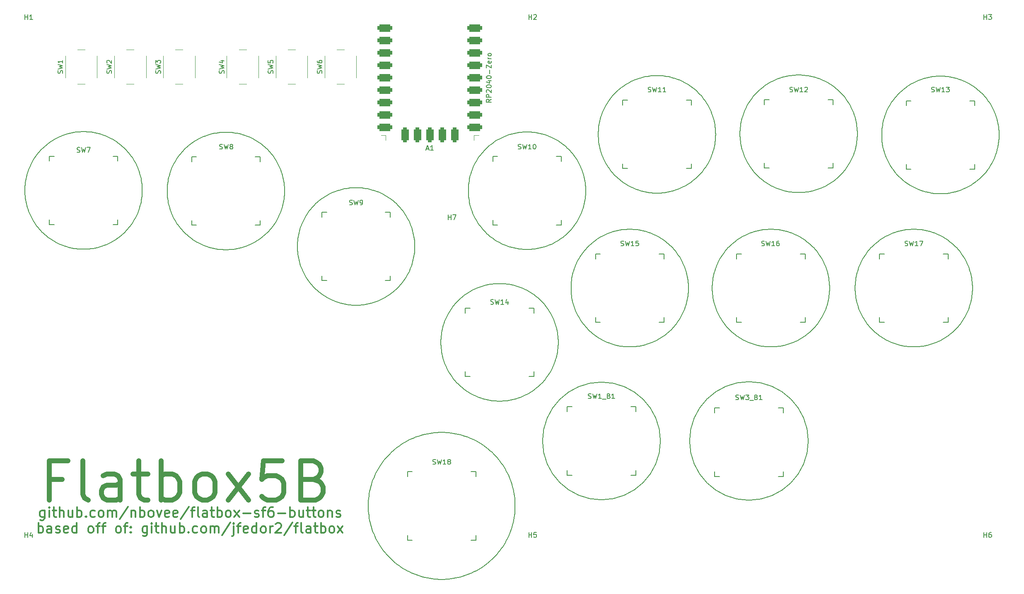
<source format=gto>
%TF.GenerationSoftware,KiCad,Pcbnew,7.0.2*%
%TF.CreationDate,2023-08-30T11:11:25-04:00*%
%TF.ProjectId,Flatbox-rev5B,466c6174-626f-4782-9d72-657635422e6b,rev?*%
%TF.SameCoordinates,Original*%
%TF.FileFunction,Legend,Top*%
%TF.FilePolarity,Positive*%
%FSLAX46Y46*%
G04 Gerber Fmt 4.6, Leading zero omitted, Abs format (unit mm)*
G04 Created by KiCad (PCBNEW 7.0.2) date 2023-08-30 11:11:25*
%MOMM*%
%LPD*%
G01*
G04 APERTURE LIST*
G04 Aperture macros list*
%AMRoundRect*
0 Rectangle with rounded corners*
0 $1 Rounding radius*
0 $2 $3 $4 $5 $6 $7 $8 $9 X,Y pos of 4 corners*
0 Add a 4 corners polygon primitive as box body*
4,1,4,$2,$3,$4,$5,$6,$7,$8,$9,$2,$3,0*
0 Add four circle primitives for the rounded corners*
1,1,$1+$1,$2,$3*
1,1,$1+$1,$4,$5*
1,1,$1+$1,$6,$7*
1,1,$1+$1,$8,$9*
0 Add four rect primitives between the rounded corners*
20,1,$1+$1,$2,$3,$4,$5,0*
20,1,$1+$1,$4,$5,$6,$7,0*
20,1,$1+$1,$6,$7,$8,$9,0*
20,1,$1+$1,$8,$9,$2,$3,0*%
G04 Aperture macros list end*
%ADD10C,0.200000*%
%ADD11C,0.150000*%
%ADD12C,0.300000*%
%ADD13C,1.000000*%
%ADD14C,0.120000*%
%ADD15C,1.701800*%
%ADD16C,3.000000*%
%ADD17C,3.429000*%
%ADD18C,2.032000*%
%ADD19C,6.400000*%
%ADD20C,2.000000*%
%ADD21RoundRect,0.381000X1.119000X0.381000X-1.119000X0.381000X-1.119000X-0.381000X1.119000X-0.381000X0*%
%ADD22RoundRect,0.381000X-0.381000X1.119000X-0.381000X-1.119000X0.381000X-1.119000X0.381000X1.119000X0*%
%ADD23RoundRect,0.381000X0.381000X-1.119000X0.381000X1.119000X-0.381000X1.119000X-0.381000X-1.119000X0*%
G04 APERTURE END LIST*
D10*
X216382567Y-53463258D02*
X216382567Y-53463258D01*
X176132278Y-116332000D02*
G75*
G03*
X176132278Y-116332000I-12048278J0D01*
G01*
X245355098Y-53699766D02*
X245355098Y-53699766D01*
X75320345Y-65170530D02*
X75327016Y-64768696D01*
X75346925Y-64369048D01*
X75379915Y-63971861D01*
X75425827Y-63577408D01*
X75484504Y-63185963D01*
X75555789Y-62797800D01*
X75639522Y-62413193D01*
X75735548Y-62032415D01*
X75843708Y-61655740D01*
X75963844Y-61283443D01*
X76095799Y-60915796D01*
X76239414Y-60553075D01*
X76394534Y-60195553D01*
X76560999Y-59843503D01*
X76738651Y-59497200D01*
X76927335Y-59156918D01*
X77126890Y-58822929D01*
X77337161Y-58495509D01*
X77557989Y-58174931D01*
X77789217Y-57861469D01*
X78030686Y-57555396D01*
X78282240Y-57256987D01*
X78543720Y-56966516D01*
X78814968Y-56684256D01*
X79095828Y-56410481D01*
X79386142Y-56145465D01*
X79685751Y-55889483D01*
X79994498Y-55642807D01*
X80312226Y-55405711D01*
X80638776Y-55178470D01*
X80973991Y-54961358D01*
X81317714Y-54754648D01*
X93312452Y-54754648D02*
X93656174Y-54961358D01*
X93991389Y-55178470D01*
X94317939Y-55405711D01*
X94635667Y-55642807D01*
X94944414Y-55889483D01*
X95244023Y-56145465D01*
X95534336Y-56410481D01*
X95815196Y-56684256D01*
X96086445Y-56966516D01*
X96347925Y-57256987D01*
X96599479Y-57555396D01*
X96840948Y-57861469D01*
X97072175Y-58174931D01*
X97293003Y-58495509D01*
X97503274Y-58822929D01*
X97702830Y-59156918D01*
X97891513Y-59497200D01*
X98069166Y-59843503D01*
X98235631Y-60195553D01*
X98390750Y-60553075D01*
X98534366Y-60915796D01*
X98666321Y-61283443D01*
X98786457Y-61655740D01*
X98894617Y-62032415D01*
X98990642Y-62413193D01*
X99074376Y-62797800D01*
X99145660Y-63185963D01*
X99204338Y-63577408D01*
X99250250Y-63971861D01*
X99283240Y-64369048D01*
X99303149Y-64768696D01*
X99309821Y-65170530D01*
X181412661Y-63997400D02*
X181062266Y-64192523D01*
X180707142Y-64375058D01*
X180347602Y-64545004D01*
X179983962Y-64702362D01*
X179616538Y-64847131D01*
X179245645Y-64979311D01*
X178871597Y-65098903D01*
X178494712Y-65205907D01*
X178115303Y-65300321D01*
X177733687Y-65382147D01*
X177350179Y-65451385D01*
X176965094Y-65508033D01*
X176578747Y-65552093D01*
X176191454Y-65583565D01*
X175803530Y-65602448D01*
X175415292Y-65608742D01*
X175027053Y-65602448D01*
X174639129Y-65583565D01*
X174251836Y-65552093D01*
X173865489Y-65508033D01*
X173480404Y-65451385D01*
X173096896Y-65382147D01*
X172715280Y-65300321D01*
X172335871Y-65205907D01*
X171958986Y-65098903D01*
X171584938Y-64979311D01*
X171214045Y-64847131D01*
X170846621Y-64702362D01*
X170482981Y-64545004D01*
X170123441Y-64375058D01*
X169768317Y-64192523D01*
X169417923Y-63997400D01*
X233918028Y-74621539D02*
X234261750Y-74828249D01*
X234596965Y-75045361D01*
X234923515Y-75272602D01*
X235241243Y-75509697D01*
X235549990Y-75756373D01*
X235849599Y-76012356D01*
X236139913Y-76277372D01*
X236420773Y-76551147D01*
X236692021Y-76833407D01*
X236953501Y-77123878D01*
X237205055Y-77422287D01*
X237446524Y-77728359D01*
X237677752Y-78041822D01*
X237898580Y-78362400D01*
X238108851Y-78689820D01*
X238308406Y-79023808D01*
X238497090Y-79364091D01*
X238674742Y-79710394D01*
X238841207Y-80062443D01*
X238996327Y-80419966D01*
X239139942Y-80782687D01*
X239271897Y-81150333D01*
X239392033Y-81522630D01*
X239500193Y-81899305D01*
X239596219Y-82280083D01*
X239679952Y-82664691D01*
X239751237Y-83052854D01*
X239809914Y-83444299D01*
X239855826Y-83838752D01*
X239888816Y-84235939D01*
X239908725Y-84635587D01*
X239915397Y-85037421D01*
X187410030Y-53581518D02*
X187410030Y-53581518D01*
X233918028Y-95453303D02*
X233567633Y-95648426D01*
X233212509Y-95830961D01*
X232852969Y-96000907D01*
X232489329Y-96158265D01*
X232121905Y-96303034D01*
X231751012Y-96435214D01*
X231376964Y-96554806D01*
X231000079Y-96661809D01*
X230620670Y-96756224D01*
X230239054Y-96838050D01*
X229855546Y-96907287D01*
X229470461Y-96963936D01*
X229084114Y-97007996D01*
X228696821Y-97039467D01*
X228308897Y-97058350D01*
X227920659Y-97064645D01*
X227532420Y-97058350D01*
X227144496Y-97039467D01*
X226757203Y-97007996D01*
X226370856Y-96963936D01*
X225985771Y-96907287D01*
X225602263Y-96838050D01*
X225220647Y-96756224D01*
X224841238Y-96661809D01*
X224464353Y-96554806D01*
X224090305Y-96435214D01*
X223719412Y-96303034D01*
X223351988Y-96158265D01*
X222988348Y-96000907D01*
X222628808Y-95830961D01*
X222273684Y-95648426D01*
X221923290Y-95453303D01*
X123913745Y-142649412D02*
X123483765Y-142390827D01*
X123064427Y-142119230D01*
X122655929Y-141834964D01*
X122258468Y-141538369D01*
X121872241Y-141229790D01*
X121497445Y-140909568D01*
X121134277Y-140578047D01*
X120782936Y-140235568D01*
X120443617Y-139882475D01*
X120116518Y-139519110D01*
X119801838Y-139145815D01*
X119499772Y-138762934D01*
X119210517Y-138370808D01*
X118934273Y-137969781D01*
X118671235Y-137560195D01*
X118421600Y-137142393D01*
X118185567Y-136716716D01*
X117963332Y-136283508D01*
X117755093Y-135843112D01*
X117561047Y-135395869D01*
X117381391Y-134942123D01*
X117216322Y-134482216D01*
X117066037Y-134016491D01*
X116930735Y-133545290D01*
X116810612Y-133068955D01*
X116705865Y-132587831D01*
X116616692Y-132102258D01*
X116543290Y-131612580D01*
X116485856Y-131119139D01*
X116444588Y-130622277D01*
X116419682Y-130122338D01*
X116411337Y-129619665D01*
X204708930Y-95453303D02*
X204358535Y-95648426D01*
X204003411Y-95830961D01*
X203643871Y-96000907D01*
X203280231Y-96158265D01*
X202912807Y-96303034D01*
X202541914Y-96435214D01*
X202167866Y-96554806D01*
X201790981Y-96661809D01*
X201411572Y-96756224D01*
X201029956Y-96838050D01*
X200646448Y-96907287D01*
X200261363Y-96963936D01*
X199875016Y-97007996D01*
X199487723Y-97039467D01*
X199099799Y-97058350D01*
X198711561Y-97064645D01*
X198323322Y-97058350D01*
X197935398Y-97039467D01*
X197548105Y-97007996D01*
X197161758Y-96963936D01*
X196776673Y-96907287D01*
X196393165Y-96838050D01*
X196011549Y-96756224D01*
X195632140Y-96661809D01*
X195255255Y-96554806D01*
X194881207Y-96435214D01*
X194510314Y-96303034D01*
X194142890Y-96158265D01*
X193779250Y-96000907D01*
X193419710Y-95830961D01*
X193064586Y-95648426D01*
X192714192Y-95453303D01*
X192714192Y-74621539D02*
X193064586Y-74426415D01*
X193419710Y-74243880D01*
X193779250Y-74073934D01*
X194142890Y-73916576D01*
X194510314Y-73771807D01*
X194881207Y-73639627D01*
X195255255Y-73520035D01*
X195632140Y-73413031D01*
X196011549Y-73318617D01*
X196393165Y-73236791D01*
X196776673Y-73167553D01*
X197161758Y-73110905D01*
X197548105Y-73066845D01*
X197935398Y-73035373D01*
X198323322Y-73016490D01*
X198711561Y-73010196D01*
X199099799Y-73016490D01*
X199487723Y-73035373D01*
X199875016Y-73066845D01*
X200261363Y-73110905D01*
X200646448Y-73167553D01*
X201029956Y-73236791D01*
X201411572Y-73318617D01*
X201790981Y-73413031D01*
X202167866Y-73520035D01*
X202541914Y-73639627D01*
X202912807Y-73771807D01*
X203280231Y-73916576D01*
X203643871Y-74073934D01*
X204003411Y-74243880D01*
X204358535Y-74426415D01*
X204708930Y-74621539D01*
X239915397Y-85037421D02*
X239908725Y-85439254D01*
X239888816Y-85838902D01*
X239855826Y-86236089D01*
X239809914Y-86630542D01*
X239751237Y-87021987D01*
X239679952Y-87410150D01*
X239596219Y-87794757D01*
X239500193Y-88175535D01*
X239392033Y-88552210D01*
X239271897Y-88924507D01*
X239139942Y-89292154D01*
X238996327Y-89654875D01*
X238841207Y-90012397D01*
X238674742Y-90364447D01*
X238497090Y-90710750D01*
X238308406Y-91051033D01*
X238108851Y-91385021D01*
X237898580Y-91712441D01*
X237677752Y-92033019D01*
X237446524Y-92346481D01*
X237205055Y-92652554D01*
X236953501Y-92950963D01*
X236692021Y-93241434D01*
X236420773Y-93523694D01*
X236139913Y-93797469D01*
X235849599Y-94062485D01*
X235549990Y-94318467D01*
X235241243Y-94565143D01*
X234923515Y-94802239D01*
X234596965Y-95029480D01*
X234261750Y-95246592D01*
X233918028Y-95453303D01*
X142865684Y-75530868D02*
X142521961Y-75324157D01*
X142186746Y-75107045D01*
X141860196Y-74879804D01*
X141542468Y-74642709D01*
X141233721Y-74396033D01*
X140934112Y-74140050D01*
X140643798Y-73875034D01*
X140362938Y-73601259D01*
X140091690Y-73318999D01*
X139830210Y-73028528D01*
X139578656Y-72730119D01*
X139337187Y-72424047D01*
X139105959Y-72110584D01*
X138885131Y-71790006D01*
X138674860Y-71462586D01*
X138475305Y-71128598D01*
X138286621Y-70788315D01*
X138108969Y-70442012D01*
X137942504Y-70089963D01*
X137787384Y-69732440D01*
X137643769Y-69369719D01*
X137511814Y-69002073D01*
X137391678Y-68629776D01*
X137283518Y-68253101D01*
X137187492Y-67872323D01*
X137103759Y-67487715D01*
X137032474Y-67099552D01*
X136973797Y-66708107D01*
X136927885Y-66313654D01*
X136894895Y-65916467D01*
X136874986Y-65516819D01*
X136868315Y-65114986D01*
X210706299Y-85037421D02*
X210699627Y-85439254D01*
X210679718Y-85838902D01*
X210646728Y-86236089D01*
X210600816Y-86630542D01*
X210542139Y-87021987D01*
X210470854Y-87410150D01*
X210387121Y-87794757D01*
X210291095Y-88175535D01*
X210182935Y-88552210D01*
X210062799Y-88924507D01*
X209930844Y-89292154D01*
X209787229Y-89654875D01*
X209632109Y-90012397D01*
X209465644Y-90364447D01*
X209287992Y-90710750D01*
X209099308Y-91051033D01*
X208899753Y-91385021D01*
X208689482Y-91712441D01*
X208468654Y-92033019D01*
X208237426Y-92346481D01*
X207995957Y-92652554D01*
X207744403Y-92950963D01*
X207482923Y-93241434D01*
X207211675Y-93523694D01*
X206930815Y-93797469D01*
X206640501Y-94062485D01*
X206340892Y-94318467D01*
X206032145Y-94565143D01*
X205714417Y-94802239D01*
X205387867Y-95029480D01*
X205052652Y-95246592D01*
X204708930Y-95453303D01*
X210385198Y-43047376D02*
X210728920Y-43254086D01*
X211064135Y-43471198D01*
X211390685Y-43698439D01*
X211708413Y-43935534D01*
X212017160Y-44182210D01*
X212316769Y-44438193D01*
X212607083Y-44703209D01*
X212887943Y-44976983D01*
X213159191Y-45259243D01*
X213420671Y-45549715D01*
X213672225Y-45848124D01*
X213913694Y-46154196D01*
X214144922Y-46467658D01*
X214365750Y-46788236D01*
X214576021Y-47115656D01*
X214775576Y-47449645D01*
X214964260Y-47789927D01*
X215141912Y-48136230D01*
X215308377Y-48488280D01*
X215463497Y-48845802D01*
X215607112Y-49208524D01*
X215739067Y-49576170D01*
X215859203Y-49948467D01*
X215967363Y-50325142D01*
X216063389Y-50705920D01*
X216147122Y-51090528D01*
X216218407Y-51478691D01*
X216277084Y-51870136D01*
X216322996Y-52264589D01*
X216355986Y-52661776D01*
X216375895Y-53061424D01*
X216382567Y-53463258D01*
X181852021Y-85037421D02*
X181852021Y-85037421D01*
X221923290Y-95453303D02*
X221579567Y-95246592D01*
X221244352Y-95029480D01*
X220917802Y-94802239D01*
X220600074Y-94565143D01*
X220291327Y-94318467D01*
X219991718Y-94062485D01*
X219701404Y-93797469D01*
X219420544Y-93523694D01*
X219149296Y-93241434D01*
X218887816Y-92950963D01*
X218636262Y-92652554D01*
X218394793Y-92346481D01*
X218163565Y-92033019D01*
X217942737Y-91712441D01*
X217732466Y-91385021D01*
X217532911Y-91051033D01*
X217344227Y-90710750D01*
X217166575Y-90364447D01*
X217000110Y-90012397D01*
X216844990Y-89654875D01*
X216701375Y-89292154D01*
X216569420Y-88924507D01*
X216449284Y-88552210D01*
X216341124Y-88175535D01*
X216245098Y-87794757D01*
X216161365Y-87410150D01*
X216090080Y-87021987D01*
X216031403Y-86630542D01*
X215985491Y-86236089D01*
X215952501Y-85838902D01*
X215932592Y-85439254D01*
X215925921Y-85037421D01*
X93312452Y-75586412D02*
X92962057Y-75781535D01*
X92606933Y-75964070D01*
X92247393Y-76134016D01*
X91883753Y-76291374D01*
X91516329Y-76436143D01*
X91145436Y-76568323D01*
X90771388Y-76687915D01*
X90394503Y-76794919D01*
X90015094Y-76889333D01*
X89633478Y-76971159D01*
X89249970Y-77040397D01*
X88864885Y-77097045D01*
X88478538Y-77141105D01*
X88091245Y-77172577D01*
X87703321Y-77191460D01*
X87315083Y-77197754D01*
X86926844Y-77191460D01*
X86538920Y-77172577D01*
X86151627Y-77141105D01*
X85765280Y-77097045D01*
X85380195Y-77040397D01*
X84996687Y-76971159D01*
X84615071Y-76889333D01*
X84235662Y-76794919D01*
X83858777Y-76687915D01*
X83484729Y-76568323D01*
X83113836Y-76436143D01*
X82746412Y-76291374D01*
X82382772Y-76134016D01*
X82023232Y-75964070D01*
X81668108Y-75781535D01*
X81317714Y-75586412D01*
X175854652Y-95453303D02*
X175504257Y-95648426D01*
X175149133Y-95830961D01*
X174789593Y-96000907D01*
X174425953Y-96158265D01*
X174058529Y-96303034D01*
X173687636Y-96435214D01*
X173313588Y-96554806D01*
X172936703Y-96661809D01*
X172557294Y-96756224D01*
X172175678Y-96838050D01*
X171792170Y-96907287D01*
X171407085Y-96963936D01*
X171020738Y-97007996D01*
X170633445Y-97039467D01*
X170245521Y-97058350D01*
X169857283Y-97064645D01*
X169469044Y-97058350D01*
X169081120Y-97039467D01*
X168693827Y-97007996D01*
X168307480Y-96963936D01*
X167922395Y-96907287D01*
X167538887Y-96838050D01*
X167157271Y-96756224D01*
X166777862Y-96661809D01*
X166400977Y-96554806D01*
X166026929Y-96435214D01*
X165656036Y-96303034D01*
X165288612Y-96158265D01*
X164924972Y-96000907D01*
X164565432Y-95830961D01*
X164210308Y-95648426D01*
X163859914Y-95453303D01*
X239915397Y-85037421D02*
X239915397Y-85037421D01*
X186716823Y-85037421D02*
X186723494Y-84635587D01*
X186743403Y-84235939D01*
X186776393Y-83838752D01*
X186822305Y-83444299D01*
X186880983Y-83052854D01*
X186952267Y-82664691D01*
X187036001Y-82280083D01*
X187132026Y-81899305D01*
X187240186Y-81522630D01*
X187360322Y-81150333D01*
X187492277Y-80782687D01*
X187635893Y-80419966D01*
X187791012Y-80062443D01*
X187957477Y-79710394D01*
X188135130Y-79364091D01*
X188323813Y-79023808D01*
X188523369Y-78689820D01*
X188733640Y-78362400D01*
X188954468Y-78041822D01*
X189185695Y-77728359D01*
X189427164Y-77422287D01*
X189678718Y-77123878D01*
X189940198Y-76833407D01*
X190211447Y-76551147D01*
X190492307Y-76277372D01*
X190782620Y-76012356D01*
X191082229Y-75756373D01*
X191390976Y-75509697D01*
X191708704Y-75272602D01*
X192035254Y-75045361D01*
X192370469Y-74828249D01*
X192714192Y-74621539D01*
X138918561Y-142649412D02*
X138480235Y-142893501D01*
X138035992Y-143121843D01*
X137586226Y-143334438D01*
X137131331Y-143531284D01*
X136671701Y-143712383D01*
X136207732Y-143877734D01*
X135739818Y-144027338D01*
X135268353Y-144161193D01*
X134793732Y-144279301D01*
X134316350Y-144381661D01*
X133836600Y-144468274D01*
X133354877Y-144539139D01*
X132871577Y-144594256D01*
X132387093Y-144633625D01*
X131901820Y-144657247D01*
X131416153Y-144665121D01*
X130930485Y-144657247D01*
X130445212Y-144633625D01*
X129960728Y-144594256D01*
X129477428Y-144539139D01*
X128995705Y-144468274D01*
X128515955Y-144381661D01*
X128038573Y-144279301D01*
X127563952Y-144161193D01*
X127092487Y-144027338D01*
X126624573Y-143877734D01*
X126160604Y-143712383D01*
X125700974Y-143531284D01*
X125246079Y-143334438D01*
X124796313Y-143121843D01*
X124352070Y-142893501D01*
X123913745Y-142649412D01*
X169417923Y-43165636D02*
X169768317Y-42970512D01*
X170123441Y-42787977D01*
X170482981Y-42618031D01*
X170846621Y-42460673D01*
X171214045Y-42315904D01*
X171584938Y-42183724D01*
X171958986Y-42064132D01*
X172335871Y-41957129D01*
X172715280Y-41862714D01*
X173096896Y-41780888D01*
X173480404Y-41711651D01*
X173865489Y-41655002D01*
X174251836Y-41610942D01*
X174639129Y-41579471D01*
X175027053Y-41560588D01*
X175415292Y-41554294D01*
X175803530Y-41560588D01*
X176191454Y-41579471D01*
X176578747Y-41610942D01*
X176965094Y-41655002D01*
X177350179Y-41711651D01*
X177733687Y-41780888D01*
X178115303Y-41862714D01*
X178494712Y-41957129D01*
X178871597Y-42064132D01*
X179245645Y-42183724D01*
X179616538Y-42315904D01*
X179983962Y-42460673D01*
X180347602Y-42618031D01*
X180707142Y-42787977D01*
X181062266Y-42970512D01*
X181412661Y-43165636D01*
X64221646Y-54636398D02*
X64565368Y-54843108D01*
X64900583Y-55060220D01*
X65227133Y-55287461D01*
X65544861Y-55524557D01*
X65853608Y-55771233D01*
X66153217Y-56027215D01*
X66443531Y-56292231D01*
X66724391Y-56566006D01*
X66995639Y-56848266D01*
X67257119Y-57138737D01*
X67508673Y-57437146D01*
X67750142Y-57743219D01*
X67981370Y-58056681D01*
X68202198Y-58377259D01*
X68412469Y-58704679D01*
X68612024Y-59038668D01*
X68800708Y-59378950D01*
X68978360Y-59725253D01*
X69144825Y-60077303D01*
X69299945Y-60434825D01*
X69443560Y-60797546D01*
X69575515Y-61165193D01*
X69695651Y-61537490D01*
X69803811Y-61914165D01*
X69899837Y-62294943D01*
X69983570Y-62679550D01*
X70054855Y-63067713D01*
X70113532Y-63459158D01*
X70159444Y-63853611D01*
X70192434Y-64250798D01*
X70212343Y-64650446D01*
X70219015Y-65052280D01*
X245355098Y-53699766D02*
X245339490Y-54318685D01*
X245293170Y-54929479D01*
X245216891Y-55531393D01*
X245111407Y-56123671D01*
X244977471Y-56705556D01*
X244815837Y-57276294D01*
X244627259Y-57835128D01*
X244412491Y-58381304D01*
X244172286Y-58914064D01*
X243907397Y-59432654D01*
X243618578Y-59936318D01*
X243306584Y-60424301D01*
X242972167Y-60895845D01*
X242616082Y-61350197D01*
X242239081Y-61786599D01*
X241841919Y-62204297D01*
X241425350Y-62602535D01*
X240990126Y-62980556D01*
X240537002Y-63337606D01*
X240066731Y-63672928D01*
X239580067Y-63985768D01*
X239077763Y-64275368D01*
X238560574Y-64540975D01*
X238029252Y-64781831D01*
X237484552Y-64997181D01*
X236927227Y-65186269D01*
X236358031Y-65348341D01*
X235777717Y-65482639D01*
X235187040Y-65588409D01*
X234586752Y-65664894D01*
X233977607Y-65711340D01*
X233360360Y-65726990D01*
X160857791Y-65114986D02*
X160851119Y-65516819D01*
X160831210Y-65916467D01*
X160798220Y-66313654D01*
X160752308Y-66708107D01*
X160693631Y-67099552D01*
X160622346Y-67487715D01*
X160538613Y-67872323D01*
X160442587Y-68253101D01*
X160334427Y-68629776D01*
X160214291Y-69002073D01*
X160082336Y-69369719D01*
X159938721Y-69732440D01*
X159783601Y-70089963D01*
X159617136Y-70442012D01*
X159439484Y-70788315D01*
X159250800Y-71128598D01*
X159051245Y-71462586D01*
X158840974Y-71790006D01*
X158620146Y-72110584D01*
X158388918Y-72424047D01*
X158147449Y-72730119D01*
X157895895Y-73028528D01*
X157634415Y-73318999D01*
X157363167Y-73601259D01*
X157082307Y-73875034D01*
X156791993Y-74140050D01*
X156492384Y-74396033D01*
X156183637Y-74642709D01*
X155865909Y-74879804D01*
X155539359Y-75107045D01*
X155204144Y-75324157D01*
X154860422Y-75530868D01*
X52226909Y-54636398D02*
X52577302Y-54441274D01*
X52932427Y-54258739D01*
X53291967Y-54088793D01*
X53655607Y-53931435D01*
X54023031Y-53786666D01*
X54393924Y-53654486D01*
X54767971Y-53534894D01*
X55144857Y-53427890D01*
X55524265Y-53333476D01*
X55905881Y-53251650D01*
X56289390Y-53182412D01*
X56674475Y-53125764D01*
X57060822Y-53081704D01*
X57448114Y-53050232D01*
X57836038Y-53031349D01*
X58224277Y-53025055D01*
X58612516Y-53031349D01*
X59000440Y-53050232D01*
X59387732Y-53081704D01*
X59774079Y-53125764D01*
X60159164Y-53182412D01*
X60542673Y-53251650D01*
X60924289Y-53333476D01*
X61303697Y-53427890D01*
X61680583Y-53534894D01*
X62054630Y-53654486D01*
X62425523Y-53786666D01*
X62792947Y-53931435D01*
X63156587Y-54088793D01*
X63516127Y-54258739D01*
X63871252Y-54441274D01*
X64221646Y-54636398D01*
X131255108Y-96153426D02*
X131261779Y-95751592D01*
X131281688Y-95351944D01*
X131314678Y-94954757D01*
X131360590Y-94560304D01*
X131419268Y-94168859D01*
X131490552Y-93780696D01*
X131574286Y-93396089D01*
X131670311Y-93015311D01*
X131778471Y-92638636D01*
X131898607Y-92266339D01*
X132030562Y-91898692D01*
X132174178Y-91535971D01*
X132329297Y-91178449D01*
X132495762Y-90826399D01*
X132673415Y-90480096D01*
X132862098Y-90139814D01*
X133061654Y-89805825D01*
X133271925Y-89478405D01*
X133492753Y-89157827D01*
X133723980Y-88844365D01*
X133965449Y-88538293D01*
X134217003Y-88239884D01*
X134478483Y-87949413D01*
X134749732Y-87667153D01*
X135030592Y-87393378D01*
X135320905Y-87128362D01*
X135620514Y-86872380D01*
X135929261Y-86625704D01*
X136246989Y-86388609D01*
X136573539Y-86161368D01*
X136908754Y-85944256D01*
X137252477Y-85737546D01*
X192393091Y-53463258D02*
X192399762Y-53061424D01*
X192419671Y-52661776D01*
X192452661Y-52264589D01*
X192498573Y-51870136D01*
X192557250Y-51478691D01*
X192628535Y-51090528D01*
X192712268Y-50705920D01*
X192808294Y-50325142D01*
X192916454Y-49948467D01*
X193036590Y-49576170D01*
X193168545Y-49208524D01*
X193312160Y-48845802D01*
X193467280Y-48488280D01*
X193633745Y-48136230D01*
X193811397Y-47789927D01*
X194000081Y-47449645D01*
X194199636Y-47115656D01*
X194409907Y-46788236D01*
X194630735Y-46467658D01*
X194861963Y-46154196D01*
X195103432Y-45848124D01*
X195354986Y-45549715D01*
X195616466Y-45259243D01*
X195887714Y-44976983D01*
X196168574Y-44703209D01*
X196458888Y-44438193D01*
X196758497Y-44182210D01*
X197067244Y-43935534D01*
X197384972Y-43698439D01*
X197711522Y-43471198D01*
X198046737Y-43254086D01*
X198390460Y-43047376D01*
X119919904Y-86938924D02*
X119569509Y-87134047D01*
X119214385Y-87316582D01*
X118854845Y-87486528D01*
X118491205Y-87643886D01*
X118123781Y-87788655D01*
X117752888Y-87920835D01*
X117378840Y-88040427D01*
X117001955Y-88147430D01*
X116622546Y-88241845D01*
X116240930Y-88323671D01*
X115857422Y-88392908D01*
X115472337Y-88449557D01*
X115085990Y-88493617D01*
X114698697Y-88525088D01*
X114310773Y-88543971D01*
X113922535Y-88550266D01*
X113534296Y-88543971D01*
X113146372Y-88525088D01*
X112759079Y-88493617D01*
X112372732Y-88449557D01*
X111987647Y-88392908D01*
X111604139Y-88323671D01*
X111222523Y-88241845D01*
X110843114Y-88147430D01*
X110466229Y-88040427D01*
X110092181Y-87920835D01*
X109721288Y-87788655D01*
X109353864Y-87643886D01*
X108990224Y-87486528D01*
X108630684Y-87316582D01*
X108275560Y-87134047D01*
X107925166Y-86938924D01*
X101927798Y-76523042D02*
X101934469Y-76121208D01*
X101954378Y-75721560D01*
X101987368Y-75324373D01*
X102033280Y-74929920D01*
X102091957Y-74538475D01*
X102163242Y-74150312D01*
X102246975Y-73765704D01*
X102343001Y-73384926D01*
X102451161Y-73008251D01*
X102571297Y-72635954D01*
X102703252Y-72268308D01*
X102846867Y-71905587D01*
X103001987Y-71548064D01*
X103168451Y-71196015D01*
X103346104Y-70849712D01*
X103534788Y-70509429D01*
X103734343Y-70175441D01*
X103944614Y-69848021D01*
X104165442Y-69527443D01*
X104396669Y-69213980D01*
X104638139Y-68907908D01*
X104889692Y-68609499D01*
X105151172Y-68319028D01*
X105422421Y-68036768D01*
X105703281Y-67762993D01*
X105993594Y-67497977D01*
X106293203Y-67241994D01*
X106601950Y-66995318D01*
X106919678Y-66758223D01*
X107246228Y-66530982D01*
X107581443Y-66313870D01*
X107925166Y-66107160D01*
X137252477Y-85737546D02*
X137602871Y-85542422D01*
X137957995Y-85359887D01*
X138317535Y-85189940D01*
X138681175Y-85032583D01*
X139048599Y-84887814D01*
X139419492Y-84755633D01*
X139793540Y-84636041D01*
X140170425Y-84529038D01*
X140549834Y-84434623D01*
X140931450Y-84352797D01*
X141314958Y-84283560D01*
X141700043Y-84226911D01*
X142086390Y-84182851D01*
X142473683Y-84151379D01*
X142861607Y-84132496D01*
X143249846Y-84126202D01*
X143638084Y-84132496D01*
X144026008Y-84151379D01*
X144413301Y-84182851D01*
X144799648Y-84226911D01*
X145184733Y-84283560D01*
X145568241Y-84352797D01*
X145949857Y-84434623D01*
X146329266Y-84529038D01*
X146706151Y-84636041D01*
X147080199Y-84755633D01*
X147451092Y-84887814D01*
X147818516Y-85032583D01*
X148182156Y-85189940D01*
X148541696Y-85359887D01*
X148896820Y-85542422D01*
X149247215Y-85737546D01*
X154860422Y-54699104D02*
X155204144Y-54905814D01*
X155539359Y-55122926D01*
X155865909Y-55350167D01*
X156183637Y-55587263D01*
X156492384Y-55833939D01*
X156791993Y-56089921D01*
X157082307Y-56354937D01*
X157363167Y-56628712D01*
X157634415Y-56910972D01*
X157895895Y-57201443D01*
X158147449Y-57499852D01*
X158388918Y-57805925D01*
X158620146Y-58119387D01*
X158840974Y-58439965D01*
X159051245Y-58767385D01*
X159250800Y-59101374D01*
X159439484Y-59441656D01*
X159617136Y-59787959D01*
X159783601Y-60140009D01*
X159938721Y-60497531D01*
X160082336Y-60860252D01*
X160214291Y-61227899D01*
X160334427Y-61600196D01*
X160442587Y-61976871D01*
X160538613Y-62357649D01*
X160622346Y-62742256D01*
X160693631Y-63130419D01*
X160752308Y-63521864D01*
X160798220Y-63916317D01*
X160831210Y-64313504D01*
X160851119Y-64713152D01*
X160857791Y-65114986D01*
X221923290Y-74621539D02*
X222273684Y-74426415D01*
X222628808Y-74243880D01*
X222988348Y-74073934D01*
X223351988Y-73916576D01*
X223719412Y-73771807D01*
X224090305Y-73639627D01*
X224464353Y-73520035D01*
X224841238Y-73413031D01*
X225220647Y-73318617D01*
X225602263Y-73236791D01*
X225985771Y-73167553D01*
X226370856Y-73110905D01*
X226757203Y-73066845D01*
X227144496Y-73035373D01*
X227532420Y-73016490D01*
X227920659Y-73010196D01*
X228308897Y-73016490D01*
X228696821Y-73035373D01*
X229084114Y-73066845D01*
X229470461Y-73110905D01*
X229855546Y-73167553D01*
X230239054Y-73236791D01*
X230620670Y-73318617D01*
X231000079Y-73413031D01*
X231376964Y-73520035D01*
X231751012Y-73639627D01*
X232121905Y-73771807D01*
X232489329Y-73916576D01*
X232852969Y-74073934D01*
X233212509Y-74243880D01*
X233567633Y-74426415D01*
X233918028Y-74621539D01*
X155244584Y-96153426D02*
X155244584Y-96153426D01*
X181852021Y-85037421D02*
X181845349Y-85439254D01*
X181825440Y-85838902D01*
X181792450Y-86236089D01*
X181746538Y-86630542D01*
X181687861Y-87021987D01*
X181616576Y-87410150D01*
X181532843Y-87794757D01*
X181436817Y-88175535D01*
X181328657Y-88552210D01*
X181208521Y-88924507D01*
X181076566Y-89292154D01*
X180932951Y-89654875D01*
X180777831Y-90012397D01*
X180611366Y-90364447D01*
X180433714Y-90710750D01*
X180245030Y-91051033D01*
X180045475Y-91385021D01*
X179835204Y-91712441D01*
X179614376Y-92033019D01*
X179383148Y-92346481D01*
X179141679Y-92652554D01*
X178890125Y-92950963D01*
X178628645Y-93241434D01*
X178357397Y-93523694D01*
X178076537Y-93797469D01*
X177786223Y-94062485D01*
X177486614Y-94318467D01*
X177177867Y-94565143D01*
X176860139Y-94802239D01*
X176533589Y-95029480D01*
X176198374Y-95246592D01*
X175854652Y-95453303D01*
X138918561Y-116589918D02*
X139348540Y-116848502D01*
X139767877Y-117120098D01*
X140176375Y-117404365D01*
X140573837Y-117700960D01*
X140960064Y-118009539D01*
X141334860Y-118329761D01*
X141698027Y-118661282D01*
X142049369Y-119003760D01*
X142388688Y-119356854D01*
X142715786Y-119720219D01*
X143030467Y-120093513D01*
X143332533Y-120476395D01*
X143621787Y-120868520D01*
X143898032Y-121269547D01*
X144161070Y-121679133D01*
X144410704Y-122096936D01*
X144646737Y-122522613D01*
X144868972Y-122955820D01*
X145077212Y-123396217D01*
X145271258Y-123843460D01*
X145450914Y-124297206D01*
X145615983Y-124757113D01*
X145766267Y-125222838D01*
X145901570Y-125694039D01*
X146021693Y-126170373D01*
X146126440Y-126651498D01*
X146215613Y-127137071D01*
X146289015Y-127626749D01*
X146346449Y-128120190D01*
X146387717Y-128617052D01*
X146412623Y-129116991D01*
X146420969Y-129619665D01*
X206349104Y-116332000D02*
G75*
G03*
X206349104Y-116332000I-12130993J0D01*
G01*
X64221646Y-75468162D02*
X63871252Y-75663285D01*
X63516127Y-75845820D01*
X63156587Y-76015766D01*
X62792947Y-76173124D01*
X62425523Y-76317893D01*
X62054630Y-76450073D01*
X61680583Y-76569665D01*
X61303697Y-76676669D01*
X60924289Y-76771083D01*
X60542673Y-76852909D01*
X60159164Y-76922147D01*
X59774079Y-76978795D01*
X59387732Y-77022855D01*
X59000440Y-77054327D01*
X58612516Y-77073210D01*
X58224277Y-77079504D01*
X57836038Y-77073210D01*
X57448114Y-77054327D01*
X57060822Y-77022855D01*
X56674475Y-76978795D01*
X56289390Y-76922147D01*
X55905881Y-76852909D01*
X55524265Y-76771083D01*
X55144857Y-76676669D01*
X54767971Y-76569665D01*
X54393924Y-76450073D01*
X54023031Y-76317893D01*
X53655607Y-76173124D01*
X53291967Y-76015766D01*
X52932427Y-75845820D01*
X52577302Y-75663285D01*
X52226909Y-75468162D01*
X227362991Y-43283884D02*
X227713385Y-43088760D01*
X228068509Y-42906225D01*
X228428049Y-42736279D01*
X228791689Y-42578921D01*
X229159113Y-42434152D01*
X229530006Y-42301972D01*
X229904054Y-42182380D01*
X230280939Y-42075376D01*
X230660348Y-41980962D01*
X231041964Y-41899136D01*
X231425472Y-41829898D01*
X231810557Y-41773250D01*
X232196904Y-41729190D01*
X232584197Y-41697718D01*
X232972121Y-41678835D01*
X233360360Y-41672541D01*
X233748598Y-41678835D01*
X234136522Y-41697718D01*
X234523815Y-41729190D01*
X234910162Y-41773250D01*
X235295247Y-41829898D01*
X235678755Y-41899136D01*
X236060371Y-41980962D01*
X236439780Y-42075376D01*
X236816665Y-42182380D01*
X237190713Y-42301972D01*
X237561606Y-42434152D01*
X237929030Y-42578921D01*
X238292670Y-42736279D01*
X238652210Y-42906225D01*
X239007334Y-43088760D01*
X239357729Y-43283884D01*
X169417923Y-63997400D02*
X169074200Y-63790689D01*
X168738985Y-63573577D01*
X168412435Y-63346336D01*
X168094707Y-63109241D01*
X167785960Y-62862565D01*
X167486351Y-62606582D01*
X167196038Y-62341566D01*
X166915178Y-62067791D01*
X166643929Y-61785531D01*
X166382449Y-61495060D01*
X166130896Y-61196651D01*
X165889426Y-60890579D01*
X165658199Y-60577116D01*
X165437371Y-60256538D01*
X165227100Y-59929118D01*
X165027545Y-59595130D01*
X164838861Y-59254847D01*
X164661208Y-58908544D01*
X164494744Y-58556495D01*
X164339624Y-58198972D01*
X164196009Y-57836251D01*
X164064054Y-57468605D01*
X163943918Y-57096308D01*
X163835758Y-56719633D01*
X163739732Y-56338855D01*
X163655999Y-55954247D01*
X163584714Y-55566084D01*
X163526037Y-55174639D01*
X163480125Y-54780186D01*
X163447135Y-54382999D01*
X163427226Y-53983351D01*
X163420555Y-53581518D01*
X116411337Y-129619665D02*
X116419682Y-129116991D01*
X116444588Y-128617052D01*
X116485856Y-128120190D01*
X116543290Y-127626749D01*
X116616692Y-127137071D01*
X116705865Y-126651498D01*
X116810612Y-126170373D01*
X116930735Y-125694039D01*
X117066037Y-125222838D01*
X117216322Y-124757113D01*
X117381391Y-124297206D01*
X117561047Y-123843460D01*
X117755093Y-123396217D01*
X117963332Y-122955820D01*
X118185567Y-122522613D01*
X118421600Y-122096936D01*
X118671235Y-121679133D01*
X118934273Y-121269547D01*
X119210517Y-120868520D01*
X119499772Y-120476395D01*
X119801838Y-120093513D01*
X120116518Y-119720219D01*
X120443617Y-119356854D01*
X120782936Y-119003760D01*
X121134277Y-118661282D01*
X121497445Y-118329761D01*
X121872241Y-118009539D01*
X122258468Y-117700960D01*
X122655929Y-117404365D01*
X123064427Y-117120098D01*
X123483765Y-116848502D01*
X123913745Y-116589918D01*
X160857791Y-65114986D02*
X160857791Y-65114986D01*
X149247215Y-85737546D02*
X149590937Y-85944256D01*
X149926152Y-86161368D01*
X150252702Y-86388609D01*
X150570430Y-86625704D01*
X150879177Y-86872380D01*
X151178786Y-87128362D01*
X151469100Y-87393378D01*
X151749960Y-87667153D01*
X152021208Y-87949413D01*
X152282688Y-88239884D01*
X152534242Y-88538293D01*
X152775711Y-88844365D01*
X153006939Y-89157827D01*
X153227767Y-89478405D01*
X153438038Y-89805825D01*
X153637593Y-90139814D01*
X153826277Y-90480096D01*
X154003929Y-90826399D01*
X154170394Y-91178449D01*
X154325514Y-91535971D01*
X154469129Y-91898692D01*
X154601084Y-92266339D01*
X154721220Y-92638636D01*
X154829380Y-93015311D01*
X154925406Y-93396089D01*
X155009139Y-93780696D01*
X155080424Y-94168859D01*
X155139101Y-94560304D01*
X155185013Y-94954757D01*
X155218003Y-95351944D01*
X155237912Y-95751592D01*
X155244584Y-96153426D01*
X215925921Y-85037421D02*
X215932592Y-84635587D01*
X215952501Y-84235939D01*
X215985491Y-83838752D01*
X216031403Y-83444299D01*
X216090080Y-83052854D01*
X216161365Y-82664691D01*
X216245098Y-82280083D01*
X216341124Y-81899305D01*
X216449284Y-81522630D01*
X216569420Y-81150333D01*
X216701375Y-80782687D01*
X216844990Y-80419966D01*
X217000110Y-80062443D01*
X217166575Y-79710394D01*
X217344227Y-79364091D01*
X217532911Y-79023808D01*
X217732466Y-78689820D01*
X217942737Y-78362400D01*
X218163565Y-78041822D01*
X218394793Y-77728359D01*
X218636262Y-77422287D01*
X218887816Y-77123878D01*
X219149296Y-76833407D01*
X219420544Y-76551147D01*
X219701404Y-76277372D01*
X219991718Y-76012356D01*
X220291327Y-75756373D01*
X220600074Y-75509697D01*
X220917802Y-75272602D01*
X221244352Y-75045361D01*
X221579567Y-74828249D01*
X221923290Y-74621539D01*
X163859914Y-95453303D02*
X163516191Y-95246592D01*
X163180976Y-95029480D01*
X162854426Y-94802239D01*
X162536698Y-94565143D01*
X162227951Y-94318467D01*
X161928342Y-94062485D01*
X161638028Y-93797469D01*
X161357168Y-93523694D01*
X161085920Y-93241434D01*
X160824440Y-92950963D01*
X160572886Y-92652554D01*
X160331417Y-92346481D01*
X160100189Y-92033019D01*
X159879361Y-91712441D01*
X159669090Y-91385021D01*
X159469535Y-91051033D01*
X159280851Y-90710750D01*
X159103199Y-90364447D01*
X158936734Y-90012397D01*
X158781614Y-89654875D01*
X158637999Y-89292154D01*
X158506044Y-88924507D01*
X158385908Y-88552210D01*
X158277748Y-88175535D01*
X158181722Y-87794757D01*
X158097989Y-87410150D01*
X158026704Y-87021987D01*
X157968027Y-86630542D01*
X157922115Y-86236089D01*
X157889125Y-85838902D01*
X157869216Y-85439254D01*
X157862545Y-85037421D01*
X181412661Y-43165636D02*
X181756383Y-43372346D01*
X182091598Y-43589458D01*
X182418148Y-43816699D01*
X182735876Y-44053795D01*
X183044623Y-44300471D01*
X183344232Y-44556453D01*
X183634546Y-44821469D01*
X183915406Y-45095244D01*
X184186654Y-45377504D01*
X184448134Y-45667975D01*
X184699688Y-45966384D01*
X184941157Y-46272457D01*
X185172385Y-46585919D01*
X185393213Y-46906497D01*
X185603484Y-47233917D01*
X185803039Y-47567906D01*
X185991723Y-47908188D01*
X186169375Y-48254491D01*
X186335840Y-48606541D01*
X186490960Y-48964063D01*
X186634575Y-49326784D01*
X186766530Y-49694431D01*
X186886666Y-50066728D01*
X186994826Y-50443403D01*
X187090852Y-50824181D01*
X187174585Y-51208788D01*
X187245870Y-51596951D01*
X187304547Y-51988396D01*
X187350459Y-52382849D01*
X187383449Y-52780036D01*
X187403358Y-53179684D01*
X187410030Y-53581518D01*
X163859914Y-74621539D02*
X164210308Y-74426415D01*
X164565432Y-74243880D01*
X164924972Y-74073934D01*
X165288612Y-73916576D01*
X165656036Y-73771807D01*
X166026929Y-73639627D01*
X166400977Y-73520035D01*
X166777862Y-73413031D01*
X167157271Y-73318617D01*
X167538887Y-73236791D01*
X167922395Y-73167553D01*
X168307480Y-73110905D01*
X168693827Y-73066845D01*
X169081120Y-73035373D01*
X169469044Y-73016490D01*
X169857283Y-73010196D01*
X170245521Y-73016490D01*
X170633445Y-73035373D01*
X171020738Y-73066845D01*
X171407085Y-73110905D01*
X171792170Y-73167553D01*
X172175678Y-73236791D01*
X172557294Y-73318617D01*
X172936703Y-73413031D01*
X173313588Y-73520035D01*
X173687636Y-73639627D01*
X174058529Y-73771807D01*
X174425953Y-73916576D01*
X174789593Y-74073934D01*
X175149133Y-74243880D01*
X175504257Y-74426415D01*
X175854652Y-74621539D01*
X239357729Y-43283884D02*
X239701451Y-43490594D01*
X240036666Y-43707706D01*
X240363216Y-43934947D01*
X240680944Y-44172043D01*
X240989691Y-44418719D01*
X241289300Y-44674701D01*
X241579614Y-44939717D01*
X241860474Y-45213492D01*
X242131722Y-45495752D01*
X242393202Y-45786223D01*
X242644756Y-46084632D01*
X242886225Y-46390705D01*
X243117453Y-46704167D01*
X243338281Y-47024745D01*
X243548552Y-47352165D01*
X243748107Y-47686154D01*
X243936791Y-48026436D01*
X244114443Y-48372739D01*
X244280908Y-48724789D01*
X244436028Y-49082311D01*
X244579643Y-49445032D01*
X244711598Y-49812679D01*
X244831734Y-50184976D01*
X244939894Y-50561651D01*
X245035920Y-50942429D01*
X245119653Y-51327036D01*
X245190938Y-51715199D01*
X245249615Y-52106644D01*
X245295527Y-52501097D01*
X245328517Y-52898284D01*
X245348426Y-53297932D01*
X245355098Y-53699766D01*
X70219015Y-65052280D02*
X70212343Y-65454113D01*
X70192434Y-65853761D01*
X70159444Y-66250948D01*
X70113532Y-66645401D01*
X70054855Y-67036846D01*
X69983570Y-67425009D01*
X69899837Y-67809616D01*
X69803811Y-68190394D01*
X69695651Y-68567069D01*
X69575515Y-68939366D01*
X69443560Y-69307013D01*
X69299945Y-69669734D01*
X69144825Y-70027256D01*
X68978360Y-70379306D01*
X68800708Y-70725609D01*
X68612024Y-71065892D01*
X68412469Y-71399880D01*
X68202198Y-71727300D01*
X67981370Y-72047878D01*
X67750142Y-72361340D01*
X67508673Y-72667413D01*
X67257119Y-72965822D01*
X66995639Y-73256293D01*
X66724391Y-73538553D01*
X66443531Y-73812328D01*
X66153217Y-74077344D01*
X65853608Y-74333326D01*
X65544861Y-74580002D01*
X65227133Y-74817098D01*
X64900583Y-75044339D01*
X64565368Y-75261451D01*
X64221646Y-75468162D01*
X163420555Y-53581518D02*
X163427226Y-53179684D01*
X163447135Y-52780036D01*
X163480125Y-52382849D01*
X163526037Y-51988396D01*
X163584714Y-51596951D01*
X163655999Y-51208788D01*
X163739732Y-50824181D01*
X163835758Y-50443403D01*
X163943918Y-50066728D01*
X164064054Y-49694431D01*
X164196009Y-49326784D01*
X164339624Y-48964063D01*
X164494744Y-48606541D01*
X164661208Y-48254491D01*
X164838861Y-47908188D01*
X165027545Y-47567906D01*
X165227100Y-47233917D01*
X165437371Y-46906497D01*
X165658199Y-46585919D01*
X165889426Y-46272457D01*
X166130896Y-45966384D01*
X166382449Y-45667975D01*
X166643929Y-45377504D01*
X166915178Y-45095244D01*
X167196038Y-44821469D01*
X167486351Y-44556453D01*
X167785960Y-44300471D01*
X168094707Y-44053795D01*
X168412435Y-43816699D01*
X168738985Y-43589458D01*
X169074200Y-43372346D01*
X169417923Y-43165636D01*
X70219015Y-65052280D02*
X70219015Y-65052280D01*
X107925166Y-66107160D02*
X108275560Y-65912036D01*
X108630684Y-65729501D01*
X108990224Y-65559555D01*
X109353864Y-65402197D01*
X109721288Y-65257428D01*
X110092181Y-65125248D01*
X110466229Y-65005656D01*
X110843114Y-64898652D01*
X111222523Y-64804238D01*
X111604139Y-64722412D01*
X111987647Y-64653174D01*
X112372732Y-64596526D01*
X112759079Y-64552466D01*
X113146372Y-64520994D01*
X113534296Y-64502111D01*
X113922535Y-64495817D01*
X114310773Y-64502111D01*
X114698697Y-64520994D01*
X115085990Y-64552466D01*
X115472337Y-64596526D01*
X115857422Y-64653174D01*
X116240930Y-64722412D01*
X116622546Y-64804238D01*
X117001955Y-64898652D01*
X117378840Y-65005656D01*
X117752888Y-65125248D01*
X118123781Y-65257428D01*
X118491205Y-65402197D01*
X118854845Y-65559555D01*
X119214385Y-65729501D01*
X119569509Y-65912036D01*
X119919904Y-66107160D01*
X146420969Y-129619665D02*
X146412623Y-130122338D01*
X146387717Y-130622277D01*
X146346449Y-131119139D01*
X146289015Y-131612580D01*
X146215613Y-132102258D01*
X146126440Y-132587831D01*
X146021693Y-133068955D01*
X145901570Y-133545290D01*
X145766267Y-134016491D01*
X145615983Y-134482216D01*
X145450914Y-134942123D01*
X145271258Y-135395869D01*
X145077212Y-135843112D01*
X144868972Y-136283508D01*
X144646737Y-136716716D01*
X144410704Y-137142393D01*
X144161070Y-137560195D01*
X143898032Y-137969781D01*
X143621787Y-138370808D01*
X143332533Y-138762934D01*
X143030467Y-139145815D01*
X142715786Y-139519110D01*
X142388688Y-139882475D01*
X142049369Y-140235568D01*
X141698027Y-140578047D01*
X141334860Y-140909568D01*
X140960064Y-141229790D01*
X140573837Y-141538369D01*
X140176375Y-141834964D01*
X139767877Y-142119230D01*
X139348540Y-142390827D01*
X138918561Y-142649412D01*
X157862545Y-85037421D02*
X157869216Y-84635587D01*
X157889125Y-84235939D01*
X157922115Y-83838752D01*
X157968027Y-83444299D01*
X158026704Y-83052854D01*
X158097989Y-82664691D01*
X158181722Y-82280083D01*
X158277748Y-81899305D01*
X158385908Y-81522630D01*
X158506044Y-81150333D01*
X158637999Y-80782687D01*
X158781614Y-80419966D01*
X158936734Y-80062443D01*
X159103199Y-79710394D01*
X159280851Y-79364091D01*
X159469535Y-79023808D01*
X159669090Y-78689820D01*
X159879361Y-78362400D01*
X160100189Y-78041822D01*
X160331417Y-77728359D01*
X160572886Y-77422287D01*
X160824440Y-77123878D01*
X161085920Y-76833407D01*
X161357168Y-76551147D01*
X161638028Y-76277372D01*
X161928342Y-76012356D01*
X162227951Y-75756373D01*
X162536698Y-75509697D01*
X162854426Y-75272602D01*
X163180976Y-75045361D01*
X163516191Y-74828249D01*
X163859914Y-74621539D01*
X119919904Y-66107160D02*
X120263626Y-66313870D01*
X120598841Y-66530982D01*
X120925391Y-66758223D01*
X121243119Y-66995318D01*
X121551866Y-67241994D01*
X121851475Y-67497977D01*
X122141789Y-67762993D01*
X122422649Y-68036768D01*
X122693897Y-68319028D01*
X122955377Y-68609499D01*
X123206931Y-68907908D01*
X123448400Y-69213980D01*
X123679628Y-69527443D01*
X123900456Y-69848021D01*
X124110727Y-70175441D01*
X124310282Y-70509429D01*
X124498966Y-70849712D01*
X124676618Y-71196015D01*
X124843083Y-71548064D01*
X124998203Y-71905587D01*
X125141818Y-72268308D01*
X125273773Y-72635954D01*
X125393909Y-73008251D01*
X125502069Y-73384926D01*
X125598095Y-73765704D01*
X125681828Y-74150312D01*
X125753113Y-74538475D01*
X125811790Y-74929920D01*
X125857702Y-75324373D01*
X125890692Y-75721560D01*
X125910601Y-76121208D01*
X125917273Y-76523042D01*
X123913745Y-116589918D02*
X124352070Y-116345828D01*
X124796313Y-116117486D01*
X125246079Y-115904891D01*
X125700974Y-115708045D01*
X126160604Y-115526946D01*
X126624573Y-115361595D01*
X127092487Y-115211991D01*
X127563952Y-115078136D01*
X128038573Y-114960028D01*
X128515955Y-114857668D01*
X128995705Y-114771055D01*
X129477428Y-114700190D01*
X129960728Y-114645073D01*
X130445212Y-114605704D01*
X130930485Y-114582082D01*
X131416153Y-114574209D01*
X131901820Y-114582082D01*
X132387093Y-114605704D01*
X132871577Y-114645073D01*
X133354877Y-114700190D01*
X133836600Y-114771055D01*
X134316350Y-114857668D01*
X134793732Y-114960028D01*
X135268353Y-115078136D01*
X135739818Y-115211991D01*
X136207732Y-115361595D01*
X136671701Y-115526946D01*
X137131331Y-115708045D01*
X137586226Y-115904891D01*
X138035992Y-116117486D01*
X138480235Y-116345828D01*
X138918561Y-116589918D01*
X107925166Y-86938924D02*
X107581443Y-86732213D01*
X107246228Y-86515101D01*
X106919678Y-86287860D01*
X106601950Y-86050764D01*
X106293203Y-85804088D01*
X105993594Y-85548106D01*
X105703281Y-85283090D01*
X105422421Y-85009315D01*
X105151172Y-84727055D01*
X104889692Y-84436584D01*
X104638139Y-84138175D01*
X104396669Y-83832102D01*
X104165442Y-83518640D01*
X103944614Y-83198062D01*
X103734343Y-82870642D01*
X103534788Y-82536654D01*
X103346104Y-82196371D01*
X103168451Y-81850068D01*
X103001987Y-81498018D01*
X102846867Y-81140496D01*
X102703252Y-80777775D01*
X102571297Y-80410128D01*
X102451161Y-80037831D01*
X102343001Y-79661156D01*
X102246975Y-79280378D01*
X102163242Y-78895771D01*
X102091957Y-78507608D01*
X102033280Y-78116163D01*
X101987368Y-77721710D01*
X101954378Y-77324523D01*
X101934469Y-76924875D01*
X101927798Y-76523042D01*
X210385198Y-63879139D02*
X210034803Y-64074262D01*
X209679679Y-64256797D01*
X209320139Y-64426743D01*
X208956499Y-64584101D01*
X208589075Y-64728870D01*
X208218182Y-64861050D01*
X207844134Y-64980642D01*
X207467249Y-65087646D01*
X207087840Y-65182060D01*
X206706224Y-65263886D01*
X206322716Y-65333124D01*
X205937631Y-65389772D01*
X205551284Y-65433832D01*
X205163991Y-65465304D01*
X204776067Y-65484187D01*
X204387829Y-65490481D01*
X203999590Y-65484187D01*
X203611666Y-65465304D01*
X203224373Y-65433832D01*
X202838026Y-65389772D01*
X202452941Y-65333124D01*
X202069433Y-65263886D01*
X201687817Y-65182060D01*
X201308408Y-65087646D01*
X200931523Y-64980642D01*
X200557475Y-64861050D01*
X200186582Y-64728870D01*
X199819158Y-64584101D01*
X199455518Y-64426743D01*
X199095978Y-64256797D01*
X198740854Y-64074262D01*
X198390460Y-63879139D01*
X221365622Y-53699766D02*
X221372293Y-53297932D01*
X221392202Y-52898284D01*
X221425192Y-52501097D01*
X221471104Y-52106644D01*
X221529781Y-51715199D01*
X221601066Y-51327036D01*
X221684799Y-50942429D01*
X221780825Y-50561651D01*
X221888985Y-50184976D01*
X222009121Y-49812679D01*
X222141076Y-49445032D01*
X222284691Y-49082311D01*
X222439811Y-48724789D01*
X222606276Y-48372739D01*
X222783928Y-48026436D01*
X222972612Y-47686154D01*
X223172167Y-47352165D01*
X223382438Y-47024745D01*
X223603266Y-46704167D01*
X223834494Y-46390705D01*
X224075963Y-46084632D01*
X224327517Y-45786223D01*
X224588997Y-45495752D01*
X224860245Y-45213492D01*
X225141105Y-44939717D01*
X225431419Y-44674701D01*
X225731028Y-44418719D01*
X226039775Y-44172043D01*
X226357503Y-43934947D01*
X226684053Y-43707706D01*
X227019268Y-43490594D01*
X227362991Y-43283884D01*
X81317714Y-75586412D02*
X80973991Y-75379701D01*
X80638776Y-75162589D01*
X80312226Y-74935348D01*
X79994498Y-74698253D01*
X79685751Y-74451577D01*
X79386142Y-74195594D01*
X79095828Y-73930578D01*
X78814968Y-73656803D01*
X78543720Y-73374543D01*
X78282240Y-73084072D01*
X78030686Y-72785663D01*
X77789217Y-72479591D01*
X77557989Y-72166128D01*
X77337161Y-71845550D01*
X77126890Y-71518130D01*
X76927335Y-71184142D01*
X76738651Y-70843859D01*
X76560999Y-70497556D01*
X76394534Y-70145507D01*
X76239414Y-69787984D01*
X76095799Y-69425263D01*
X75963844Y-69057617D01*
X75843708Y-68685320D01*
X75735548Y-68308645D01*
X75639522Y-67927867D01*
X75555789Y-67543259D01*
X75484504Y-67155096D01*
X75425827Y-66763651D01*
X75379915Y-66369198D01*
X75346925Y-65972011D01*
X75327016Y-65572363D01*
X75320345Y-65170530D01*
X187410030Y-53581518D02*
X187403358Y-53983351D01*
X187383449Y-54382999D01*
X187350459Y-54780186D01*
X187304547Y-55174639D01*
X187245870Y-55566084D01*
X187174585Y-55954247D01*
X187090852Y-56338855D01*
X186994826Y-56719633D01*
X186886666Y-57096308D01*
X186766530Y-57468605D01*
X186634575Y-57836251D01*
X186490960Y-58198972D01*
X186335840Y-58556495D01*
X186169375Y-58908544D01*
X185991723Y-59254847D01*
X185803039Y-59595130D01*
X185603484Y-59929118D01*
X185393213Y-60256538D01*
X185172385Y-60577116D01*
X184941157Y-60890579D01*
X184699688Y-61196651D01*
X184448134Y-61495060D01*
X184186654Y-61785531D01*
X183915406Y-62067791D01*
X183634546Y-62341566D01*
X183344232Y-62606582D01*
X183044623Y-62862565D01*
X182735876Y-63109241D01*
X182418148Y-63346336D01*
X182091598Y-63573577D01*
X181756383Y-63790689D01*
X181412661Y-63997400D01*
X198390460Y-63879139D02*
X198046737Y-63672428D01*
X197711522Y-63455316D01*
X197384972Y-63228075D01*
X197067244Y-62990980D01*
X196758497Y-62744304D01*
X196458888Y-62488321D01*
X196168574Y-62223305D01*
X195887714Y-61949531D01*
X195616466Y-61667271D01*
X195354986Y-61376799D01*
X195103432Y-61078390D01*
X194861963Y-60772318D01*
X194630735Y-60458856D01*
X194409907Y-60138278D01*
X194199636Y-59810858D01*
X194000081Y-59476869D01*
X193811397Y-59136587D01*
X193633745Y-58790284D01*
X193467280Y-58438234D01*
X193312160Y-58080712D01*
X193168545Y-57717991D01*
X193036590Y-57350344D01*
X192916454Y-56978047D01*
X192808294Y-56601372D01*
X192712268Y-56220594D01*
X192628535Y-55835987D01*
X192557250Y-55447824D01*
X192498573Y-55056379D01*
X192452661Y-54661926D01*
X192419671Y-54264739D01*
X192399762Y-53865091D01*
X192393091Y-53463258D01*
X137252477Y-106569308D02*
X136908754Y-106362597D01*
X136573539Y-106145485D01*
X136246989Y-105918244D01*
X135929261Y-105681149D01*
X135620514Y-105434473D01*
X135320905Y-105178490D01*
X135030592Y-104913474D01*
X134749732Y-104639700D01*
X134478483Y-104357440D01*
X134217003Y-104066968D01*
X133965449Y-103768559D01*
X133723980Y-103462487D01*
X133492753Y-103149025D01*
X133271925Y-102828447D01*
X133061654Y-102501027D01*
X132862098Y-102167038D01*
X132673415Y-101826756D01*
X132495762Y-101480453D01*
X132329297Y-101128403D01*
X132174178Y-100770881D01*
X132030562Y-100408159D01*
X131898607Y-100040513D01*
X131778471Y-99668216D01*
X131670311Y-99291541D01*
X131574286Y-98910763D01*
X131490552Y-98526155D01*
X131419268Y-98137992D01*
X131360590Y-97746547D01*
X131314678Y-97352094D01*
X131281688Y-96954907D01*
X131261779Y-96555259D01*
X131255108Y-96153426D01*
X81317714Y-54754648D02*
X81668108Y-54559524D01*
X82023232Y-54376989D01*
X82382772Y-54207043D01*
X82746412Y-54049685D01*
X83113836Y-53904916D01*
X83484729Y-53772736D01*
X83858777Y-53653144D01*
X84235662Y-53546141D01*
X84615071Y-53451726D01*
X84996687Y-53369900D01*
X85380195Y-53300663D01*
X85765280Y-53244014D01*
X86151627Y-53199954D01*
X86538920Y-53168483D01*
X86926844Y-53149600D01*
X87315083Y-53143306D01*
X87703321Y-53149600D01*
X88091245Y-53168483D01*
X88478538Y-53199954D01*
X88864885Y-53244014D01*
X89249970Y-53300663D01*
X89633478Y-53369900D01*
X90015094Y-53451726D01*
X90394503Y-53546141D01*
X90771388Y-53653144D01*
X91145436Y-53772736D01*
X91516329Y-53904916D01*
X91883753Y-54049685D01*
X92247393Y-54207043D01*
X92606933Y-54376989D01*
X92962057Y-54559524D01*
X93312452Y-54754648D01*
X136868315Y-65114986D02*
X136874986Y-64713152D01*
X136894895Y-64313504D01*
X136927885Y-63916317D01*
X136973797Y-63521864D01*
X137032474Y-63130419D01*
X137103759Y-62742256D01*
X137187492Y-62357649D01*
X137283518Y-61976871D01*
X137391678Y-61600196D01*
X137511814Y-61227899D01*
X137643769Y-60860252D01*
X137787384Y-60497531D01*
X137942504Y-60140009D01*
X138108969Y-59787959D01*
X138286621Y-59441656D01*
X138475305Y-59101374D01*
X138674860Y-58767385D01*
X138885131Y-58439965D01*
X139105959Y-58119387D01*
X139337187Y-57805925D01*
X139578656Y-57499852D01*
X139830210Y-57201443D01*
X140091690Y-56910972D01*
X140362938Y-56628712D01*
X140643798Y-56354937D01*
X140934112Y-56089921D01*
X141233721Y-55833939D01*
X141542468Y-55587263D01*
X141860196Y-55350167D01*
X142186746Y-55122926D01*
X142521961Y-54905814D01*
X142865684Y-54699104D01*
X125917273Y-76523042D02*
X125917273Y-76523042D01*
X99309821Y-65170530D02*
X99309821Y-65170530D01*
X149247215Y-106569308D02*
X148896820Y-106764431D01*
X148541696Y-106946966D01*
X148182156Y-107116912D01*
X147818516Y-107274270D01*
X147451092Y-107419039D01*
X147080199Y-107551219D01*
X146706151Y-107670811D01*
X146329266Y-107777815D01*
X145949857Y-107872229D01*
X145568241Y-107954055D01*
X145184733Y-108023293D01*
X144799648Y-108079941D01*
X144413301Y-108124001D01*
X144026008Y-108155473D01*
X143638084Y-108174356D01*
X143249846Y-108180650D01*
X142861607Y-108174356D01*
X142473683Y-108155473D01*
X142086390Y-108124001D01*
X141700043Y-108079941D01*
X141314958Y-108023293D01*
X140931450Y-107954055D01*
X140549834Y-107872229D01*
X140170425Y-107777815D01*
X139793540Y-107670811D01*
X139419492Y-107551219D01*
X139048599Y-107419039D01*
X138681175Y-107274270D01*
X138317535Y-107116912D01*
X137957995Y-106946966D01*
X137602871Y-106764431D01*
X137252477Y-106569308D01*
X155244584Y-96153426D02*
X155237912Y-96555259D01*
X155218003Y-96954907D01*
X155185013Y-97352094D01*
X155139101Y-97746547D01*
X155080424Y-98137992D01*
X155009139Y-98526155D01*
X154925406Y-98910763D01*
X154829380Y-99291541D01*
X154721220Y-99668216D01*
X154601084Y-100040513D01*
X154469129Y-100408159D01*
X154325514Y-100770881D01*
X154170394Y-101128403D01*
X154003929Y-101480453D01*
X153826277Y-101826756D01*
X153637593Y-102167038D01*
X153438038Y-102501027D01*
X153227767Y-102828447D01*
X153006939Y-103149025D01*
X152775711Y-103462487D01*
X152534242Y-103768559D01*
X152282688Y-104066968D01*
X152021208Y-104357440D01*
X151749960Y-104639700D01*
X151469100Y-104913474D01*
X151178786Y-105178490D01*
X150879177Y-105434473D01*
X150570430Y-105681149D01*
X150252702Y-105918244D01*
X149926152Y-106145485D01*
X149590937Y-106362597D01*
X149247215Y-106569308D01*
X99309821Y-65170530D02*
X99303149Y-65572363D01*
X99283240Y-65972011D01*
X99250250Y-66369198D01*
X99204338Y-66763651D01*
X99145660Y-67155096D01*
X99074376Y-67543259D01*
X98990642Y-67927867D01*
X98894617Y-68308645D01*
X98786457Y-68685320D01*
X98666321Y-69057617D01*
X98534366Y-69425263D01*
X98390750Y-69787984D01*
X98235631Y-70145507D01*
X98069166Y-70497556D01*
X97891513Y-70843859D01*
X97702830Y-71184142D01*
X97503274Y-71518130D01*
X97293003Y-71845550D01*
X97072175Y-72166128D01*
X96840948Y-72479591D01*
X96599479Y-72785663D01*
X96347925Y-73084072D01*
X96086445Y-73374543D01*
X95815196Y-73656803D01*
X95534336Y-73930578D01*
X95244023Y-74195594D01*
X94944414Y-74451577D01*
X94635667Y-74698253D01*
X94317939Y-74935348D01*
X93991389Y-75162589D01*
X93656174Y-75379701D01*
X93312452Y-75586412D01*
X192714192Y-95453303D02*
X192370469Y-95246592D01*
X192035254Y-95029480D01*
X191708704Y-94802239D01*
X191390976Y-94565143D01*
X191082229Y-94318467D01*
X190782620Y-94062485D01*
X190492307Y-93797469D01*
X190211447Y-93523694D01*
X189940198Y-93241434D01*
X189678718Y-92950963D01*
X189427164Y-92652554D01*
X189185695Y-92346481D01*
X188954468Y-92033019D01*
X188733640Y-91712441D01*
X188523369Y-91385021D01*
X188323813Y-91051033D01*
X188135130Y-90710750D01*
X187957477Y-90364447D01*
X187791012Y-90012397D01*
X187635893Y-89654875D01*
X187492277Y-89292154D01*
X187360322Y-88924507D01*
X187240186Y-88552210D01*
X187132026Y-88175535D01*
X187036001Y-87794757D01*
X186952267Y-87410150D01*
X186880983Y-87021987D01*
X186822305Y-86630542D01*
X186776393Y-86236089D01*
X186743403Y-85838902D01*
X186723494Y-85439254D01*
X186716823Y-85037421D01*
X175854652Y-74621539D02*
X176198374Y-74828249D01*
X176533589Y-75045361D01*
X176860139Y-75272602D01*
X177177867Y-75509697D01*
X177486614Y-75756373D01*
X177786223Y-76012356D01*
X178076537Y-76277372D01*
X178357397Y-76551147D01*
X178628645Y-76833407D01*
X178890125Y-77123878D01*
X179141679Y-77422287D01*
X179383148Y-77728359D01*
X179614376Y-78041822D01*
X179835204Y-78362400D01*
X180045475Y-78689820D01*
X180245030Y-79023808D01*
X180433714Y-79364091D01*
X180611366Y-79710394D01*
X180777831Y-80062443D01*
X180932951Y-80419966D01*
X181076566Y-80782687D01*
X181208521Y-81150333D01*
X181328657Y-81522630D01*
X181436817Y-81899305D01*
X181532843Y-82280083D01*
X181616576Y-82664691D01*
X181687861Y-83052854D01*
X181746538Y-83444299D01*
X181792450Y-83838752D01*
X181825440Y-84235939D01*
X181845349Y-84635587D01*
X181852021Y-85037421D01*
X52226909Y-75468162D02*
X51883186Y-75261451D01*
X51547971Y-75044339D01*
X51221421Y-74817098D01*
X50903693Y-74580002D01*
X50594946Y-74333326D01*
X50295337Y-74077344D01*
X50005023Y-73812328D01*
X49724163Y-73538553D01*
X49452915Y-73256293D01*
X49191435Y-72965822D01*
X48939881Y-72667413D01*
X48698412Y-72361340D01*
X48467184Y-72047878D01*
X48246356Y-71727300D01*
X48036085Y-71399880D01*
X47836530Y-71065892D01*
X47647846Y-70725609D01*
X47470194Y-70379306D01*
X47303729Y-70027256D01*
X47148609Y-69669734D01*
X47004994Y-69307013D01*
X46873039Y-68939366D01*
X46752903Y-68567069D01*
X46644743Y-68190394D01*
X46548717Y-67809616D01*
X46464984Y-67425009D01*
X46393699Y-67036846D01*
X46335022Y-66645401D01*
X46289110Y-66250948D01*
X46256120Y-65853761D01*
X46236211Y-65454113D01*
X46229540Y-65052280D01*
X46229540Y-65052280D02*
X46236211Y-64650446D01*
X46256120Y-64250798D01*
X46289110Y-63853611D01*
X46335022Y-63459158D01*
X46393699Y-63067713D01*
X46464984Y-62679550D01*
X46548717Y-62294943D01*
X46644743Y-61914165D01*
X46752903Y-61537490D01*
X46873039Y-61165193D01*
X47004994Y-60797546D01*
X47148609Y-60434825D01*
X47303729Y-60077303D01*
X47470194Y-59725253D01*
X47647846Y-59378950D01*
X47836530Y-59038668D01*
X48036085Y-58704679D01*
X48246356Y-58377259D01*
X48467184Y-58056681D01*
X48698412Y-57743219D01*
X48939881Y-57437146D01*
X49191435Y-57138737D01*
X49452915Y-56848266D01*
X49724163Y-56566006D01*
X50005023Y-56292231D01*
X50295337Y-56027215D01*
X50594946Y-55771233D01*
X50903693Y-55524557D01*
X51221421Y-55287461D01*
X51547971Y-55060220D01*
X51883186Y-54843108D01*
X52226909Y-54636398D01*
X146420969Y-129619665D02*
X146420969Y-129619665D01*
X125917273Y-76523042D02*
X125910601Y-76924875D01*
X125890692Y-77324523D01*
X125857702Y-77721710D01*
X125811790Y-78116163D01*
X125753113Y-78507608D01*
X125681828Y-78895771D01*
X125598095Y-79280378D01*
X125502069Y-79661156D01*
X125393909Y-80037831D01*
X125273773Y-80410128D01*
X125141818Y-80777775D01*
X124998203Y-81140496D01*
X124843083Y-81498018D01*
X124676618Y-81850068D01*
X124498966Y-82196371D01*
X124310282Y-82536654D01*
X124110727Y-82870642D01*
X123900456Y-83198062D01*
X123679628Y-83518640D01*
X123448400Y-83832102D01*
X123206931Y-84138175D01*
X122955377Y-84436584D01*
X122693897Y-84727055D01*
X122422649Y-85009315D01*
X122141789Y-85283090D01*
X121851475Y-85548106D01*
X121551866Y-85804088D01*
X121243119Y-86050764D01*
X120925391Y-86287860D01*
X120598841Y-86515101D01*
X120263626Y-86732213D01*
X119919904Y-86938924D01*
X233360360Y-65726990D02*
X232743112Y-65711340D01*
X232133967Y-65664894D01*
X231533679Y-65588409D01*
X230943002Y-65482639D01*
X230362688Y-65348341D01*
X229793492Y-65186269D01*
X229236167Y-64997181D01*
X228691467Y-64781831D01*
X228160145Y-64540975D01*
X227642956Y-64275368D01*
X227140652Y-63985768D01*
X226653988Y-63672928D01*
X226183717Y-63337606D01*
X225730593Y-62980556D01*
X225295369Y-62602535D01*
X224878800Y-62204297D01*
X224481638Y-61786599D01*
X224104637Y-61350197D01*
X223748552Y-60895845D01*
X223414135Y-60424301D01*
X223102141Y-59936318D01*
X222813322Y-59432654D01*
X222548433Y-58914064D01*
X222308228Y-58381304D01*
X222093460Y-57835128D01*
X221904882Y-57276294D01*
X221743248Y-56705556D01*
X221609312Y-56123671D01*
X221503828Y-55531393D01*
X221427549Y-54929479D01*
X221381229Y-54318685D01*
X221365622Y-53699766D01*
X154860422Y-75530868D02*
X154510027Y-75725991D01*
X154154903Y-75908526D01*
X153795363Y-76078472D01*
X153431723Y-76235830D01*
X153064299Y-76380599D01*
X152693406Y-76512779D01*
X152319358Y-76632371D01*
X151942473Y-76739375D01*
X151563064Y-76833789D01*
X151181448Y-76915615D01*
X150797940Y-76984853D01*
X150412855Y-77041501D01*
X150026508Y-77085561D01*
X149639215Y-77117033D01*
X149251291Y-77135916D01*
X148863053Y-77142210D01*
X148474814Y-77135916D01*
X148086890Y-77117033D01*
X147699597Y-77085561D01*
X147313250Y-77041501D01*
X146928165Y-76984853D01*
X146544657Y-76915615D01*
X146163041Y-76833789D01*
X145783632Y-76739375D01*
X145406747Y-76632371D01*
X145032699Y-76512779D01*
X144661806Y-76380599D01*
X144294382Y-76235830D01*
X143930742Y-76078472D01*
X143571202Y-75908526D01*
X143216078Y-75725991D01*
X142865684Y-75530868D01*
X204708930Y-74621539D02*
X205052652Y-74828249D01*
X205387867Y-75045361D01*
X205714417Y-75272602D01*
X206032145Y-75509697D01*
X206340892Y-75756373D01*
X206640501Y-76012356D01*
X206930815Y-76277372D01*
X207211675Y-76551147D01*
X207482923Y-76833407D01*
X207744403Y-77123878D01*
X207995957Y-77422287D01*
X208237426Y-77728359D01*
X208468654Y-78041822D01*
X208689482Y-78362400D01*
X208899753Y-78689820D01*
X209099308Y-79023808D01*
X209287992Y-79364091D01*
X209465644Y-79710394D01*
X209632109Y-80062443D01*
X209787229Y-80419966D01*
X209930844Y-80782687D01*
X210062799Y-81150333D01*
X210182935Y-81522630D01*
X210291095Y-81899305D01*
X210387121Y-82280083D01*
X210470854Y-82664691D01*
X210542139Y-83052854D01*
X210600816Y-83444299D01*
X210646728Y-83838752D01*
X210679718Y-84235939D01*
X210699627Y-84635587D01*
X210706299Y-85037421D01*
X198390460Y-43047376D02*
X198740854Y-42852252D01*
X199095978Y-42669717D01*
X199455518Y-42499771D01*
X199819158Y-42342413D01*
X200186582Y-42197644D01*
X200557475Y-42065464D01*
X200931523Y-41945872D01*
X201308408Y-41838868D01*
X201687817Y-41744454D01*
X202069433Y-41662628D01*
X202452941Y-41593390D01*
X202838026Y-41536742D01*
X203224373Y-41492682D01*
X203611666Y-41461210D01*
X203999590Y-41442327D01*
X204387829Y-41436033D01*
X204776067Y-41442327D01*
X205163991Y-41461210D01*
X205551284Y-41492682D01*
X205937631Y-41536742D01*
X206322716Y-41593390D01*
X206706224Y-41662628D01*
X207087840Y-41744454D01*
X207467249Y-41838868D01*
X207844134Y-41945872D01*
X208218182Y-42065464D01*
X208589075Y-42197644D01*
X208956499Y-42342413D01*
X209320139Y-42499771D01*
X209679679Y-42669717D01*
X210034803Y-42852252D01*
X210385198Y-43047376D01*
X216382567Y-53463258D02*
X216375895Y-53865091D01*
X216355986Y-54264739D01*
X216322996Y-54661926D01*
X216277084Y-55056379D01*
X216218407Y-55447824D01*
X216147122Y-55835987D01*
X216063389Y-56220594D01*
X215967363Y-56601372D01*
X215859203Y-56978047D01*
X215739067Y-57350344D01*
X215607112Y-57717991D01*
X215463497Y-58080712D01*
X215308377Y-58438234D01*
X215141912Y-58790284D01*
X214964260Y-59136587D01*
X214775576Y-59476869D01*
X214576021Y-59810858D01*
X214365750Y-60138278D01*
X214144922Y-60458856D01*
X213913694Y-60772318D01*
X213672225Y-61078390D01*
X213420671Y-61376799D01*
X213159191Y-61667271D01*
X212887943Y-61949531D01*
X212607083Y-62223305D01*
X212316769Y-62488321D01*
X212017160Y-62744304D01*
X211708413Y-62990980D01*
X211390685Y-63228075D01*
X211064135Y-63455316D01*
X210728920Y-63672428D01*
X210385198Y-63879139D01*
X142865684Y-54699104D02*
X143216078Y-54503980D01*
X143571202Y-54321445D01*
X143930742Y-54151499D01*
X144294382Y-53994141D01*
X144661806Y-53849372D01*
X145032699Y-53717192D01*
X145406747Y-53597600D01*
X145783632Y-53490597D01*
X146163041Y-53396182D01*
X146544657Y-53314356D01*
X146928165Y-53245119D01*
X147313250Y-53188470D01*
X147699597Y-53144410D01*
X148086890Y-53112939D01*
X148474814Y-53094056D01*
X148863053Y-53087762D01*
X149251291Y-53094056D01*
X149639215Y-53112939D01*
X150026508Y-53144410D01*
X150412855Y-53188470D01*
X150797940Y-53245119D01*
X151181448Y-53314356D01*
X151563064Y-53396182D01*
X151942473Y-53490597D01*
X152319358Y-53597600D01*
X152693406Y-53717192D01*
X153064299Y-53849372D01*
X153431723Y-53994141D01*
X153795363Y-54151499D01*
X154154903Y-54321445D01*
X154510027Y-54503980D01*
X154860422Y-54699104D01*
X210706299Y-85037421D02*
X210706299Y-85037421D01*
D11*
X141562619Y-46380952D02*
X141086428Y-46714285D01*
X141562619Y-46952380D02*
X140562619Y-46952380D01*
X140562619Y-46952380D02*
X140562619Y-46571428D01*
X140562619Y-46571428D02*
X140610238Y-46476190D01*
X140610238Y-46476190D02*
X140657857Y-46428571D01*
X140657857Y-46428571D02*
X140753095Y-46380952D01*
X140753095Y-46380952D02*
X140895952Y-46380952D01*
X140895952Y-46380952D02*
X140991190Y-46428571D01*
X140991190Y-46428571D02*
X141038809Y-46476190D01*
X141038809Y-46476190D02*
X141086428Y-46571428D01*
X141086428Y-46571428D02*
X141086428Y-46952380D01*
X141562619Y-45952380D02*
X140562619Y-45952380D01*
X140562619Y-45952380D02*
X140562619Y-45571428D01*
X140562619Y-45571428D02*
X140610238Y-45476190D01*
X140610238Y-45476190D02*
X140657857Y-45428571D01*
X140657857Y-45428571D02*
X140753095Y-45380952D01*
X140753095Y-45380952D02*
X140895952Y-45380952D01*
X140895952Y-45380952D02*
X140991190Y-45428571D01*
X140991190Y-45428571D02*
X141038809Y-45476190D01*
X141038809Y-45476190D02*
X141086428Y-45571428D01*
X141086428Y-45571428D02*
X141086428Y-45952380D01*
X140657857Y-44999999D02*
X140610238Y-44952380D01*
X140610238Y-44952380D02*
X140562619Y-44857142D01*
X140562619Y-44857142D02*
X140562619Y-44619047D01*
X140562619Y-44619047D02*
X140610238Y-44523809D01*
X140610238Y-44523809D02*
X140657857Y-44476190D01*
X140657857Y-44476190D02*
X140753095Y-44428571D01*
X140753095Y-44428571D02*
X140848333Y-44428571D01*
X140848333Y-44428571D02*
X140991190Y-44476190D01*
X140991190Y-44476190D02*
X141562619Y-45047618D01*
X141562619Y-45047618D02*
X141562619Y-44428571D01*
X140562619Y-43809523D02*
X140562619Y-43714285D01*
X140562619Y-43714285D02*
X140610238Y-43619047D01*
X140610238Y-43619047D02*
X140657857Y-43571428D01*
X140657857Y-43571428D02*
X140753095Y-43523809D01*
X140753095Y-43523809D02*
X140943571Y-43476190D01*
X140943571Y-43476190D02*
X141181666Y-43476190D01*
X141181666Y-43476190D02*
X141372142Y-43523809D01*
X141372142Y-43523809D02*
X141467380Y-43571428D01*
X141467380Y-43571428D02*
X141515000Y-43619047D01*
X141515000Y-43619047D02*
X141562619Y-43714285D01*
X141562619Y-43714285D02*
X141562619Y-43809523D01*
X141562619Y-43809523D02*
X141515000Y-43904761D01*
X141515000Y-43904761D02*
X141467380Y-43952380D01*
X141467380Y-43952380D02*
X141372142Y-43999999D01*
X141372142Y-43999999D02*
X141181666Y-44047618D01*
X141181666Y-44047618D02*
X140943571Y-44047618D01*
X140943571Y-44047618D02*
X140753095Y-43999999D01*
X140753095Y-43999999D02*
X140657857Y-43952380D01*
X140657857Y-43952380D02*
X140610238Y-43904761D01*
X140610238Y-43904761D02*
X140562619Y-43809523D01*
X140895952Y-42619047D02*
X141562619Y-42619047D01*
X140515000Y-42857142D02*
X141229285Y-43095237D01*
X141229285Y-43095237D02*
X141229285Y-42476190D01*
X140562619Y-41904761D02*
X140562619Y-41809523D01*
X140562619Y-41809523D02*
X140610238Y-41714285D01*
X140610238Y-41714285D02*
X140657857Y-41666666D01*
X140657857Y-41666666D02*
X140753095Y-41619047D01*
X140753095Y-41619047D02*
X140943571Y-41571428D01*
X140943571Y-41571428D02*
X141181666Y-41571428D01*
X141181666Y-41571428D02*
X141372142Y-41619047D01*
X141372142Y-41619047D02*
X141467380Y-41666666D01*
X141467380Y-41666666D02*
X141515000Y-41714285D01*
X141515000Y-41714285D02*
X141562619Y-41809523D01*
X141562619Y-41809523D02*
X141562619Y-41904761D01*
X141562619Y-41904761D02*
X141515000Y-41999999D01*
X141515000Y-41999999D02*
X141467380Y-42047618D01*
X141467380Y-42047618D02*
X141372142Y-42095237D01*
X141372142Y-42095237D02*
X141181666Y-42142856D01*
X141181666Y-42142856D02*
X140943571Y-42142856D01*
X140943571Y-42142856D02*
X140753095Y-42095237D01*
X140753095Y-42095237D02*
X140657857Y-42047618D01*
X140657857Y-42047618D02*
X140610238Y-41999999D01*
X140610238Y-41999999D02*
X140562619Y-41904761D01*
X141181666Y-41142856D02*
X141181666Y-40380952D01*
X140562619Y-39999999D02*
X140562619Y-39333333D01*
X140562619Y-39333333D02*
X141562619Y-39999999D01*
X141562619Y-39999999D02*
X141562619Y-39333333D01*
X141515000Y-38571428D02*
X141562619Y-38666666D01*
X141562619Y-38666666D02*
X141562619Y-38857142D01*
X141562619Y-38857142D02*
X141515000Y-38952380D01*
X141515000Y-38952380D02*
X141419761Y-38999999D01*
X141419761Y-38999999D02*
X141038809Y-38999999D01*
X141038809Y-38999999D02*
X140943571Y-38952380D01*
X140943571Y-38952380D02*
X140895952Y-38857142D01*
X140895952Y-38857142D02*
X140895952Y-38666666D01*
X140895952Y-38666666D02*
X140943571Y-38571428D01*
X140943571Y-38571428D02*
X141038809Y-38523809D01*
X141038809Y-38523809D02*
X141134047Y-38523809D01*
X141134047Y-38523809D02*
X141229285Y-38999999D01*
X141562619Y-38095237D02*
X140895952Y-38095237D01*
X141086428Y-38095237D02*
X140991190Y-38047618D01*
X140991190Y-38047618D02*
X140943571Y-37999999D01*
X140943571Y-37999999D02*
X140895952Y-37904761D01*
X140895952Y-37904761D02*
X140895952Y-37809523D01*
X141562619Y-37333332D02*
X141515000Y-37428570D01*
X141515000Y-37428570D02*
X141467380Y-37476189D01*
X141467380Y-37476189D02*
X141372142Y-37523808D01*
X141372142Y-37523808D02*
X141086428Y-37523808D01*
X141086428Y-37523808D02*
X140991190Y-37476189D01*
X140991190Y-37476189D02*
X140943571Y-37428570D01*
X140943571Y-37428570D02*
X140895952Y-37333332D01*
X140895952Y-37333332D02*
X140895952Y-37190475D01*
X140895952Y-37190475D02*
X140943571Y-37095237D01*
X140943571Y-37095237D02*
X140991190Y-37047618D01*
X140991190Y-37047618D02*
X141086428Y-36999999D01*
X141086428Y-36999999D02*
X141372142Y-36999999D01*
X141372142Y-36999999D02*
X141467380Y-37047618D01*
X141467380Y-37047618D02*
X141515000Y-37095237D01*
X141515000Y-37095237D02*
X141562619Y-37190475D01*
X141562619Y-37190475D02*
X141562619Y-37333332D01*
D12*
X50248093Y-130559904D02*
X50248093Y-132178952D01*
X50248093Y-132178952D02*
X50152855Y-132369428D01*
X50152855Y-132369428D02*
X50057617Y-132464666D01*
X50057617Y-132464666D02*
X49867140Y-132559904D01*
X49867140Y-132559904D02*
X49581426Y-132559904D01*
X49581426Y-132559904D02*
X49390950Y-132464666D01*
X50248093Y-131798000D02*
X50057617Y-131893238D01*
X50057617Y-131893238D02*
X49676664Y-131893238D01*
X49676664Y-131893238D02*
X49486188Y-131798000D01*
X49486188Y-131798000D02*
X49390950Y-131702761D01*
X49390950Y-131702761D02*
X49295712Y-131512285D01*
X49295712Y-131512285D02*
X49295712Y-130940857D01*
X49295712Y-130940857D02*
X49390950Y-130750380D01*
X49390950Y-130750380D02*
X49486188Y-130655142D01*
X49486188Y-130655142D02*
X49676664Y-130559904D01*
X49676664Y-130559904D02*
X50057617Y-130559904D01*
X50057617Y-130559904D02*
X50248093Y-130655142D01*
X51200474Y-131893238D02*
X51200474Y-130559904D01*
X51200474Y-129893238D02*
X51105236Y-129988476D01*
X51105236Y-129988476D02*
X51200474Y-130083714D01*
X51200474Y-130083714D02*
X51295712Y-129988476D01*
X51295712Y-129988476D02*
X51200474Y-129893238D01*
X51200474Y-129893238D02*
X51200474Y-130083714D01*
X51867141Y-130559904D02*
X52629045Y-130559904D01*
X52152855Y-129893238D02*
X52152855Y-131607523D01*
X52152855Y-131607523D02*
X52248093Y-131798000D01*
X52248093Y-131798000D02*
X52438569Y-131893238D01*
X52438569Y-131893238D02*
X52629045Y-131893238D01*
X53295712Y-131893238D02*
X53295712Y-129893238D01*
X54152855Y-131893238D02*
X54152855Y-130845619D01*
X54152855Y-130845619D02*
X54057617Y-130655142D01*
X54057617Y-130655142D02*
X53867141Y-130559904D01*
X53867141Y-130559904D02*
X53581426Y-130559904D01*
X53581426Y-130559904D02*
X53390950Y-130655142D01*
X53390950Y-130655142D02*
X53295712Y-130750380D01*
X55962379Y-130559904D02*
X55962379Y-131893238D01*
X55105236Y-130559904D02*
X55105236Y-131607523D01*
X55105236Y-131607523D02*
X55200474Y-131798000D01*
X55200474Y-131798000D02*
X55390950Y-131893238D01*
X55390950Y-131893238D02*
X55676665Y-131893238D01*
X55676665Y-131893238D02*
X55867141Y-131798000D01*
X55867141Y-131798000D02*
X55962379Y-131702761D01*
X56914760Y-131893238D02*
X56914760Y-129893238D01*
X56914760Y-130655142D02*
X57105236Y-130559904D01*
X57105236Y-130559904D02*
X57486189Y-130559904D01*
X57486189Y-130559904D02*
X57676665Y-130655142D01*
X57676665Y-130655142D02*
X57771903Y-130750380D01*
X57771903Y-130750380D02*
X57867141Y-130940857D01*
X57867141Y-130940857D02*
X57867141Y-131512285D01*
X57867141Y-131512285D02*
X57771903Y-131702761D01*
X57771903Y-131702761D02*
X57676665Y-131798000D01*
X57676665Y-131798000D02*
X57486189Y-131893238D01*
X57486189Y-131893238D02*
X57105236Y-131893238D01*
X57105236Y-131893238D02*
X56914760Y-131798000D01*
X58724284Y-131702761D02*
X58819522Y-131798000D01*
X58819522Y-131798000D02*
X58724284Y-131893238D01*
X58724284Y-131893238D02*
X58629046Y-131798000D01*
X58629046Y-131798000D02*
X58724284Y-131702761D01*
X58724284Y-131702761D02*
X58724284Y-131893238D01*
X60533808Y-131798000D02*
X60343332Y-131893238D01*
X60343332Y-131893238D02*
X59962379Y-131893238D01*
X59962379Y-131893238D02*
X59771903Y-131798000D01*
X59771903Y-131798000D02*
X59676665Y-131702761D01*
X59676665Y-131702761D02*
X59581427Y-131512285D01*
X59581427Y-131512285D02*
X59581427Y-130940857D01*
X59581427Y-130940857D02*
X59676665Y-130750380D01*
X59676665Y-130750380D02*
X59771903Y-130655142D01*
X59771903Y-130655142D02*
X59962379Y-130559904D01*
X59962379Y-130559904D02*
X60343332Y-130559904D01*
X60343332Y-130559904D02*
X60533808Y-130655142D01*
X61676665Y-131893238D02*
X61486189Y-131798000D01*
X61486189Y-131798000D02*
X61390951Y-131702761D01*
X61390951Y-131702761D02*
X61295713Y-131512285D01*
X61295713Y-131512285D02*
X61295713Y-130940857D01*
X61295713Y-130940857D02*
X61390951Y-130750380D01*
X61390951Y-130750380D02*
X61486189Y-130655142D01*
X61486189Y-130655142D02*
X61676665Y-130559904D01*
X61676665Y-130559904D02*
X61962380Y-130559904D01*
X61962380Y-130559904D02*
X62152856Y-130655142D01*
X62152856Y-130655142D02*
X62248094Y-130750380D01*
X62248094Y-130750380D02*
X62343332Y-130940857D01*
X62343332Y-130940857D02*
X62343332Y-131512285D01*
X62343332Y-131512285D02*
X62248094Y-131702761D01*
X62248094Y-131702761D02*
X62152856Y-131798000D01*
X62152856Y-131798000D02*
X61962380Y-131893238D01*
X61962380Y-131893238D02*
X61676665Y-131893238D01*
X63200475Y-131893238D02*
X63200475Y-130559904D01*
X63200475Y-130750380D02*
X63295713Y-130655142D01*
X63295713Y-130655142D02*
X63486189Y-130559904D01*
X63486189Y-130559904D02*
X63771904Y-130559904D01*
X63771904Y-130559904D02*
X63962380Y-130655142D01*
X63962380Y-130655142D02*
X64057618Y-130845619D01*
X64057618Y-130845619D02*
X64057618Y-131893238D01*
X64057618Y-130845619D02*
X64152856Y-130655142D01*
X64152856Y-130655142D02*
X64343332Y-130559904D01*
X64343332Y-130559904D02*
X64629046Y-130559904D01*
X64629046Y-130559904D02*
X64819523Y-130655142D01*
X64819523Y-130655142D02*
X64914761Y-130845619D01*
X64914761Y-130845619D02*
X64914761Y-131893238D01*
X67295713Y-129798000D02*
X65581428Y-132369428D01*
X67962380Y-130559904D02*
X67962380Y-131893238D01*
X67962380Y-130750380D02*
X68057618Y-130655142D01*
X68057618Y-130655142D02*
X68248094Y-130559904D01*
X68248094Y-130559904D02*
X68533809Y-130559904D01*
X68533809Y-130559904D02*
X68724285Y-130655142D01*
X68724285Y-130655142D02*
X68819523Y-130845619D01*
X68819523Y-130845619D02*
X68819523Y-131893238D01*
X69771904Y-131893238D02*
X69771904Y-129893238D01*
X69771904Y-130655142D02*
X69962380Y-130559904D01*
X69962380Y-130559904D02*
X70343333Y-130559904D01*
X70343333Y-130559904D02*
X70533809Y-130655142D01*
X70533809Y-130655142D02*
X70629047Y-130750380D01*
X70629047Y-130750380D02*
X70724285Y-130940857D01*
X70724285Y-130940857D02*
X70724285Y-131512285D01*
X70724285Y-131512285D02*
X70629047Y-131702761D01*
X70629047Y-131702761D02*
X70533809Y-131798000D01*
X70533809Y-131798000D02*
X70343333Y-131893238D01*
X70343333Y-131893238D02*
X69962380Y-131893238D01*
X69962380Y-131893238D02*
X69771904Y-131798000D01*
X71867142Y-131893238D02*
X71676666Y-131798000D01*
X71676666Y-131798000D02*
X71581428Y-131702761D01*
X71581428Y-131702761D02*
X71486190Y-131512285D01*
X71486190Y-131512285D02*
X71486190Y-130940857D01*
X71486190Y-130940857D02*
X71581428Y-130750380D01*
X71581428Y-130750380D02*
X71676666Y-130655142D01*
X71676666Y-130655142D02*
X71867142Y-130559904D01*
X71867142Y-130559904D02*
X72152857Y-130559904D01*
X72152857Y-130559904D02*
X72343333Y-130655142D01*
X72343333Y-130655142D02*
X72438571Y-130750380D01*
X72438571Y-130750380D02*
X72533809Y-130940857D01*
X72533809Y-130940857D02*
X72533809Y-131512285D01*
X72533809Y-131512285D02*
X72438571Y-131702761D01*
X72438571Y-131702761D02*
X72343333Y-131798000D01*
X72343333Y-131798000D02*
X72152857Y-131893238D01*
X72152857Y-131893238D02*
X71867142Y-131893238D01*
X73200476Y-130559904D02*
X73676666Y-131893238D01*
X73676666Y-131893238D02*
X74152857Y-130559904D01*
X75676667Y-131798000D02*
X75486191Y-131893238D01*
X75486191Y-131893238D02*
X75105238Y-131893238D01*
X75105238Y-131893238D02*
X74914762Y-131798000D01*
X74914762Y-131798000D02*
X74819524Y-131607523D01*
X74819524Y-131607523D02*
X74819524Y-130845619D01*
X74819524Y-130845619D02*
X74914762Y-130655142D01*
X74914762Y-130655142D02*
X75105238Y-130559904D01*
X75105238Y-130559904D02*
X75486191Y-130559904D01*
X75486191Y-130559904D02*
X75676667Y-130655142D01*
X75676667Y-130655142D02*
X75771905Y-130845619D01*
X75771905Y-130845619D02*
X75771905Y-131036095D01*
X75771905Y-131036095D02*
X74819524Y-131226571D01*
X77390953Y-131798000D02*
X77200477Y-131893238D01*
X77200477Y-131893238D02*
X76819524Y-131893238D01*
X76819524Y-131893238D02*
X76629048Y-131798000D01*
X76629048Y-131798000D02*
X76533810Y-131607523D01*
X76533810Y-131607523D02*
X76533810Y-130845619D01*
X76533810Y-130845619D02*
X76629048Y-130655142D01*
X76629048Y-130655142D02*
X76819524Y-130559904D01*
X76819524Y-130559904D02*
X77200477Y-130559904D01*
X77200477Y-130559904D02*
X77390953Y-130655142D01*
X77390953Y-130655142D02*
X77486191Y-130845619D01*
X77486191Y-130845619D02*
X77486191Y-131036095D01*
X77486191Y-131036095D02*
X76533810Y-131226571D01*
X79771905Y-129798000D02*
X78057620Y-132369428D01*
X80152858Y-130559904D02*
X80914762Y-130559904D01*
X80438572Y-131893238D02*
X80438572Y-130178952D01*
X80438572Y-130178952D02*
X80533810Y-129988476D01*
X80533810Y-129988476D02*
X80724286Y-129893238D01*
X80724286Y-129893238D02*
X80914762Y-129893238D01*
X81867143Y-131893238D02*
X81676667Y-131798000D01*
X81676667Y-131798000D02*
X81581429Y-131607523D01*
X81581429Y-131607523D02*
X81581429Y-129893238D01*
X83486191Y-131893238D02*
X83486191Y-130845619D01*
X83486191Y-130845619D02*
X83390953Y-130655142D01*
X83390953Y-130655142D02*
X83200477Y-130559904D01*
X83200477Y-130559904D02*
X82819524Y-130559904D01*
X82819524Y-130559904D02*
X82629048Y-130655142D01*
X83486191Y-131798000D02*
X83295715Y-131893238D01*
X83295715Y-131893238D02*
X82819524Y-131893238D01*
X82819524Y-131893238D02*
X82629048Y-131798000D01*
X82629048Y-131798000D02*
X82533810Y-131607523D01*
X82533810Y-131607523D02*
X82533810Y-131417047D01*
X82533810Y-131417047D02*
X82629048Y-131226571D01*
X82629048Y-131226571D02*
X82819524Y-131131333D01*
X82819524Y-131131333D02*
X83295715Y-131131333D01*
X83295715Y-131131333D02*
X83486191Y-131036095D01*
X84152858Y-130559904D02*
X84914762Y-130559904D01*
X84438572Y-129893238D02*
X84438572Y-131607523D01*
X84438572Y-131607523D02*
X84533810Y-131798000D01*
X84533810Y-131798000D02*
X84724286Y-131893238D01*
X84724286Y-131893238D02*
X84914762Y-131893238D01*
X85581429Y-131893238D02*
X85581429Y-129893238D01*
X85581429Y-130655142D02*
X85771905Y-130559904D01*
X85771905Y-130559904D02*
X86152858Y-130559904D01*
X86152858Y-130559904D02*
X86343334Y-130655142D01*
X86343334Y-130655142D02*
X86438572Y-130750380D01*
X86438572Y-130750380D02*
X86533810Y-130940857D01*
X86533810Y-130940857D02*
X86533810Y-131512285D01*
X86533810Y-131512285D02*
X86438572Y-131702761D01*
X86438572Y-131702761D02*
X86343334Y-131798000D01*
X86343334Y-131798000D02*
X86152858Y-131893238D01*
X86152858Y-131893238D02*
X85771905Y-131893238D01*
X85771905Y-131893238D02*
X85581429Y-131798000D01*
X87676667Y-131893238D02*
X87486191Y-131798000D01*
X87486191Y-131798000D02*
X87390953Y-131702761D01*
X87390953Y-131702761D02*
X87295715Y-131512285D01*
X87295715Y-131512285D02*
X87295715Y-130940857D01*
X87295715Y-130940857D02*
X87390953Y-130750380D01*
X87390953Y-130750380D02*
X87486191Y-130655142D01*
X87486191Y-130655142D02*
X87676667Y-130559904D01*
X87676667Y-130559904D02*
X87962382Y-130559904D01*
X87962382Y-130559904D02*
X88152858Y-130655142D01*
X88152858Y-130655142D02*
X88248096Y-130750380D01*
X88248096Y-130750380D02*
X88343334Y-130940857D01*
X88343334Y-130940857D02*
X88343334Y-131512285D01*
X88343334Y-131512285D02*
X88248096Y-131702761D01*
X88248096Y-131702761D02*
X88152858Y-131798000D01*
X88152858Y-131798000D02*
X87962382Y-131893238D01*
X87962382Y-131893238D02*
X87676667Y-131893238D01*
X89010001Y-131893238D02*
X90057620Y-130559904D01*
X89010001Y-130559904D02*
X90057620Y-131893238D01*
X90819525Y-131131333D02*
X92343335Y-131131333D01*
X93200477Y-131798000D02*
X93390953Y-131893238D01*
X93390953Y-131893238D02*
X93771905Y-131893238D01*
X93771905Y-131893238D02*
X93962382Y-131798000D01*
X93962382Y-131798000D02*
X94057620Y-131607523D01*
X94057620Y-131607523D02*
X94057620Y-131512285D01*
X94057620Y-131512285D02*
X93962382Y-131321809D01*
X93962382Y-131321809D02*
X93771905Y-131226571D01*
X93771905Y-131226571D02*
X93486191Y-131226571D01*
X93486191Y-131226571D02*
X93295715Y-131131333D01*
X93295715Y-131131333D02*
X93200477Y-130940857D01*
X93200477Y-130940857D02*
X93200477Y-130845619D01*
X93200477Y-130845619D02*
X93295715Y-130655142D01*
X93295715Y-130655142D02*
X93486191Y-130559904D01*
X93486191Y-130559904D02*
X93771905Y-130559904D01*
X93771905Y-130559904D02*
X93962382Y-130655142D01*
X94629049Y-130559904D02*
X95390953Y-130559904D01*
X94914763Y-131893238D02*
X94914763Y-130178952D01*
X94914763Y-130178952D02*
X95010001Y-129988476D01*
X95010001Y-129988476D02*
X95200477Y-129893238D01*
X95200477Y-129893238D02*
X95390953Y-129893238D01*
X96914763Y-129893238D02*
X96533810Y-129893238D01*
X96533810Y-129893238D02*
X96343334Y-129988476D01*
X96343334Y-129988476D02*
X96248096Y-130083714D01*
X96248096Y-130083714D02*
X96057620Y-130369428D01*
X96057620Y-130369428D02*
X95962382Y-130750380D01*
X95962382Y-130750380D02*
X95962382Y-131512285D01*
X95962382Y-131512285D02*
X96057620Y-131702761D01*
X96057620Y-131702761D02*
X96152858Y-131798000D01*
X96152858Y-131798000D02*
X96343334Y-131893238D01*
X96343334Y-131893238D02*
X96724287Y-131893238D01*
X96724287Y-131893238D02*
X96914763Y-131798000D01*
X96914763Y-131798000D02*
X97010001Y-131702761D01*
X97010001Y-131702761D02*
X97105239Y-131512285D01*
X97105239Y-131512285D02*
X97105239Y-131036095D01*
X97105239Y-131036095D02*
X97010001Y-130845619D01*
X97010001Y-130845619D02*
X96914763Y-130750380D01*
X96914763Y-130750380D02*
X96724287Y-130655142D01*
X96724287Y-130655142D02*
X96343334Y-130655142D01*
X96343334Y-130655142D02*
X96152858Y-130750380D01*
X96152858Y-130750380D02*
X96057620Y-130845619D01*
X96057620Y-130845619D02*
X95962382Y-131036095D01*
X97962382Y-131131333D02*
X99486192Y-131131333D01*
X100438572Y-131893238D02*
X100438572Y-129893238D01*
X100438572Y-130655142D02*
X100629048Y-130559904D01*
X100629048Y-130559904D02*
X101010001Y-130559904D01*
X101010001Y-130559904D02*
X101200477Y-130655142D01*
X101200477Y-130655142D02*
X101295715Y-130750380D01*
X101295715Y-130750380D02*
X101390953Y-130940857D01*
X101390953Y-130940857D02*
X101390953Y-131512285D01*
X101390953Y-131512285D02*
X101295715Y-131702761D01*
X101295715Y-131702761D02*
X101200477Y-131798000D01*
X101200477Y-131798000D02*
X101010001Y-131893238D01*
X101010001Y-131893238D02*
X100629048Y-131893238D01*
X100629048Y-131893238D02*
X100438572Y-131798000D01*
X103105239Y-130559904D02*
X103105239Y-131893238D01*
X102248096Y-130559904D02*
X102248096Y-131607523D01*
X102248096Y-131607523D02*
X102343334Y-131798000D01*
X102343334Y-131798000D02*
X102533810Y-131893238D01*
X102533810Y-131893238D02*
X102819525Y-131893238D01*
X102819525Y-131893238D02*
X103010001Y-131798000D01*
X103010001Y-131798000D02*
X103105239Y-131702761D01*
X103771906Y-130559904D02*
X104533810Y-130559904D01*
X104057620Y-129893238D02*
X104057620Y-131607523D01*
X104057620Y-131607523D02*
X104152858Y-131798000D01*
X104152858Y-131798000D02*
X104343334Y-131893238D01*
X104343334Y-131893238D02*
X104533810Y-131893238D01*
X104914763Y-130559904D02*
X105676667Y-130559904D01*
X105200477Y-129893238D02*
X105200477Y-131607523D01*
X105200477Y-131607523D02*
X105295715Y-131798000D01*
X105295715Y-131798000D02*
X105486191Y-131893238D01*
X105486191Y-131893238D02*
X105676667Y-131893238D01*
X106629048Y-131893238D02*
X106438572Y-131798000D01*
X106438572Y-131798000D02*
X106343334Y-131702761D01*
X106343334Y-131702761D02*
X106248096Y-131512285D01*
X106248096Y-131512285D02*
X106248096Y-130940857D01*
X106248096Y-130940857D02*
X106343334Y-130750380D01*
X106343334Y-130750380D02*
X106438572Y-130655142D01*
X106438572Y-130655142D02*
X106629048Y-130559904D01*
X106629048Y-130559904D02*
X106914763Y-130559904D01*
X106914763Y-130559904D02*
X107105239Y-130655142D01*
X107105239Y-130655142D02*
X107200477Y-130750380D01*
X107200477Y-130750380D02*
X107295715Y-130940857D01*
X107295715Y-130940857D02*
X107295715Y-131512285D01*
X107295715Y-131512285D02*
X107200477Y-131702761D01*
X107200477Y-131702761D02*
X107105239Y-131798000D01*
X107105239Y-131798000D02*
X106914763Y-131893238D01*
X106914763Y-131893238D02*
X106629048Y-131893238D01*
X108152858Y-130559904D02*
X108152858Y-131893238D01*
X108152858Y-130750380D02*
X108248096Y-130655142D01*
X108248096Y-130655142D02*
X108438572Y-130559904D01*
X108438572Y-130559904D02*
X108724287Y-130559904D01*
X108724287Y-130559904D02*
X108914763Y-130655142D01*
X108914763Y-130655142D02*
X109010001Y-130845619D01*
X109010001Y-130845619D02*
X109010001Y-131893238D01*
X109867144Y-131798000D02*
X110057620Y-131893238D01*
X110057620Y-131893238D02*
X110438572Y-131893238D01*
X110438572Y-131893238D02*
X110629049Y-131798000D01*
X110629049Y-131798000D02*
X110724287Y-131607523D01*
X110724287Y-131607523D02*
X110724287Y-131512285D01*
X110724287Y-131512285D02*
X110629049Y-131321809D01*
X110629049Y-131321809D02*
X110438572Y-131226571D01*
X110438572Y-131226571D02*
X110152858Y-131226571D01*
X110152858Y-131226571D02*
X109962382Y-131131333D01*
X109962382Y-131131333D02*
X109867144Y-130940857D01*
X109867144Y-130940857D02*
X109867144Y-130845619D01*
X109867144Y-130845619D02*
X109962382Y-130655142D01*
X109962382Y-130655142D02*
X110152858Y-130559904D01*
X110152858Y-130559904D02*
X110438572Y-130559904D01*
X110438572Y-130559904D02*
X110629049Y-130655142D01*
X49009997Y-135133238D02*
X49009997Y-133133238D01*
X49009997Y-133895142D02*
X49200473Y-133799904D01*
X49200473Y-133799904D02*
X49581426Y-133799904D01*
X49581426Y-133799904D02*
X49771902Y-133895142D01*
X49771902Y-133895142D02*
X49867140Y-133990380D01*
X49867140Y-133990380D02*
X49962378Y-134180857D01*
X49962378Y-134180857D02*
X49962378Y-134752285D01*
X49962378Y-134752285D02*
X49867140Y-134942761D01*
X49867140Y-134942761D02*
X49771902Y-135038000D01*
X49771902Y-135038000D02*
X49581426Y-135133238D01*
X49581426Y-135133238D02*
X49200473Y-135133238D01*
X49200473Y-135133238D02*
X49009997Y-135038000D01*
X51676664Y-135133238D02*
X51676664Y-134085619D01*
X51676664Y-134085619D02*
X51581426Y-133895142D01*
X51581426Y-133895142D02*
X51390950Y-133799904D01*
X51390950Y-133799904D02*
X51009997Y-133799904D01*
X51009997Y-133799904D02*
X50819521Y-133895142D01*
X51676664Y-135038000D02*
X51486188Y-135133238D01*
X51486188Y-135133238D02*
X51009997Y-135133238D01*
X51009997Y-135133238D02*
X50819521Y-135038000D01*
X50819521Y-135038000D02*
X50724283Y-134847523D01*
X50724283Y-134847523D02*
X50724283Y-134657047D01*
X50724283Y-134657047D02*
X50819521Y-134466571D01*
X50819521Y-134466571D02*
X51009997Y-134371333D01*
X51009997Y-134371333D02*
X51486188Y-134371333D01*
X51486188Y-134371333D02*
X51676664Y-134276095D01*
X52533807Y-135038000D02*
X52724283Y-135133238D01*
X52724283Y-135133238D02*
X53105235Y-135133238D01*
X53105235Y-135133238D02*
X53295712Y-135038000D01*
X53295712Y-135038000D02*
X53390950Y-134847523D01*
X53390950Y-134847523D02*
X53390950Y-134752285D01*
X53390950Y-134752285D02*
X53295712Y-134561809D01*
X53295712Y-134561809D02*
X53105235Y-134466571D01*
X53105235Y-134466571D02*
X52819521Y-134466571D01*
X52819521Y-134466571D02*
X52629045Y-134371333D01*
X52629045Y-134371333D02*
X52533807Y-134180857D01*
X52533807Y-134180857D02*
X52533807Y-134085619D01*
X52533807Y-134085619D02*
X52629045Y-133895142D01*
X52629045Y-133895142D02*
X52819521Y-133799904D01*
X52819521Y-133799904D02*
X53105235Y-133799904D01*
X53105235Y-133799904D02*
X53295712Y-133895142D01*
X55009998Y-135038000D02*
X54819522Y-135133238D01*
X54819522Y-135133238D02*
X54438569Y-135133238D01*
X54438569Y-135133238D02*
X54248093Y-135038000D01*
X54248093Y-135038000D02*
X54152855Y-134847523D01*
X54152855Y-134847523D02*
X54152855Y-134085619D01*
X54152855Y-134085619D02*
X54248093Y-133895142D01*
X54248093Y-133895142D02*
X54438569Y-133799904D01*
X54438569Y-133799904D02*
X54819522Y-133799904D01*
X54819522Y-133799904D02*
X55009998Y-133895142D01*
X55009998Y-133895142D02*
X55105236Y-134085619D01*
X55105236Y-134085619D02*
X55105236Y-134276095D01*
X55105236Y-134276095D02*
X54152855Y-134466571D01*
X56819522Y-135133238D02*
X56819522Y-133133238D01*
X56819522Y-135038000D02*
X56629046Y-135133238D01*
X56629046Y-135133238D02*
X56248093Y-135133238D01*
X56248093Y-135133238D02*
X56057617Y-135038000D01*
X56057617Y-135038000D02*
X55962379Y-134942761D01*
X55962379Y-134942761D02*
X55867141Y-134752285D01*
X55867141Y-134752285D02*
X55867141Y-134180857D01*
X55867141Y-134180857D02*
X55962379Y-133990380D01*
X55962379Y-133990380D02*
X56057617Y-133895142D01*
X56057617Y-133895142D02*
X56248093Y-133799904D01*
X56248093Y-133799904D02*
X56629046Y-133799904D01*
X56629046Y-133799904D02*
X56819522Y-133895142D01*
X59581427Y-135133238D02*
X59390951Y-135038000D01*
X59390951Y-135038000D02*
X59295713Y-134942761D01*
X59295713Y-134942761D02*
X59200475Y-134752285D01*
X59200475Y-134752285D02*
X59200475Y-134180857D01*
X59200475Y-134180857D02*
X59295713Y-133990380D01*
X59295713Y-133990380D02*
X59390951Y-133895142D01*
X59390951Y-133895142D02*
X59581427Y-133799904D01*
X59581427Y-133799904D02*
X59867142Y-133799904D01*
X59867142Y-133799904D02*
X60057618Y-133895142D01*
X60057618Y-133895142D02*
X60152856Y-133990380D01*
X60152856Y-133990380D02*
X60248094Y-134180857D01*
X60248094Y-134180857D02*
X60248094Y-134752285D01*
X60248094Y-134752285D02*
X60152856Y-134942761D01*
X60152856Y-134942761D02*
X60057618Y-135038000D01*
X60057618Y-135038000D02*
X59867142Y-135133238D01*
X59867142Y-135133238D02*
X59581427Y-135133238D01*
X60819523Y-133799904D02*
X61581427Y-133799904D01*
X61105237Y-135133238D02*
X61105237Y-133418952D01*
X61105237Y-133418952D02*
X61200475Y-133228476D01*
X61200475Y-133228476D02*
X61390951Y-133133238D01*
X61390951Y-133133238D02*
X61581427Y-133133238D01*
X61962380Y-133799904D02*
X62724284Y-133799904D01*
X62248094Y-135133238D02*
X62248094Y-133418952D01*
X62248094Y-133418952D02*
X62343332Y-133228476D01*
X62343332Y-133228476D02*
X62533808Y-133133238D01*
X62533808Y-133133238D02*
X62724284Y-133133238D01*
X65200475Y-135133238D02*
X65009999Y-135038000D01*
X65009999Y-135038000D02*
X64914761Y-134942761D01*
X64914761Y-134942761D02*
X64819523Y-134752285D01*
X64819523Y-134752285D02*
X64819523Y-134180857D01*
X64819523Y-134180857D02*
X64914761Y-133990380D01*
X64914761Y-133990380D02*
X65009999Y-133895142D01*
X65009999Y-133895142D02*
X65200475Y-133799904D01*
X65200475Y-133799904D02*
X65486190Y-133799904D01*
X65486190Y-133799904D02*
X65676666Y-133895142D01*
X65676666Y-133895142D02*
X65771904Y-133990380D01*
X65771904Y-133990380D02*
X65867142Y-134180857D01*
X65867142Y-134180857D02*
X65867142Y-134752285D01*
X65867142Y-134752285D02*
X65771904Y-134942761D01*
X65771904Y-134942761D02*
X65676666Y-135038000D01*
X65676666Y-135038000D02*
X65486190Y-135133238D01*
X65486190Y-135133238D02*
X65200475Y-135133238D01*
X66438571Y-133799904D02*
X67200475Y-133799904D01*
X66724285Y-135133238D02*
X66724285Y-133418952D01*
X66724285Y-133418952D02*
X66819523Y-133228476D01*
X66819523Y-133228476D02*
X67009999Y-133133238D01*
X67009999Y-133133238D02*
X67200475Y-133133238D01*
X67867142Y-134942761D02*
X67962380Y-135038000D01*
X67962380Y-135038000D02*
X67867142Y-135133238D01*
X67867142Y-135133238D02*
X67771904Y-135038000D01*
X67771904Y-135038000D02*
X67867142Y-134942761D01*
X67867142Y-134942761D02*
X67867142Y-135133238D01*
X67867142Y-133895142D02*
X67962380Y-133990380D01*
X67962380Y-133990380D02*
X67867142Y-134085619D01*
X67867142Y-134085619D02*
X67771904Y-133990380D01*
X67771904Y-133990380D02*
X67867142Y-133895142D01*
X67867142Y-133895142D02*
X67867142Y-134085619D01*
X71200476Y-133799904D02*
X71200476Y-135418952D01*
X71200476Y-135418952D02*
X71105238Y-135609428D01*
X71105238Y-135609428D02*
X71010000Y-135704666D01*
X71010000Y-135704666D02*
X70819523Y-135799904D01*
X70819523Y-135799904D02*
X70533809Y-135799904D01*
X70533809Y-135799904D02*
X70343333Y-135704666D01*
X71200476Y-135038000D02*
X71010000Y-135133238D01*
X71010000Y-135133238D02*
X70629047Y-135133238D01*
X70629047Y-135133238D02*
X70438571Y-135038000D01*
X70438571Y-135038000D02*
X70343333Y-134942761D01*
X70343333Y-134942761D02*
X70248095Y-134752285D01*
X70248095Y-134752285D02*
X70248095Y-134180857D01*
X70248095Y-134180857D02*
X70343333Y-133990380D01*
X70343333Y-133990380D02*
X70438571Y-133895142D01*
X70438571Y-133895142D02*
X70629047Y-133799904D01*
X70629047Y-133799904D02*
X71010000Y-133799904D01*
X71010000Y-133799904D02*
X71200476Y-133895142D01*
X72152857Y-135133238D02*
X72152857Y-133799904D01*
X72152857Y-133133238D02*
X72057619Y-133228476D01*
X72057619Y-133228476D02*
X72152857Y-133323714D01*
X72152857Y-133323714D02*
X72248095Y-133228476D01*
X72248095Y-133228476D02*
X72152857Y-133133238D01*
X72152857Y-133133238D02*
X72152857Y-133323714D01*
X72819524Y-133799904D02*
X73581428Y-133799904D01*
X73105238Y-133133238D02*
X73105238Y-134847523D01*
X73105238Y-134847523D02*
X73200476Y-135038000D01*
X73200476Y-135038000D02*
X73390952Y-135133238D01*
X73390952Y-135133238D02*
X73581428Y-135133238D01*
X74248095Y-135133238D02*
X74248095Y-133133238D01*
X75105238Y-135133238D02*
X75105238Y-134085619D01*
X75105238Y-134085619D02*
X75010000Y-133895142D01*
X75010000Y-133895142D02*
X74819524Y-133799904D01*
X74819524Y-133799904D02*
X74533809Y-133799904D01*
X74533809Y-133799904D02*
X74343333Y-133895142D01*
X74343333Y-133895142D02*
X74248095Y-133990380D01*
X76914762Y-133799904D02*
X76914762Y-135133238D01*
X76057619Y-133799904D02*
X76057619Y-134847523D01*
X76057619Y-134847523D02*
X76152857Y-135038000D01*
X76152857Y-135038000D02*
X76343333Y-135133238D01*
X76343333Y-135133238D02*
X76629048Y-135133238D01*
X76629048Y-135133238D02*
X76819524Y-135038000D01*
X76819524Y-135038000D02*
X76914762Y-134942761D01*
X77867143Y-135133238D02*
X77867143Y-133133238D01*
X77867143Y-133895142D02*
X78057619Y-133799904D01*
X78057619Y-133799904D02*
X78438572Y-133799904D01*
X78438572Y-133799904D02*
X78629048Y-133895142D01*
X78629048Y-133895142D02*
X78724286Y-133990380D01*
X78724286Y-133990380D02*
X78819524Y-134180857D01*
X78819524Y-134180857D02*
X78819524Y-134752285D01*
X78819524Y-134752285D02*
X78724286Y-134942761D01*
X78724286Y-134942761D02*
X78629048Y-135038000D01*
X78629048Y-135038000D02*
X78438572Y-135133238D01*
X78438572Y-135133238D02*
X78057619Y-135133238D01*
X78057619Y-135133238D02*
X77867143Y-135038000D01*
X79676667Y-134942761D02*
X79771905Y-135038000D01*
X79771905Y-135038000D02*
X79676667Y-135133238D01*
X79676667Y-135133238D02*
X79581429Y-135038000D01*
X79581429Y-135038000D02*
X79676667Y-134942761D01*
X79676667Y-134942761D02*
X79676667Y-135133238D01*
X81486191Y-135038000D02*
X81295715Y-135133238D01*
X81295715Y-135133238D02*
X80914762Y-135133238D01*
X80914762Y-135133238D02*
X80724286Y-135038000D01*
X80724286Y-135038000D02*
X80629048Y-134942761D01*
X80629048Y-134942761D02*
X80533810Y-134752285D01*
X80533810Y-134752285D02*
X80533810Y-134180857D01*
X80533810Y-134180857D02*
X80629048Y-133990380D01*
X80629048Y-133990380D02*
X80724286Y-133895142D01*
X80724286Y-133895142D02*
X80914762Y-133799904D01*
X80914762Y-133799904D02*
X81295715Y-133799904D01*
X81295715Y-133799904D02*
X81486191Y-133895142D01*
X82629048Y-135133238D02*
X82438572Y-135038000D01*
X82438572Y-135038000D02*
X82343334Y-134942761D01*
X82343334Y-134942761D02*
X82248096Y-134752285D01*
X82248096Y-134752285D02*
X82248096Y-134180857D01*
X82248096Y-134180857D02*
X82343334Y-133990380D01*
X82343334Y-133990380D02*
X82438572Y-133895142D01*
X82438572Y-133895142D02*
X82629048Y-133799904D01*
X82629048Y-133799904D02*
X82914763Y-133799904D01*
X82914763Y-133799904D02*
X83105239Y-133895142D01*
X83105239Y-133895142D02*
X83200477Y-133990380D01*
X83200477Y-133990380D02*
X83295715Y-134180857D01*
X83295715Y-134180857D02*
X83295715Y-134752285D01*
X83295715Y-134752285D02*
X83200477Y-134942761D01*
X83200477Y-134942761D02*
X83105239Y-135038000D01*
X83105239Y-135038000D02*
X82914763Y-135133238D01*
X82914763Y-135133238D02*
X82629048Y-135133238D01*
X84152858Y-135133238D02*
X84152858Y-133799904D01*
X84152858Y-133990380D02*
X84248096Y-133895142D01*
X84248096Y-133895142D02*
X84438572Y-133799904D01*
X84438572Y-133799904D02*
X84724287Y-133799904D01*
X84724287Y-133799904D02*
X84914763Y-133895142D01*
X84914763Y-133895142D02*
X85010001Y-134085619D01*
X85010001Y-134085619D02*
X85010001Y-135133238D01*
X85010001Y-134085619D02*
X85105239Y-133895142D01*
X85105239Y-133895142D02*
X85295715Y-133799904D01*
X85295715Y-133799904D02*
X85581429Y-133799904D01*
X85581429Y-133799904D02*
X85771906Y-133895142D01*
X85771906Y-133895142D02*
X85867144Y-134085619D01*
X85867144Y-134085619D02*
X85867144Y-135133238D01*
X88248096Y-133038000D02*
X86533811Y-135609428D01*
X88914763Y-133799904D02*
X88914763Y-135514190D01*
X88914763Y-135514190D02*
X88819525Y-135704666D01*
X88819525Y-135704666D02*
X88629049Y-135799904D01*
X88629049Y-135799904D02*
X88533811Y-135799904D01*
X88914763Y-133133238D02*
X88819525Y-133228476D01*
X88819525Y-133228476D02*
X88914763Y-133323714D01*
X88914763Y-133323714D02*
X89010001Y-133228476D01*
X89010001Y-133228476D02*
X88914763Y-133133238D01*
X88914763Y-133133238D02*
X88914763Y-133323714D01*
X89581430Y-133799904D02*
X90343334Y-133799904D01*
X89867144Y-135133238D02*
X89867144Y-133418952D01*
X89867144Y-133418952D02*
X89962382Y-133228476D01*
X89962382Y-133228476D02*
X90152858Y-133133238D01*
X90152858Y-133133238D02*
X90343334Y-133133238D01*
X91771906Y-135038000D02*
X91581430Y-135133238D01*
X91581430Y-135133238D02*
X91200477Y-135133238D01*
X91200477Y-135133238D02*
X91010001Y-135038000D01*
X91010001Y-135038000D02*
X90914763Y-134847523D01*
X90914763Y-134847523D02*
X90914763Y-134085619D01*
X90914763Y-134085619D02*
X91010001Y-133895142D01*
X91010001Y-133895142D02*
X91200477Y-133799904D01*
X91200477Y-133799904D02*
X91581430Y-133799904D01*
X91581430Y-133799904D02*
X91771906Y-133895142D01*
X91771906Y-133895142D02*
X91867144Y-134085619D01*
X91867144Y-134085619D02*
X91867144Y-134276095D01*
X91867144Y-134276095D02*
X90914763Y-134466571D01*
X93581430Y-135133238D02*
X93581430Y-133133238D01*
X93581430Y-135038000D02*
X93390954Y-135133238D01*
X93390954Y-135133238D02*
X93010001Y-135133238D01*
X93010001Y-135133238D02*
X92819525Y-135038000D01*
X92819525Y-135038000D02*
X92724287Y-134942761D01*
X92724287Y-134942761D02*
X92629049Y-134752285D01*
X92629049Y-134752285D02*
X92629049Y-134180857D01*
X92629049Y-134180857D02*
X92724287Y-133990380D01*
X92724287Y-133990380D02*
X92819525Y-133895142D01*
X92819525Y-133895142D02*
X93010001Y-133799904D01*
X93010001Y-133799904D02*
X93390954Y-133799904D01*
X93390954Y-133799904D02*
X93581430Y-133895142D01*
X94819525Y-135133238D02*
X94629049Y-135038000D01*
X94629049Y-135038000D02*
X94533811Y-134942761D01*
X94533811Y-134942761D02*
X94438573Y-134752285D01*
X94438573Y-134752285D02*
X94438573Y-134180857D01*
X94438573Y-134180857D02*
X94533811Y-133990380D01*
X94533811Y-133990380D02*
X94629049Y-133895142D01*
X94629049Y-133895142D02*
X94819525Y-133799904D01*
X94819525Y-133799904D02*
X95105240Y-133799904D01*
X95105240Y-133799904D02*
X95295716Y-133895142D01*
X95295716Y-133895142D02*
X95390954Y-133990380D01*
X95390954Y-133990380D02*
X95486192Y-134180857D01*
X95486192Y-134180857D02*
X95486192Y-134752285D01*
X95486192Y-134752285D02*
X95390954Y-134942761D01*
X95390954Y-134942761D02*
X95295716Y-135038000D01*
X95295716Y-135038000D02*
X95105240Y-135133238D01*
X95105240Y-135133238D02*
X94819525Y-135133238D01*
X96343335Y-135133238D02*
X96343335Y-133799904D01*
X96343335Y-134180857D02*
X96438573Y-133990380D01*
X96438573Y-133990380D02*
X96533811Y-133895142D01*
X96533811Y-133895142D02*
X96724287Y-133799904D01*
X96724287Y-133799904D02*
X96914764Y-133799904D01*
X97486192Y-133323714D02*
X97581430Y-133228476D01*
X97581430Y-133228476D02*
X97771906Y-133133238D01*
X97771906Y-133133238D02*
X98248097Y-133133238D01*
X98248097Y-133133238D02*
X98438573Y-133228476D01*
X98438573Y-133228476D02*
X98533811Y-133323714D01*
X98533811Y-133323714D02*
X98629049Y-133514190D01*
X98629049Y-133514190D02*
X98629049Y-133704666D01*
X98629049Y-133704666D02*
X98533811Y-133990380D01*
X98533811Y-133990380D02*
X97390954Y-135133238D01*
X97390954Y-135133238D02*
X98629049Y-135133238D01*
X100914763Y-133038000D02*
X99200478Y-135609428D01*
X101295716Y-133799904D02*
X102057620Y-133799904D01*
X101581430Y-135133238D02*
X101581430Y-133418952D01*
X101581430Y-133418952D02*
X101676668Y-133228476D01*
X101676668Y-133228476D02*
X101867144Y-133133238D01*
X101867144Y-133133238D02*
X102057620Y-133133238D01*
X103010001Y-135133238D02*
X102819525Y-135038000D01*
X102819525Y-135038000D02*
X102724287Y-134847523D01*
X102724287Y-134847523D02*
X102724287Y-133133238D01*
X104629049Y-135133238D02*
X104629049Y-134085619D01*
X104629049Y-134085619D02*
X104533811Y-133895142D01*
X104533811Y-133895142D02*
X104343335Y-133799904D01*
X104343335Y-133799904D02*
X103962382Y-133799904D01*
X103962382Y-133799904D02*
X103771906Y-133895142D01*
X104629049Y-135038000D02*
X104438573Y-135133238D01*
X104438573Y-135133238D02*
X103962382Y-135133238D01*
X103962382Y-135133238D02*
X103771906Y-135038000D01*
X103771906Y-135038000D02*
X103676668Y-134847523D01*
X103676668Y-134847523D02*
X103676668Y-134657047D01*
X103676668Y-134657047D02*
X103771906Y-134466571D01*
X103771906Y-134466571D02*
X103962382Y-134371333D01*
X103962382Y-134371333D02*
X104438573Y-134371333D01*
X104438573Y-134371333D02*
X104629049Y-134276095D01*
X105295716Y-133799904D02*
X106057620Y-133799904D01*
X105581430Y-133133238D02*
X105581430Y-134847523D01*
X105581430Y-134847523D02*
X105676668Y-135038000D01*
X105676668Y-135038000D02*
X105867144Y-135133238D01*
X105867144Y-135133238D02*
X106057620Y-135133238D01*
X106724287Y-135133238D02*
X106724287Y-133133238D01*
X106724287Y-133895142D02*
X106914763Y-133799904D01*
X106914763Y-133799904D02*
X107295716Y-133799904D01*
X107295716Y-133799904D02*
X107486192Y-133895142D01*
X107486192Y-133895142D02*
X107581430Y-133990380D01*
X107581430Y-133990380D02*
X107676668Y-134180857D01*
X107676668Y-134180857D02*
X107676668Y-134752285D01*
X107676668Y-134752285D02*
X107581430Y-134942761D01*
X107581430Y-134942761D02*
X107486192Y-135038000D01*
X107486192Y-135038000D02*
X107295716Y-135133238D01*
X107295716Y-135133238D02*
X106914763Y-135133238D01*
X106914763Y-135133238D02*
X106724287Y-135038000D01*
X108819525Y-135133238D02*
X108629049Y-135038000D01*
X108629049Y-135038000D02*
X108533811Y-134942761D01*
X108533811Y-134942761D02*
X108438573Y-134752285D01*
X108438573Y-134752285D02*
X108438573Y-134180857D01*
X108438573Y-134180857D02*
X108533811Y-133990380D01*
X108533811Y-133990380D02*
X108629049Y-133895142D01*
X108629049Y-133895142D02*
X108819525Y-133799904D01*
X108819525Y-133799904D02*
X109105240Y-133799904D01*
X109105240Y-133799904D02*
X109295716Y-133895142D01*
X109295716Y-133895142D02*
X109390954Y-133990380D01*
X109390954Y-133990380D02*
X109486192Y-134180857D01*
X109486192Y-134180857D02*
X109486192Y-134752285D01*
X109486192Y-134752285D02*
X109390954Y-134942761D01*
X109390954Y-134942761D02*
X109295716Y-135038000D01*
X109295716Y-135038000D02*
X109105240Y-135133238D01*
X109105240Y-135133238D02*
X108819525Y-135133238D01*
X110152859Y-135133238D02*
X111200478Y-133799904D01*
X110152859Y-133799904D02*
X111200478Y-135133238D01*
D13*
X53851143Y-124224476D02*
X51184476Y-124224476D01*
X51184476Y-128414952D02*
X51184476Y-120414952D01*
X51184476Y-120414952D02*
X54994000Y-120414952D01*
X59184477Y-128414952D02*
X58422572Y-128034000D01*
X58422572Y-128034000D02*
X58041619Y-127272095D01*
X58041619Y-127272095D02*
X58041619Y-120414952D01*
X65660667Y-128414952D02*
X65660667Y-124224476D01*
X65660667Y-124224476D02*
X65279714Y-123462571D01*
X65279714Y-123462571D02*
X64517810Y-123081619D01*
X64517810Y-123081619D02*
X62994000Y-123081619D01*
X62994000Y-123081619D02*
X62232095Y-123462571D01*
X65660667Y-128034000D02*
X64898762Y-128414952D01*
X64898762Y-128414952D02*
X62994000Y-128414952D01*
X62994000Y-128414952D02*
X62232095Y-128034000D01*
X62232095Y-128034000D02*
X61851143Y-127272095D01*
X61851143Y-127272095D02*
X61851143Y-126510190D01*
X61851143Y-126510190D02*
X62232095Y-125748285D01*
X62232095Y-125748285D02*
X62994000Y-125367333D01*
X62994000Y-125367333D02*
X64898762Y-125367333D01*
X64898762Y-125367333D02*
X65660667Y-124986380D01*
X68327333Y-123081619D02*
X71374952Y-123081619D01*
X69470190Y-120414952D02*
X69470190Y-127272095D01*
X69470190Y-127272095D02*
X69851143Y-128034000D01*
X69851143Y-128034000D02*
X70613048Y-128414952D01*
X70613048Y-128414952D02*
X71374952Y-128414952D01*
X74041619Y-128414952D02*
X74041619Y-120414952D01*
X74041619Y-123462571D02*
X74803524Y-123081619D01*
X74803524Y-123081619D02*
X76327334Y-123081619D01*
X76327334Y-123081619D02*
X77089238Y-123462571D01*
X77089238Y-123462571D02*
X77470191Y-123843523D01*
X77470191Y-123843523D02*
X77851143Y-124605428D01*
X77851143Y-124605428D02*
X77851143Y-126891142D01*
X77851143Y-126891142D02*
X77470191Y-127653047D01*
X77470191Y-127653047D02*
X77089238Y-128034000D01*
X77089238Y-128034000D02*
X76327334Y-128414952D01*
X76327334Y-128414952D02*
X74803524Y-128414952D01*
X74803524Y-128414952D02*
X74041619Y-128034000D01*
X82422572Y-128414952D02*
X81660667Y-128034000D01*
X81660667Y-128034000D02*
X81279714Y-127653047D01*
X81279714Y-127653047D02*
X80898762Y-126891142D01*
X80898762Y-126891142D02*
X80898762Y-124605428D01*
X80898762Y-124605428D02*
X81279714Y-123843523D01*
X81279714Y-123843523D02*
X81660667Y-123462571D01*
X81660667Y-123462571D02*
X82422572Y-123081619D01*
X82422572Y-123081619D02*
X83565429Y-123081619D01*
X83565429Y-123081619D02*
X84327333Y-123462571D01*
X84327333Y-123462571D02*
X84708286Y-123843523D01*
X84708286Y-123843523D02*
X85089238Y-124605428D01*
X85089238Y-124605428D02*
X85089238Y-126891142D01*
X85089238Y-126891142D02*
X84708286Y-127653047D01*
X84708286Y-127653047D02*
X84327333Y-128034000D01*
X84327333Y-128034000D02*
X83565429Y-128414952D01*
X83565429Y-128414952D02*
X82422572Y-128414952D01*
X87755905Y-128414952D02*
X91946381Y-123081619D01*
X87755905Y-123081619D02*
X91946381Y-128414952D01*
X98803523Y-120414952D02*
X94993999Y-120414952D01*
X94993999Y-120414952D02*
X94613047Y-124224476D01*
X94613047Y-124224476D02*
X94993999Y-123843523D01*
X94993999Y-123843523D02*
X95755904Y-123462571D01*
X95755904Y-123462571D02*
X97660666Y-123462571D01*
X97660666Y-123462571D02*
X98422571Y-123843523D01*
X98422571Y-123843523D02*
X98803523Y-124224476D01*
X98803523Y-124224476D02*
X99184476Y-124986380D01*
X99184476Y-124986380D02*
X99184476Y-126891142D01*
X99184476Y-126891142D02*
X98803523Y-127653047D01*
X98803523Y-127653047D02*
X98422571Y-128034000D01*
X98422571Y-128034000D02*
X97660666Y-128414952D01*
X97660666Y-128414952D02*
X95755904Y-128414952D01*
X95755904Y-128414952D02*
X94993999Y-128034000D01*
X94993999Y-128034000D02*
X94613047Y-127653047D01*
X105279714Y-124224476D02*
X106422571Y-124605428D01*
X106422571Y-124605428D02*
X106803524Y-124986380D01*
X106803524Y-124986380D02*
X107184476Y-125748285D01*
X107184476Y-125748285D02*
X107184476Y-126891142D01*
X107184476Y-126891142D02*
X106803524Y-127653047D01*
X106803524Y-127653047D02*
X106422571Y-128034000D01*
X106422571Y-128034000D02*
X105660666Y-128414952D01*
X105660666Y-128414952D02*
X102613047Y-128414952D01*
X102613047Y-128414952D02*
X102613047Y-120414952D01*
X102613047Y-120414952D02*
X105279714Y-120414952D01*
X105279714Y-120414952D02*
X106041619Y-120795904D01*
X106041619Y-120795904D02*
X106422571Y-121176857D01*
X106422571Y-121176857D02*
X106803524Y-121938761D01*
X106803524Y-121938761D02*
X106803524Y-122700666D01*
X106803524Y-122700666D02*
X106422571Y-123462571D01*
X106422571Y-123462571D02*
X106041619Y-123843523D01*
X106041619Y-123843523D02*
X105279714Y-124224476D01*
X105279714Y-124224476D02*
X102613047Y-124224476D01*
D11*
X86042667Y-56549000D02*
X86185524Y-56596619D01*
X86185524Y-56596619D02*
X86423619Y-56596619D01*
X86423619Y-56596619D02*
X86518857Y-56549000D01*
X86518857Y-56549000D02*
X86566476Y-56501380D01*
X86566476Y-56501380D02*
X86614095Y-56406142D01*
X86614095Y-56406142D02*
X86614095Y-56310904D01*
X86614095Y-56310904D02*
X86566476Y-56215666D01*
X86566476Y-56215666D02*
X86518857Y-56168047D01*
X86518857Y-56168047D02*
X86423619Y-56120428D01*
X86423619Y-56120428D02*
X86233143Y-56072809D01*
X86233143Y-56072809D02*
X86137905Y-56025190D01*
X86137905Y-56025190D02*
X86090286Y-55977571D01*
X86090286Y-55977571D02*
X86042667Y-55882333D01*
X86042667Y-55882333D02*
X86042667Y-55787095D01*
X86042667Y-55787095D02*
X86090286Y-55691857D01*
X86090286Y-55691857D02*
X86137905Y-55644238D01*
X86137905Y-55644238D02*
X86233143Y-55596619D01*
X86233143Y-55596619D02*
X86471238Y-55596619D01*
X86471238Y-55596619D02*
X86614095Y-55644238D01*
X86947429Y-55596619D02*
X87185524Y-56596619D01*
X87185524Y-56596619D02*
X87376000Y-55882333D01*
X87376000Y-55882333D02*
X87566476Y-56596619D01*
X87566476Y-56596619D02*
X87804572Y-55596619D01*
X88328381Y-56025190D02*
X88233143Y-55977571D01*
X88233143Y-55977571D02*
X88185524Y-55929952D01*
X88185524Y-55929952D02*
X88137905Y-55834714D01*
X88137905Y-55834714D02*
X88137905Y-55787095D01*
X88137905Y-55787095D02*
X88185524Y-55691857D01*
X88185524Y-55691857D02*
X88233143Y-55644238D01*
X88233143Y-55644238D02*
X88328381Y-55596619D01*
X88328381Y-55596619D02*
X88518857Y-55596619D01*
X88518857Y-55596619D02*
X88614095Y-55644238D01*
X88614095Y-55644238D02*
X88661714Y-55691857D01*
X88661714Y-55691857D02*
X88709333Y-55787095D01*
X88709333Y-55787095D02*
X88709333Y-55834714D01*
X88709333Y-55834714D02*
X88661714Y-55929952D01*
X88661714Y-55929952D02*
X88614095Y-55977571D01*
X88614095Y-55977571D02*
X88518857Y-56025190D01*
X88518857Y-56025190D02*
X88328381Y-56025190D01*
X88328381Y-56025190D02*
X88233143Y-56072809D01*
X88233143Y-56072809D02*
X88185524Y-56120428D01*
X88185524Y-56120428D02*
X88137905Y-56215666D01*
X88137905Y-56215666D02*
X88137905Y-56406142D01*
X88137905Y-56406142D02*
X88185524Y-56501380D01*
X88185524Y-56501380D02*
X88233143Y-56549000D01*
X88233143Y-56549000D02*
X88328381Y-56596619D01*
X88328381Y-56596619D02*
X88518857Y-56596619D01*
X88518857Y-56596619D02*
X88614095Y-56549000D01*
X88614095Y-56549000D02*
X88661714Y-56501380D01*
X88661714Y-56501380D02*
X88709333Y-56406142D01*
X88709333Y-56406142D02*
X88709333Y-56215666D01*
X88709333Y-56215666D02*
X88661714Y-56120428D01*
X88661714Y-56120428D02*
X88614095Y-56072809D01*
X88614095Y-56072809D02*
X88518857Y-56025190D01*
X112586667Y-67979000D02*
X112729524Y-68026619D01*
X112729524Y-68026619D02*
X112967619Y-68026619D01*
X112967619Y-68026619D02*
X113062857Y-67979000D01*
X113062857Y-67979000D02*
X113110476Y-67931380D01*
X113110476Y-67931380D02*
X113158095Y-67836142D01*
X113158095Y-67836142D02*
X113158095Y-67740904D01*
X113158095Y-67740904D02*
X113110476Y-67645666D01*
X113110476Y-67645666D02*
X113062857Y-67598047D01*
X113062857Y-67598047D02*
X112967619Y-67550428D01*
X112967619Y-67550428D02*
X112777143Y-67502809D01*
X112777143Y-67502809D02*
X112681905Y-67455190D01*
X112681905Y-67455190D02*
X112634286Y-67407571D01*
X112634286Y-67407571D02*
X112586667Y-67312333D01*
X112586667Y-67312333D02*
X112586667Y-67217095D01*
X112586667Y-67217095D02*
X112634286Y-67121857D01*
X112634286Y-67121857D02*
X112681905Y-67074238D01*
X112681905Y-67074238D02*
X112777143Y-67026619D01*
X112777143Y-67026619D02*
X113015238Y-67026619D01*
X113015238Y-67026619D02*
X113158095Y-67074238D01*
X113491429Y-67026619D02*
X113729524Y-68026619D01*
X113729524Y-68026619D02*
X113920000Y-67312333D01*
X113920000Y-67312333D02*
X114110476Y-68026619D01*
X114110476Y-68026619D02*
X114348572Y-67026619D01*
X114777143Y-68026619D02*
X114967619Y-68026619D01*
X114967619Y-68026619D02*
X115062857Y-67979000D01*
X115062857Y-67979000D02*
X115110476Y-67931380D01*
X115110476Y-67931380D02*
X115205714Y-67788523D01*
X115205714Y-67788523D02*
X115253333Y-67598047D01*
X115253333Y-67598047D02*
X115253333Y-67217095D01*
X115253333Y-67217095D02*
X115205714Y-67121857D01*
X115205714Y-67121857D02*
X115158095Y-67074238D01*
X115158095Y-67074238D02*
X115062857Y-67026619D01*
X115062857Y-67026619D02*
X114872381Y-67026619D01*
X114872381Y-67026619D02*
X114777143Y-67074238D01*
X114777143Y-67074238D02*
X114729524Y-67121857D01*
X114729524Y-67121857D02*
X114681905Y-67217095D01*
X114681905Y-67217095D02*
X114681905Y-67455190D01*
X114681905Y-67455190D02*
X114729524Y-67550428D01*
X114729524Y-67550428D02*
X114777143Y-67598047D01*
X114777143Y-67598047D02*
X114872381Y-67645666D01*
X114872381Y-67645666D02*
X115062857Y-67645666D01*
X115062857Y-67645666D02*
X115158095Y-67598047D01*
X115158095Y-67598047D02*
X115205714Y-67550428D01*
X115205714Y-67550428D02*
X115253333Y-67455190D01*
X129610476Y-121065000D02*
X129753333Y-121112619D01*
X129753333Y-121112619D02*
X129991428Y-121112619D01*
X129991428Y-121112619D02*
X130086666Y-121065000D01*
X130086666Y-121065000D02*
X130134285Y-121017380D01*
X130134285Y-121017380D02*
X130181904Y-120922142D01*
X130181904Y-120922142D02*
X130181904Y-120826904D01*
X130181904Y-120826904D02*
X130134285Y-120731666D01*
X130134285Y-120731666D02*
X130086666Y-120684047D01*
X130086666Y-120684047D02*
X129991428Y-120636428D01*
X129991428Y-120636428D02*
X129800952Y-120588809D01*
X129800952Y-120588809D02*
X129705714Y-120541190D01*
X129705714Y-120541190D02*
X129658095Y-120493571D01*
X129658095Y-120493571D02*
X129610476Y-120398333D01*
X129610476Y-120398333D02*
X129610476Y-120303095D01*
X129610476Y-120303095D02*
X129658095Y-120207857D01*
X129658095Y-120207857D02*
X129705714Y-120160238D01*
X129705714Y-120160238D02*
X129800952Y-120112619D01*
X129800952Y-120112619D02*
X130039047Y-120112619D01*
X130039047Y-120112619D02*
X130181904Y-120160238D01*
X130515238Y-120112619D02*
X130753333Y-121112619D01*
X130753333Y-121112619D02*
X130943809Y-120398333D01*
X130943809Y-120398333D02*
X131134285Y-121112619D01*
X131134285Y-121112619D02*
X131372381Y-120112619D01*
X132277142Y-121112619D02*
X131705714Y-121112619D01*
X131991428Y-121112619D02*
X131991428Y-120112619D01*
X131991428Y-120112619D02*
X131896190Y-120255476D01*
X131896190Y-120255476D02*
X131800952Y-120350714D01*
X131800952Y-120350714D02*
X131705714Y-120398333D01*
X132848571Y-120541190D02*
X132753333Y-120493571D01*
X132753333Y-120493571D02*
X132705714Y-120445952D01*
X132705714Y-120445952D02*
X132658095Y-120350714D01*
X132658095Y-120350714D02*
X132658095Y-120303095D01*
X132658095Y-120303095D02*
X132705714Y-120207857D01*
X132705714Y-120207857D02*
X132753333Y-120160238D01*
X132753333Y-120160238D02*
X132848571Y-120112619D01*
X132848571Y-120112619D02*
X133039047Y-120112619D01*
X133039047Y-120112619D02*
X133134285Y-120160238D01*
X133134285Y-120160238D02*
X133181904Y-120207857D01*
X133181904Y-120207857D02*
X133229523Y-120303095D01*
X133229523Y-120303095D02*
X133229523Y-120350714D01*
X133229523Y-120350714D02*
X133181904Y-120445952D01*
X133181904Y-120445952D02*
X133134285Y-120493571D01*
X133134285Y-120493571D02*
X133039047Y-120541190D01*
X133039047Y-120541190D02*
X132848571Y-120541190D01*
X132848571Y-120541190D02*
X132753333Y-120588809D01*
X132753333Y-120588809D02*
X132705714Y-120636428D01*
X132705714Y-120636428D02*
X132658095Y-120731666D01*
X132658095Y-120731666D02*
X132658095Y-120922142D01*
X132658095Y-120922142D02*
X132705714Y-121017380D01*
X132705714Y-121017380D02*
X132753333Y-121065000D01*
X132753333Y-121065000D02*
X132848571Y-121112619D01*
X132848571Y-121112619D02*
X133039047Y-121112619D01*
X133039047Y-121112619D02*
X133134285Y-121065000D01*
X133134285Y-121065000D02*
X133181904Y-121017380D01*
X133181904Y-121017380D02*
X133229523Y-120922142D01*
X133229523Y-120922142D02*
X133229523Y-120731666D01*
X133229523Y-120731666D02*
X133181904Y-120636428D01*
X133181904Y-120636428D02*
X133134285Y-120588809D01*
X133134285Y-120588809D02*
X133039047Y-120541190D01*
X147050476Y-56549000D02*
X147193333Y-56596619D01*
X147193333Y-56596619D02*
X147431428Y-56596619D01*
X147431428Y-56596619D02*
X147526666Y-56549000D01*
X147526666Y-56549000D02*
X147574285Y-56501380D01*
X147574285Y-56501380D02*
X147621904Y-56406142D01*
X147621904Y-56406142D02*
X147621904Y-56310904D01*
X147621904Y-56310904D02*
X147574285Y-56215666D01*
X147574285Y-56215666D02*
X147526666Y-56168047D01*
X147526666Y-56168047D02*
X147431428Y-56120428D01*
X147431428Y-56120428D02*
X147240952Y-56072809D01*
X147240952Y-56072809D02*
X147145714Y-56025190D01*
X147145714Y-56025190D02*
X147098095Y-55977571D01*
X147098095Y-55977571D02*
X147050476Y-55882333D01*
X147050476Y-55882333D02*
X147050476Y-55787095D01*
X147050476Y-55787095D02*
X147098095Y-55691857D01*
X147098095Y-55691857D02*
X147145714Y-55644238D01*
X147145714Y-55644238D02*
X147240952Y-55596619D01*
X147240952Y-55596619D02*
X147479047Y-55596619D01*
X147479047Y-55596619D02*
X147621904Y-55644238D01*
X147955238Y-55596619D02*
X148193333Y-56596619D01*
X148193333Y-56596619D02*
X148383809Y-55882333D01*
X148383809Y-55882333D02*
X148574285Y-56596619D01*
X148574285Y-56596619D02*
X148812381Y-55596619D01*
X149717142Y-56596619D02*
X149145714Y-56596619D01*
X149431428Y-56596619D02*
X149431428Y-55596619D01*
X149431428Y-55596619D02*
X149336190Y-55739476D01*
X149336190Y-55739476D02*
X149240952Y-55834714D01*
X149240952Y-55834714D02*
X149145714Y-55882333D01*
X150336190Y-55596619D02*
X150431428Y-55596619D01*
X150431428Y-55596619D02*
X150526666Y-55644238D01*
X150526666Y-55644238D02*
X150574285Y-55691857D01*
X150574285Y-55691857D02*
X150621904Y-55787095D01*
X150621904Y-55787095D02*
X150669523Y-55977571D01*
X150669523Y-55977571D02*
X150669523Y-56215666D01*
X150669523Y-56215666D02*
X150621904Y-56406142D01*
X150621904Y-56406142D02*
X150574285Y-56501380D01*
X150574285Y-56501380D02*
X150526666Y-56549000D01*
X150526666Y-56549000D02*
X150431428Y-56596619D01*
X150431428Y-56596619D02*
X150336190Y-56596619D01*
X150336190Y-56596619D02*
X150240952Y-56549000D01*
X150240952Y-56549000D02*
X150193333Y-56501380D01*
X150193333Y-56501380D02*
X150145714Y-56406142D01*
X150145714Y-56406142D02*
X150098095Y-56215666D01*
X150098095Y-56215666D02*
X150098095Y-55977571D01*
X150098095Y-55977571D02*
X150145714Y-55787095D01*
X150145714Y-55787095D02*
X150193333Y-55691857D01*
X150193333Y-55691857D02*
X150240952Y-55644238D01*
X150240952Y-55644238D02*
X150336190Y-55596619D01*
X173610476Y-44865000D02*
X173753333Y-44912619D01*
X173753333Y-44912619D02*
X173991428Y-44912619D01*
X173991428Y-44912619D02*
X174086666Y-44865000D01*
X174086666Y-44865000D02*
X174134285Y-44817380D01*
X174134285Y-44817380D02*
X174181904Y-44722142D01*
X174181904Y-44722142D02*
X174181904Y-44626904D01*
X174181904Y-44626904D02*
X174134285Y-44531666D01*
X174134285Y-44531666D02*
X174086666Y-44484047D01*
X174086666Y-44484047D02*
X173991428Y-44436428D01*
X173991428Y-44436428D02*
X173800952Y-44388809D01*
X173800952Y-44388809D02*
X173705714Y-44341190D01*
X173705714Y-44341190D02*
X173658095Y-44293571D01*
X173658095Y-44293571D02*
X173610476Y-44198333D01*
X173610476Y-44198333D02*
X173610476Y-44103095D01*
X173610476Y-44103095D02*
X173658095Y-44007857D01*
X173658095Y-44007857D02*
X173705714Y-43960238D01*
X173705714Y-43960238D02*
X173800952Y-43912619D01*
X173800952Y-43912619D02*
X174039047Y-43912619D01*
X174039047Y-43912619D02*
X174181904Y-43960238D01*
X174515238Y-43912619D02*
X174753333Y-44912619D01*
X174753333Y-44912619D02*
X174943809Y-44198333D01*
X174943809Y-44198333D02*
X175134285Y-44912619D01*
X175134285Y-44912619D02*
X175372381Y-43912619D01*
X176277142Y-44912619D02*
X175705714Y-44912619D01*
X175991428Y-44912619D02*
X175991428Y-43912619D01*
X175991428Y-43912619D02*
X175896190Y-44055476D01*
X175896190Y-44055476D02*
X175800952Y-44150714D01*
X175800952Y-44150714D02*
X175705714Y-44198333D01*
X177229523Y-44912619D02*
X176658095Y-44912619D01*
X176943809Y-44912619D02*
X176943809Y-43912619D01*
X176943809Y-43912619D02*
X176848571Y-44055476D01*
X176848571Y-44055476D02*
X176753333Y-44150714D01*
X176753333Y-44150714D02*
X176658095Y-44198333D01*
X202580476Y-44865000D02*
X202723333Y-44912619D01*
X202723333Y-44912619D02*
X202961428Y-44912619D01*
X202961428Y-44912619D02*
X203056666Y-44865000D01*
X203056666Y-44865000D02*
X203104285Y-44817380D01*
X203104285Y-44817380D02*
X203151904Y-44722142D01*
X203151904Y-44722142D02*
X203151904Y-44626904D01*
X203151904Y-44626904D02*
X203104285Y-44531666D01*
X203104285Y-44531666D02*
X203056666Y-44484047D01*
X203056666Y-44484047D02*
X202961428Y-44436428D01*
X202961428Y-44436428D02*
X202770952Y-44388809D01*
X202770952Y-44388809D02*
X202675714Y-44341190D01*
X202675714Y-44341190D02*
X202628095Y-44293571D01*
X202628095Y-44293571D02*
X202580476Y-44198333D01*
X202580476Y-44198333D02*
X202580476Y-44103095D01*
X202580476Y-44103095D02*
X202628095Y-44007857D01*
X202628095Y-44007857D02*
X202675714Y-43960238D01*
X202675714Y-43960238D02*
X202770952Y-43912619D01*
X202770952Y-43912619D02*
X203009047Y-43912619D01*
X203009047Y-43912619D02*
X203151904Y-43960238D01*
X203485238Y-43912619D02*
X203723333Y-44912619D01*
X203723333Y-44912619D02*
X203913809Y-44198333D01*
X203913809Y-44198333D02*
X204104285Y-44912619D01*
X204104285Y-44912619D02*
X204342381Y-43912619D01*
X205247142Y-44912619D02*
X204675714Y-44912619D01*
X204961428Y-44912619D02*
X204961428Y-43912619D01*
X204961428Y-43912619D02*
X204866190Y-44055476D01*
X204866190Y-44055476D02*
X204770952Y-44150714D01*
X204770952Y-44150714D02*
X204675714Y-44198333D01*
X205628095Y-44007857D02*
X205675714Y-43960238D01*
X205675714Y-43960238D02*
X205770952Y-43912619D01*
X205770952Y-43912619D02*
X206009047Y-43912619D01*
X206009047Y-43912619D02*
X206104285Y-43960238D01*
X206104285Y-43960238D02*
X206151904Y-44007857D01*
X206151904Y-44007857D02*
X206199523Y-44103095D01*
X206199523Y-44103095D02*
X206199523Y-44198333D01*
X206199523Y-44198333D02*
X206151904Y-44341190D01*
X206151904Y-44341190D02*
X205580476Y-44912619D01*
X205580476Y-44912619D02*
X206199523Y-44912619D01*
X231550476Y-44865000D02*
X231693333Y-44912619D01*
X231693333Y-44912619D02*
X231931428Y-44912619D01*
X231931428Y-44912619D02*
X232026666Y-44865000D01*
X232026666Y-44865000D02*
X232074285Y-44817380D01*
X232074285Y-44817380D02*
X232121904Y-44722142D01*
X232121904Y-44722142D02*
X232121904Y-44626904D01*
X232121904Y-44626904D02*
X232074285Y-44531666D01*
X232074285Y-44531666D02*
X232026666Y-44484047D01*
X232026666Y-44484047D02*
X231931428Y-44436428D01*
X231931428Y-44436428D02*
X231740952Y-44388809D01*
X231740952Y-44388809D02*
X231645714Y-44341190D01*
X231645714Y-44341190D02*
X231598095Y-44293571D01*
X231598095Y-44293571D02*
X231550476Y-44198333D01*
X231550476Y-44198333D02*
X231550476Y-44103095D01*
X231550476Y-44103095D02*
X231598095Y-44007857D01*
X231598095Y-44007857D02*
X231645714Y-43960238D01*
X231645714Y-43960238D02*
X231740952Y-43912619D01*
X231740952Y-43912619D02*
X231979047Y-43912619D01*
X231979047Y-43912619D02*
X232121904Y-43960238D01*
X232455238Y-43912619D02*
X232693333Y-44912619D01*
X232693333Y-44912619D02*
X232883809Y-44198333D01*
X232883809Y-44198333D02*
X233074285Y-44912619D01*
X233074285Y-44912619D02*
X233312381Y-43912619D01*
X234217142Y-44912619D02*
X233645714Y-44912619D01*
X233931428Y-44912619D02*
X233931428Y-43912619D01*
X233931428Y-43912619D02*
X233836190Y-44055476D01*
X233836190Y-44055476D02*
X233740952Y-44150714D01*
X233740952Y-44150714D02*
X233645714Y-44198333D01*
X234550476Y-43912619D02*
X235169523Y-43912619D01*
X235169523Y-43912619D02*
X234836190Y-44293571D01*
X234836190Y-44293571D02*
X234979047Y-44293571D01*
X234979047Y-44293571D02*
X235074285Y-44341190D01*
X235074285Y-44341190D02*
X235121904Y-44388809D01*
X235121904Y-44388809D02*
X235169523Y-44484047D01*
X235169523Y-44484047D02*
X235169523Y-44722142D01*
X235169523Y-44722142D02*
X235121904Y-44817380D01*
X235121904Y-44817380D02*
X235074285Y-44865000D01*
X235074285Y-44865000D02*
X234979047Y-44912619D01*
X234979047Y-44912619D02*
X234693333Y-44912619D01*
X234693333Y-44912619D02*
X234598095Y-44865000D01*
X234598095Y-44865000D02*
X234550476Y-44817380D01*
X141440476Y-88310000D02*
X141583333Y-88357619D01*
X141583333Y-88357619D02*
X141821428Y-88357619D01*
X141821428Y-88357619D02*
X141916666Y-88310000D01*
X141916666Y-88310000D02*
X141964285Y-88262380D01*
X141964285Y-88262380D02*
X142011904Y-88167142D01*
X142011904Y-88167142D02*
X142011904Y-88071904D01*
X142011904Y-88071904D02*
X141964285Y-87976666D01*
X141964285Y-87976666D02*
X141916666Y-87929047D01*
X141916666Y-87929047D02*
X141821428Y-87881428D01*
X141821428Y-87881428D02*
X141630952Y-87833809D01*
X141630952Y-87833809D02*
X141535714Y-87786190D01*
X141535714Y-87786190D02*
X141488095Y-87738571D01*
X141488095Y-87738571D02*
X141440476Y-87643333D01*
X141440476Y-87643333D02*
X141440476Y-87548095D01*
X141440476Y-87548095D02*
X141488095Y-87452857D01*
X141488095Y-87452857D02*
X141535714Y-87405238D01*
X141535714Y-87405238D02*
X141630952Y-87357619D01*
X141630952Y-87357619D02*
X141869047Y-87357619D01*
X141869047Y-87357619D02*
X142011904Y-87405238D01*
X142345238Y-87357619D02*
X142583333Y-88357619D01*
X142583333Y-88357619D02*
X142773809Y-87643333D01*
X142773809Y-87643333D02*
X142964285Y-88357619D01*
X142964285Y-88357619D02*
X143202381Y-87357619D01*
X144107142Y-88357619D02*
X143535714Y-88357619D01*
X143821428Y-88357619D02*
X143821428Y-87357619D01*
X143821428Y-87357619D02*
X143726190Y-87500476D01*
X143726190Y-87500476D02*
X143630952Y-87595714D01*
X143630952Y-87595714D02*
X143535714Y-87643333D01*
X144964285Y-87690952D02*
X144964285Y-88357619D01*
X144726190Y-87310000D02*
X144488095Y-88024285D01*
X144488095Y-88024285D02*
X145107142Y-88024285D01*
X168050476Y-76361000D02*
X168193333Y-76408619D01*
X168193333Y-76408619D02*
X168431428Y-76408619D01*
X168431428Y-76408619D02*
X168526666Y-76361000D01*
X168526666Y-76361000D02*
X168574285Y-76313380D01*
X168574285Y-76313380D02*
X168621904Y-76218142D01*
X168621904Y-76218142D02*
X168621904Y-76122904D01*
X168621904Y-76122904D02*
X168574285Y-76027666D01*
X168574285Y-76027666D02*
X168526666Y-75980047D01*
X168526666Y-75980047D02*
X168431428Y-75932428D01*
X168431428Y-75932428D02*
X168240952Y-75884809D01*
X168240952Y-75884809D02*
X168145714Y-75837190D01*
X168145714Y-75837190D02*
X168098095Y-75789571D01*
X168098095Y-75789571D02*
X168050476Y-75694333D01*
X168050476Y-75694333D02*
X168050476Y-75599095D01*
X168050476Y-75599095D02*
X168098095Y-75503857D01*
X168098095Y-75503857D02*
X168145714Y-75456238D01*
X168145714Y-75456238D02*
X168240952Y-75408619D01*
X168240952Y-75408619D02*
X168479047Y-75408619D01*
X168479047Y-75408619D02*
X168621904Y-75456238D01*
X168955238Y-75408619D02*
X169193333Y-76408619D01*
X169193333Y-76408619D02*
X169383809Y-75694333D01*
X169383809Y-75694333D02*
X169574285Y-76408619D01*
X169574285Y-76408619D02*
X169812381Y-75408619D01*
X170717142Y-76408619D02*
X170145714Y-76408619D01*
X170431428Y-76408619D02*
X170431428Y-75408619D01*
X170431428Y-75408619D02*
X170336190Y-75551476D01*
X170336190Y-75551476D02*
X170240952Y-75646714D01*
X170240952Y-75646714D02*
X170145714Y-75694333D01*
X171621904Y-75408619D02*
X171145714Y-75408619D01*
X171145714Y-75408619D02*
X171098095Y-75884809D01*
X171098095Y-75884809D02*
X171145714Y-75837190D01*
X171145714Y-75837190D02*
X171240952Y-75789571D01*
X171240952Y-75789571D02*
X171479047Y-75789571D01*
X171479047Y-75789571D02*
X171574285Y-75837190D01*
X171574285Y-75837190D02*
X171621904Y-75884809D01*
X171621904Y-75884809D02*
X171669523Y-75980047D01*
X171669523Y-75980047D02*
X171669523Y-76218142D01*
X171669523Y-76218142D02*
X171621904Y-76313380D01*
X171621904Y-76313380D02*
X171574285Y-76361000D01*
X171574285Y-76361000D02*
X171479047Y-76408619D01*
X171479047Y-76408619D02*
X171240952Y-76408619D01*
X171240952Y-76408619D02*
X171145714Y-76361000D01*
X171145714Y-76361000D02*
X171098095Y-76313380D01*
X196818476Y-76361000D02*
X196961333Y-76408619D01*
X196961333Y-76408619D02*
X197199428Y-76408619D01*
X197199428Y-76408619D02*
X197294666Y-76361000D01*
X197294666Y-76361000D02*
X197342285Y-76313380D01*
X197342285Y-76313380D02*
X197389904Y-76218142D01*
X197389904Y-76218142D02*
X197389904Y-76122904D01*
X197389904Y-76122904D02*
X197342285Y-76027666D01*
X197342285Y-76027666D02*
X197294666Y-75980047D01*
X197294666Y-75980047D02*
X197199428Y-75932428D01*
X197199428Y-75932428D02*
X197008952Y-75884809D01*
X197008952Y-75884809D02*
X196913714Y-75837190D01*
X196913714Y-75837190D02*
X196866095Y-75789571D01*
X196866095Y-75789571D02*
X196818476Y-75694333D01*
X196818476Y-75694333D02*
X196818476Y-75599095D01*
X196818476Y-75599095D02*
X196866095Y-75503857D01*
X196866095Y-75503857D02*
X196913714Y-75456238D01*
X196913714Y-75456238D02*
X197008952Y-75408619D01*
X197008952Y-75408619D02*
X197247047Y-75408619D01*
X197247047Y-75408619D02*
X197389904Y-75456238D01*
X197723238Y-75408619D02*
X197961333Y-76408619D01*
X197961333Y-76408619D02*
X198151809Y-75694333D01*
X198151809Y-75694333D02*
X198342285Y-76408619D01*
X198342285Y-76408619D02*
X198580381Y-75408619D01*
X199485142Y-76408619D02*
X198913714Y-76408619D01*
X199199428Y-76408619D02*
X199199428Y-75408619D01*
X199199428Y-75408619D02*
X199104190Y-75551476D01*
X199104190Y-75551476D02*
X199008952Y-75646714D01*
X199008952Y-75646714D02*
X198913714Y-75694333D01*
X200342285Y-75408619D02*
X200151809Y-75408619D01*
X200151809Y-75408619D02*
X200056571Y-75456238D01*
X200056571Y-75456238D02*
X200008952Y-75503857D01*
X200008952Y-75503857D02*
X199913714Y-75646714D01*
X199913714Y-75646714D02*
X199866095Y-75837190D01*
X199866095Y-75837190D02*
X199866095Y-76218142D01*
X199866095Y-76218142D02*
X199913714Y-76313380D01*
X199913714Y-76313380D02*
X199961333Y-76361000D01*
X199961333Y-76361000D02*
X200056571Y-76408619D01*
X200056571Y-76408619D02*
X200247047Y-76408619D01*
X200247047Y-76408619D02*
X200342285Y-76361000D01*
X200342285Y-76361000D02*
X200389904Y-76313380D01*
X200389904Y-76313380D02*
X200437523Y-76218142D01*
X200437523Y-76218142D02*
X200437523Y-75980047D01*
X200437523Y-75980047D02*
X200389904Y-75884809D01*
X200389904Y-75884809D02*
X200342285Y-75837190D01*
X200342285Y-75837190D02*
X200247047Y-75789571D01*
X200247047Y-75789571D02*
X200056571Y-75789571D01*
X200056571Y-75789571D02*
X199961333Y-75837190D01*
X199961333Y-75837190D02*
X199913714Y-75884809D01*
X199913714Y-75884809D02*
X199866095Y-75980047D01*
X226110476Y-76361000D02*
X226253333Y-76408619D01*
X226253333Y-76408619D02*
X226491428Y-76408619D01*
X226491428Y-76408619D02*
X226586666Y-76361000D01*
X226586666Y-76361000D02*
X226634285Y-76313380D01*
X226634285Y-76313380D02*
X226681904Y-76218142D01*
X226681904Y-76218142D02*
X226681904Y-76122904D01*
X226681904Y-76122904D02*
X226634285Y-76027666D01*
X226634285Y-76027666D02*
X226586666Y-75980047D01*
X226586666Y-75980047D02*
X226491428Y-75932428D01*
X226491428Y-75932428D02*
X226300952Y-75884809D01*
X226300952Y-75884809D02*
X226205714Y-75837190D01*
X226205714Y-75837190D02*
X226158095Y-75789571D01*
X226158095Y-75789571D02*
X226110476Y-75694333D01*
X226110476Y-75694333D02*
X226110476Y-75599095D01*
X226110476Y-75599095D02*
X226158095Y-75503857D01*
X226158095Y-75503857D02*
X226205714Y-75456238D01*
X226205714Y-75456238D02*
X226300952Y-75408619D01*
X226300952Y-75408619D02*
X226539047Y-75408619D01*
X226539047Y-75408619D02*
X226681904Y-75456238D01*
X227015238Y-75408619D02*
X227253333Y-76408619D01*
X227253333Y-76408619D02*
X227443809Y-75694333D01*
X227443809Y-75694333D02*
X227634285Y-76408619D01*
X227634285Y-76408619D02*
X227872381Y-75408619D01*
X228777142Y-76408619D02*
X228205714Y-76408619D01*
X228491428Y-76408619D02*
X228491428Y-75408619D01*
X228491428Y-75408619D02*
X228396190Y-75551476D01*
X228396190Y-75551476D02*
X228300952Y-75646714D01*
X228300952Y-75646714D02*
X228205714Y-75694333D01*
X229110476Y-75408619D02*
X229777142Y-75408619D01*
X229777142Y-75408619D02*
X229348571Y-76408619D01*
X46238095Y-30062619D02*
X46238095Y-29062619D01*
X46238095Y-29538809D02*
X46809523Y-29538809D01*
X46809523Y-30062619D02*
X46809523Y-29062619D01*
X47809523Y-30062619D02*
X47238095Y-30062619D01*
X47523809Y-30062619D02*
X47523809Y-29062619D01*
X47523809Y-29062619D02*
X47428571Y-29205476D01*
X47428571Y-29205476D02*
X47333333Y-29300714D01*
X47333333Y-29300714D02*
X47238095Y-29348333D01*
X46238095Y-136062619D02*
X46238095Y-135062619D01*
X46238095Y-135538809D02*
X46809523Y-135538809D01*
X46809523Y-136062619D02*
X46809523Y-135062619D01*
X47714285Y-135395952D02*
X47714285Y-136062619D01*
X47476190Y-135015000D02*
X47238095Y-135729285D01*
X47238095Y-135729285D02*
X47857142Y-135729285D01*
X242238095Y-136062619D02*
X242238095Y-135062619D01*
X242238095Y-135538809D02*
X242809523Y-135538809D01*
X242809523Y-136062619D02*
X242809523Y-135062619D01*
X243714285Y-135062619D02*
X243523809Y-135062619D01*
X243523809Y-135062619D02*
X243428571Y-135110238D01*
X243428571Y-135110238D02*
X243380952Y-135157857D01*
X243380952Y-135157857D02*
X243285714Y-135300714D01*
X243285714Y-135300714D02*
X243238095Y-135491190D01*
X243238095Y-135491190D02*
X243238095Y-135872142D01*
X243238095Y-135872142D02*
X243285714Y-135967380D01*
X243285714Y-135967380D02*
X243333333Y-136015000D01*
X243333333Y-136015000D02*
X243428571Y-136062619D01*
X243428571Y-136062619D02*
X243619047Y-136062619D01*
X243619047Y-136062619D02*
X243714285Y-136015000D01*
X243714285Y-136015000D02*
X243761904Y-135967380D01*
X243761904Y-135967380D02*
X243809523Y-135872142D01*
X243809523Y-135872142D02*
X243809523Y-135634047D01*
X243809523Y-135634047D02*
X243761904Y-135538809D01*
X243761904Y-135538809D02*
X243714285Y-135491190D01*
X243714285Y-135491190D02*
X243619047Y-135443571D01*
X243619047Y-135443571D02*
X243428571Y-135443571D01*
X243428571Y-135443571D02*
X243333333Y-135491190D01*
X243333333Y-135491190D02*
X243285714Y-135538809D01*
X243285714Y-135538809D02*
X243238095Y-135634047D01*
X242238095Y-30062619D02*
X242238095Y-29062619D01*
X242238095Y-29538809D02*
X242809523Y-29538809D01*
X242809523Y-30062619D02*
X242809523Y-29062619D01*
X243190476Y-29062619D02*
X243809523Y-29062619D01*
X243809523Y-29062619D02*
X243476190Y-29443571D01*
X243476190Y-29443571D02*
X243619047Y-29443571D01*
X243619047Y-29443571D02*
X243714285Y-29491190D01*
X243714285Y-29491190D02*
X243761904Y-29538809D01*
X243761904Y-29538809D02*
X243809523Y-29634047D01*
X243809523Y-29634047D02*
X243809523Y-29872142D01*
X243809523Y-29872142D02*
X243761904Y-29967380D01*
X243761904Y-29967380D02*
X243714285Y-30015000D01*
X243714285Y-30015000D02*
X243619047Y-30062619D01*
X243619047Y-30062619D02*
X243333333Y-30062619D01*
X243333333Y-30062619D02*
X243238095Y-30015000D01*
X243238095Y-30015000D02*
X243190476Y-29967380D01*
X56891667Y-57210000D02*
X57034524Y-57257619D01*
X57034524Y-57257619D02*
X57272619Y-57257619D01*
X57272619Y-57257619D02*
X57367857Y-57210000D01*
X57367857Y-57210000D02*
X57415476Y-57162380D01*
X57415476Y-57162380D02*
X57463095Y-57067142D01*
X57463095Y-57067142D02*
X57463095Y-56971904D01*
X57463095Y-56971904D02*
X57415476Y-56876666D01*
X57415476Y-56876666D02*
X57367857Y-56829047D01*
X57367857Y-56829047D02*
X57272619Y-56781428D01*
X57272619Y-56781428D02*
X57082143Y-56733809D01*
X57082143Y-56733809D02*
X56986905Y-56686190D01*
X56986905Y-56686190D02*
X56939286Y-56638571D01*
X56939286Y-56638571D02*
X56891667Y-56543333D01*
X56891667Y-56543333D02*
X56891667Y-56448095D01*
X56891667Y-56448095D02*
X56939286Y-56352857D01*
X56939286Y-56352857D02*
X56986905Y-56305238D01*
X56986905Y-56305238D02*
X57082143Y-56257619D01*
X57082143Y-56257619D02*
X57320238Y-56257619D01*
X57320238Y-56257619D02*
X57463095Y-56305238D01*
X57796429Y-56257619D02*
X58034524Y-57257619D01*
X58034524Y-57257619D02*
X58225000Y-56543333D01*
X58225000Y-56543333D02*
X58415476Y-57257619D01*
X58415476Y-57257619D02*
X58653572Y-56257619D01*
X58939286Y-56257619D02*
X59605952Y-56257619D01*
X59605952Y-56257619D02*
X59177381Y-57257619D01*
X149238095Y-30062619D02*
X149238095Y-29062619D01*
X149238095Y-29538809D02*
X149809523Y-29538809D01*
X149809523Y-30062619D02*
X149809523Y-29062619D01*
X150238095Y-29157857D02*
X150285714Y-29110238D01*
X150285714Y-29110238D02*
X150380952Y-29062619D01*
X150380952Y-29062619D02*
X150619047Y-29062619D01*
X150619047Y-29062619D02*
X150714285Y-29110238D01*
X150714285Y-29110238D02*
X150761904Y-29157857D01*
X150761904Y-29157857D02*
X150809523Y-29253095D01*
X150809523Y-29253095D02*
X150809523Y-29348333D01*
X150809523Y-29348333D02*
X150761904Y-29491190D01*
X150761904Y-29491190D02*
X150190476Y-30062619D01*
X150190476Y-30062619D02*
X150809523Y-30062619D01*
X86915000Y-41083332D02*
X86962619Y-40940475D01*
X86962619Y-40940475D02*
X86962619Y-40702380D01*
X86962619Y-40702380D02*
X86915000Y-40607142D01*
X86915000Y-40607142D02*
X86867380Y-40559523D01*
X86867380Y-40559523D02*
X86772142Y-40511904D01*
X86772142Y-40511904D02*
X86676904Y-40511904D01*
X86676904Y-40511904D02*
X86581666Y-40559523D01*
X86581666Y-40559523D02*
X86534047Y-40607142D01*
X86534047Y-40607142D02*
X86486428Y-40702380D01*
X86486428Y-40702380D02*
X86438809Y-40892856D01*
X86438809Y-40892856D02*
X86391190Y-40988094D01*
X86391190Y-40988094D02*
X86343571Y-41035713D01*
X86343571Y-41035713D02*
X86248333Y-41083332D01*
X86248333Y-41083332D02*
X86153095Y-41083332D01*
X86153095Y-41083332D02*
X86057857Y-41035713D01*
X86057857Y-41035713D02*
X86010238Y-40988094D01*
X86010238Y-40988094D02*
X85962619Y-40892856D01*
X85962619Y-40892856D02*
X85962619Y-40654761D01*
X85962619Y-40654761D02*
X86010238Y-40511904D01*
X85962619Y-40178570D02*
X86962619Y-39940475D01*
X86962619Y-39940475D02*
X86248333Y-39749999D01*
X86248333Y-39749999D02*
X86962619Y-39559523D01*
X86962619Y-39559523D02*
X85962619Y-39321428D01*
X86295952Y-38511904D02*
X86962619Y-38511904D01*
X85915000Y-38749999D02*
X86629285Y-38988094D01*
X86629285Y-38988094D02*
X86629285Y-38369047D01*
X63915000Y-41083332D02*
X63962619Y-40940475D01*
X63962619Y-40940475D02*
X63962619Y-40702380D01*
X63962619Y-40702380D02*
X63915000Y-40607142D01*
X63915000Y-40607142D02*
X63867380Y-40559523D01*
X63867380Y-40559523D02*
X63772142Y-40511904D01*
X63772142Y-40511904D02*
X63676904Y-40511904D01*
X63676904Y-40511904D02*
X63581666Y-40559523D01*
X63581666Y-40559523D02*
X63534047Y-40607142D01*
X63534047Y-40607142D02*
X63486428Y-40702380D01*
X63486428Y-40702380D02*
X63438809Y-40892856D01*
X63438809Y-40892856D02*
X63391190Y-40988094D01*
X63391190Y-40988094D02*
X63343571Y-41035713D01*
X63343571Y-41035713D02*
X63248333Y-41083332D01*
X63248333Y-41083332D02*
X63153095Y-41083332D01*
X63153095Y-41083332D02*
X63057857Y-41035713D01*
X63057857Y-41035713D02*
X63010238Y-40988094D01*
X63010238Y-40988094D02*
X62962619Y-40892856D01*
X62962619Y-40892856D02*
X62962619Y-40654761D01*
X62962619Y-40654761D02*
X63010238Y-40511904D01*
X62962619Y-40178570D02*
X63962619Y-39940475D01*
X63962619Y-39940475D02*
X63248333Y-39749999D01*
X63248333Y-39749999D02*
X63962619Y-39559523D01*
X63962619Y-39559523D02*
X62962619Y-39321428D01*
X63057857Y-38988094D02*
X63010238Y-38940475D01*
X63010238Y-38940475D02*
X62962619Y-38845237D01*
X62962619Y-38845237D02*
X62962619Y-38607142D01*
X62962619Y-38607142D02*
X63010238Y-38511904D01*
X63010238Y-38511904D02*
X63057857Y-38464285D01*
X63057857Y-38464285D02*
X63153095Y-38416666D01*
X63153095Y-38416666D02*
X63248333Y-38416666D01*
X63248333Y-38416666D02*
X63391190Y-38464285D01*
X63391190Y-38464285D02*
X63962619Y-39035713D01*
X63962619Y-39035713D02*
X63962619Y-38416666D01*
X96915000Y-41083332D02*
X96962619Y-40940475D01*
X96962619Y-40940475D02*
X96962619Y-40702380D01*
X96962619Y-40702380D02*
X96915000Y-40607142D01*
X96915000Y-40607142D02*
X96867380Y-40559523D01*
X96867380Y-40559523D02*
X96772142Y-40511904D01*
X96772142Y-40511904D02*
X96676904Y-40511904D01*
X96676904Y-40511904D02*
X96581666Y-40559523D01*
X96581666Y-40559523D02*
X96534047Y-40607142D01*
X96534047Y-40607142D02*
X96486428Y-40702380D01*
X96486428Y-40702380D02*
X96438809Y-40892856D01*
X96438809Y-40892856D02*
X96391190Y-40988094D01*
X96391190Y-40988094D02*
X96343571Y-41035713D01*
X96343571Y-41035713D02*
X96248333Y-41083332D01*
X96248333Y-41083332D02*
X96153095Y-41083332D01*
X96153095Y-41083332D02*
X96057857Y-41035713D01*
X96057857Y-41035713D02*
X96010238Y-40988094D01*
X96010238Y-40988094D02*
X95962619Y-40892856D01*
X95962619Y-40892856D02*
X95962619Y-40654761D01*
X95962619Y-40654761D02*
X96010238Y-40511904D01*
X95962619Y-40178570D02*
X96962619Y-39940475D01*
X96962619Y-39940475D02*
X96248333Y-39749999D01*
X96248333Y-39749999D02*
X96962619Y-39559523D01*
X96962619Y-39559523D02*
X95962619Y-39321428D01*
X95962619Y-38464285D02*
X95962619Y-38940475D01*
X95962619Y-38940475D02*
X96438809Y-38988094D01*
X96438809Y-38988094D02*
X96391190Y-38940475D01*
X96391190Y-38940475D02*
X96343571Y-38845237D01*
X96343571Y-38845237D02*
X96343571Y-38607142D01*
X96343571Y-38607142D02*
X96391190Y-38511904D01*
X96391190Y-38511904D02*
X96438809Y-38464285D01*
X96438809Y-38464285D02*
X96534047Y-38416666D01*
X96534047Y-38416666D02*
X96772142Y-38416666D01*
X96772142Y-38416666D02*
X96867380Y-38464285D01*
X96867380Y-38464285D02*
X96915000Y-38511904D01*
X96915000Y-38511904D02*
X96962619Y-38607142D01*
X96962619Y-38607142D02*
X96962619Y-38845237D01*
X96962619Y-38845237D02*
X96915000Y-38940475D01*
X96915000Y-38940475D02*
X96867380Y-38988094D01*
X161393524Y-107603000D02*
X161536381Y-107650619D01*
X161536381Y-107650619D02*
X161774476Y-107650619D01*
X161774476Y-107650619D02*
X161869714Y-107603000D01*
X161869714Y-107603000D02*
X161917333Y-107555380D01*
X161917333Y-107555380D02*
X161964952Y-107460142D01*
X161964952Y-107460142D02*
X161964952Y-107364904D01*
X161964952Y-107364904D02*
X161917333Y-107269666D01*
X161917333Y-107269666D02*
X161869714Y-107222047D01*
X161869714Y-107222047D02*
X161774476Y-107174428D01*
X161774476Y-107174428D02*
X161584000Y-107126809D01*
X161584000Y-107126809D02*
X161488762Y-107079190D01*
X161488762Y-107079190D02*
X161441143Y-107031571D01*
X161441143Y-107031571D02*
X161393524Y-106936333D01*
X161393524Y-106936333D02*
X161393524Y-106841095D01*
X161393524Y-106841095D02*
X161441143Y-106745857D01*
X161441143Y-106745857D02*
X161488762Y-106698238D01*
X161488762Y-106698238D02*
X161584000Y-106650619D01*
X161584000Y-106650619D02*
X161822095Y-106650619D01*
X161822095Y-106650619D02*
X161964952Y-106698238D01*
X162298286Y-106650619D02*
X162536381Y-107650619D01*
X162536381Y-107650619D02*
X162726857Y-106936333D01*
X162726857Y-106936333D02*
X162917333Y-107650619D01*
X162917333Y-107650619D02*
X163155429Y-106650619D01*
X164060190Y-107650619D02*
X163488762Y-107650619D01*
X163774476Y-107650619D02*
X163774476Y-106650619D01*
X163774476Y-106650619D02*
X163679238Y-106793476D01*
X163679238Y-106793476D02*
X163584000Y-106888714D01*
X163584000Y-106888714D02*
X163488762Y-106936333D01*
X164250667Y-107745857D02*
X165012571Y-107745857D01*
X165584000Y-107126809D02*
X165726857Y-107174428D01*
X165726857Y-107174428D02*
X165774476Y-107222047D01*
X165774476Y-107222047D02*
X165822095Y-107317285D01*
X165822095Y-107317285D02*
X165822095Y-107460142D01*
X165822095Y-107460142D02*
X165774476Y-107555380D01*
X165774476Y-107555380D02*
X165726857Y-107603000D01*
X165726857Y-107603000D02*
X165631619Y-107650619D01*
X165631619Y-107650619D02*
X165250667Y-107650619D01*
X165250667Y-107650619D02*
X165250667Y-106650619D01*
X165250667Y-106650619D02*
X165584000Y-106650619D01*
X165584000Y-106650619D02*
X165679238Y-106698238D01*
X165679238Y-106698238D02*
X165726857Y-106745857D01*
X165726857Y-106745857D02*
X165774476Y-106841095D01*
X165774476Y-106841095D02*
X165774476Y-106936333D01*
X165774476Y-106936333D02*
X165726857Y-107031571D01*
X165726857Y-107031571D02*
X165679238Y-107079190D01*
X165679238Y-107079190D02*
X165584000Y-107126809D01*
X165584000Y-107126809D02*
X165250667Y-107126809D01*
X166774476Y-107650619D02*
X166203048Y-107650619D01*
X166488762Y-107650619D02*
X166488762Y-106650619D01*
X166488762Y-106650619D02*
X166393524Y-106793476D01*
X166393524Y-106793476D02*
X166298286Y-106888714D01*
X166298286Y-106888714D02*
X166203048Y-106936333D01*
X191527635Y-107857000D02*
X191670492Y-107904619D01*
X191670492Y-107904619D02*
X191908587Y-107904619D01*
X191908587Y-107904619D02*
X192003825Y-107857000D01*
X192003825Y-107857000D02*
X192051444Y-107809380D01*
X192051444Y-107809380D02*
X192099063Y-107714142D01*
X192099063Y-107714142D02*
X192099063Y-107618904D01*
X192099063Y-107618904D02*
X192051444Y-107523666D01*
X192051444Y-107523666D02*
X192003825Y-107476047D01*
X192003825Y-107476047D02*
X191908587Y-107428428D01*
X191908587Y-107428428D02*
X191718111Y-107380809D01*
X191718111Y-107380809D02*
X191622873Y-107333190D01*
X191622873Y-107333190D02*
X191575254Y-107285571D01*
X191575254Y-107285571D02*
X191527635Y-107190333D01*
X191527635Y-107190333D02*
X191527635Y-107095095D01*
X191527635Y-107095095D02*
X191575254Y-106999857D01*
X191575254Y-106999857D02*
X191622873Y-106952238D01*
X191622873Y-106952238D02*
X191718111Y-106904619D01*
X191718111Y-106904619D02*
X191956206Y-106904619D01*
X191956206Y-106904619D02*
X192099063Y-106952238D01*
X192432397Y-106904619D02*
X192670492Y-107904619D01*
X192670492Y-107904619D02*
X192860968Y-107190333D01*
X192860968Y-107190333D02*
X193051444Y-107904619D01*
X193051444Y-107904619D02*
X193289540Y-106904619D01*
X193575254Y-106904619D02*
X194194301Y-106904619D01*
X194194301Y-106904619D02*
X193860968Y-107285571D01*
X193860968Y-107285571D02*
X194003825Y-107285571D01*
X194003825Y-107285571D02*
X194099063Y-107333190D01*
X194099063Y-107333190D02*
X194146682Y-107380809D01*
X194146682Y-107380809D02*
X194194301Y-107476047D01*
X194194301Y-107476047D02*
X194194301Y-107714142D01*
X194194301Y-107714142D02*
X194146682Y-107809380D01*
X194146682Y-107809380D02*
X194099063Y-107857000D01*
X194099063Y-107857000D02*
X194003825Y-107904619D01*
X194003825Y-107904619D02*
X193718111Y-107904619D01*
X193718111Y-107904619D02*
X193622873Y-107857000D01*
X193622873Y-107857000D02*
X193575254Y-107809380D01*
X194384778Y-107999857D02*
X195146682Y-107999857D01*
X195718111Y-107380809D02*
X195860968Y-107428428D01*
X195860968Y-107428428D02*
X195908587Y-107476047D01*
X195908587Y-107476047D02*
X195956206Y-107571285D01*
X195956206Y-107571285D02*
X195956206Y-107714142D01*
X195956206Y-107714142D02*
X195908587Y-107809380D01*
X195908587Y-107809380D02*
X195860968Y-107857000D01*
X195860968Y-107857000D02*
X195765730Y-107904619D01*
X195765730Y-107904619D02*
X195384778Y-107904619D01*
X195384778Y-107904619D02*
X195384778Y-106904619D01*
X195384778Y-106904619D02*
X195718111Y-106904619D01*
X195718111Y-106904619D02*
X195813349Y-106952238D01*
X195813349Y-106952238D02*
X195860968Y-106999857D01*
X195860968Y-106999857D02*
X195908587Y-107095095D01*
X195908587Y-107095095D02*
X195908587Y-107190333D01*
X195908587Y-107190333D02*
X195860968Y-107285571D01*
X195860968Y-107285571D02*
X195813349Y-107333190D01*
X195813349Y-107333190D02*
X195718111Y-107380809D01*
X195718111Y-107380809D02*
X195384778Y-107380809D01*
X196908587Y-107904619D02*
X196337159Y-107904619D01*
X196622873Y-107904619D02*
X196622873Y-106904619D01*
X196622873Y-106904619D02*
X196527635Y-107047476D01*
X196527635Y-107047476D02*
X196432397Y-107142714D01*
X196432397Y-107142714D02*
X196337159Y-107190333D01*
X106915000Y-41083332D02*
X106962619Y-40940475D01*
X106962619Y-40940475D02*
X106962619Y-40702380D01*
X106962619Y-40702380D02*
X106915000Y-40607142D01*
X106915000Y-40607142D02*
X106867380Y-40559523D01*
X106867380Y-40559523D02*
X106772142Y-40511904D01*
X106772142Y-40511904D02*
X106676904Y-40511904D01*
X106676904Y-40511904D02*
X106581666Y-40559523D01*
X106581666Y-40559523D02*
X106534047Y-40607142D01*
X106534047Y-40607142D02*
X106486428Y-40702380D01*
X106486428Y-40702380D02*
X106438809Y-40892856D01*
X106438809Y-40892856D02*
X106391190Y-40988094D01*
X106391190Y-40988094D02*
X106343571Y-41035713D01*
X106343571Y-41035713D02*
X106248333Y-41083332D01*
X106248333Y-41083332D02*
X106153095Y-41083332D01*
X106153095Y-41083332D02*
X106057857Y-41035713D01*
X106057857Y-41035713D02*
X106010238Y-40988094D01*
X106010238Y-40988094D02*
X105962619Y-40892856D01*
X105962619Y-40892856D02*
X105962619Y-40654761D01*
X105962619Y-40654761D02*
X106010238Y-40511904D01*
X105962619Y-40178570D02*
X106962619Y-39940475D01*
X106962619Y-39940475D02*
X106248333Y-39749999D01*
X106248333Y-39749999D02*
X106962619Y-39559523D01*
X106962619Y-39559523D02*
X105962619Y-39321428D01*
X105962619Y-38511904D02*
X105962619Y-38702380D01*
X105962619Y-38702380D02*
X106010238Y-38797618D01*
X106010238Y-38797618D02*
X106057857Y-38845237D01*
X106057857Y-38845237D02*
X106200714Y-38940475D01*
X106200714Y-38940475D02*
X106391190Y-38988094D01*
X106391190Y-38988094D02*
X106772142Y-38988094D01*
X106772142Y-38988094D02*
X106867380Y-38940475D01*
X106867380Y-38940475D02*
X106915000Y-38892856D01*
X106915000Y-38892856D02*
X106962619Y-38797618D01*
X106962619Y-38797618D02*
X106962619Y-38607142D01*
X106962619Y-38607142D02*
X106915000Y-38511904D01*
X106915000Y-38511904D02*
X106867380Y-38464285D01*
X106867380Y-38464285D02*
X106772142Y-38416666D01*
X106772142Y-38416666D02*
X106534047Y-38416666D01*
X106534047Y-38416666D02*
X106438809Y-38464285D01*
X106438809Y-38464285D02*
X106391190Y-38511904D01*
X106391190Y-38511904D02*
X106343571Y-38607142D01*
X106343571Y-38607142D02*
X106343571Y-38797618D01*
X106343571Y-38797618D02*
X106391190Y-38892856D01*
X106391190Y-38892856D02*
X106438809Y-38940475D01*
X106438809Y-38940475D02*
X106534047Y-38988094D01*
X132738095Y-71062619D02*
X132738095Y-70062619D01*
X132738095Y-70538809D02*
X133309523Y-70538809D01*
X133309523Y-71062619D02*
X133309523Y-70062619D01*
X133690476Y-70062619D02*
X134357142Y-70062619D01*
X134357142Y-70062619D02*
X133928571Y-71062619D01*
X149238095Y-136062619D02*
X149238095Y-135062619D01*
X149238095Y-135538809D02*
X149809523Y-135538809D01*
X149809523Y-136062619D02*
X149809523Y-135062619D01*
X150761904Y-135062619D02*
X150285714Y-135062619D01*
X150285714Y-135062619D02*
X150238095Y-135538809D01*
X150238095Y-135538809D02*
X150285714Y-135491190D01*
X150285714Y-135491190D02*
X150380952Y-135443571D01*
X150380952Y-135443571D02*
X150619047Y-135443571D01*
X150619047Y-135443571D02*
X150714285Y-135491190D01*
X150714285Y-135491190D02*
X150761904Y-135538809D01*
X150761904Y-135538809D02*
X150809523Y-135634047D01*
X150809523Y-135634047D02*
X150809523Y-135872142D01*
X150809523Y-135872142D02*
X150761904Y-135967380D01*
X150761904Y-135967380D02*
X150714285Y-136015000D01*
X150714285Y-136015000D02*
X150619047Y-136062619D01*
X150619047Y-136062619D02*
X150380952Y-136062619D01*
X150380952Y-136062619D02*
X150285714Y-136015000D01*
X150285714Y-136015000D02*
X150238095Y-135967380D01*
X128285714Y-56526904D02*
X128761904Y-56526904D01*
X128190476Y-56812619D02*
X128523809Y-55812619D01*
X128523809Y-55812619D02*
X128857142Y-56812619D01*
X129714285Y-56812619D02*
X129142857Y-56812619D01*
X129428571Y-56812619D02*
X129428571Y-55812619D01*
X129428571Y-55812619D02*
X129333333Y-55955476D01*
X129333333Y-55955476D02*
X129238095Y-56050714D01*
X129238095Y-56050714D02*
X129142857Y-56098333D01*
X73915000Y-41083332D02*
X73962619Y-40940475D01*
X73962619Y-40940475D02*
X73962619Y-40702380D01*
X73962619Y-40702380D02*
X73915000Y-40607142D01*
X73915000Y-40607142D02*
X73867380Y-40559523D01*
X73867380Y-40559523D02*
X73772142Y-40511904D01*
X73772142Y-40511904D02*
X73676904Y-40511904D01*
X73676904Y-40511904D02*
X73581666Y-40559523D01*
X73581666Y-40559523D02*
X73534047Y-40607142D01*
X73534047Y-40607142D02*
X73486428Y-40702380D01*
X73486428Y-40702380D02*
X73438809Y-40892856D01*
X73438809Y-40892856D02*
X73391190Y-40988094D01*
X73391190Y-40988094D02*
X73343571Y-41035713D01*
X73343571Y-41035713D02*
X73248333Y-41083332D01*
X73248333Y-41083332D02*
X73153095Y-41083332D01*
X73153095Y-41083332D02*
X73057857Y-41035713D01*
X73057857Y-41035713D02*
X73010238Y-40988094D01*
X73010238Y-40988094D02*
X72962619Y-40892856D01*
X72962619Y-40892856D02*
X72962619Y-40654761D01*
X72962619Y-40654761D02*
X73010238Y-40511904D01*
X72962619Y-40178570D02*
X73962619Y-39940475D01*
X73962619Y-39940475D02*
X73248333Y-39749999D01*
X73248333Y-39749999D02*
X73962619Y-39559523D01*
X73962619Y-39559523D02*
X72962619Y-39321428D01*
X72962619Y-39035713D02*
X72962619Y-38416666D01*
X72962619Y-38416666D02*
X73343571Y-38749999D01*
X73343571Y-38749999D02*
X73343571Y-38607142D01*
X73343571Y-38607142D02*
X73391190Y-38511904D01*
X73391190Y-38511904D02*
X73438809Y-38464285D01*
X73438809Y-38464285D02*
X73534047Y-38416666D01*
X73534047Y-38416666D02*
X73772142Y-38416666D01*
X73772142Y-38416666D02*
X73867380Y-38464285D01*
X73867380Y-38464285D02*
X73915000Y-38511904D01*
X73915000Y-38511904D02*
X73962619Y-38607142D01*
X73962619Y-38607142D02*
X73962619Y-38892856D01*
X73962619Y-38892856D02*
X73915000Y-38988094D01*
X73915000Y-38988094D02*
X73867380Y-39035713D01*
X53915000Y-41083332D02*
X53962619Y-40940475D01*
X53962619Y-40940475D02*
X53962619Y-40702380D01*
X53962619Y-40702380D02*
X53915000Y-40607142D01*
X53915000Y-40607142D02*
X53867380Y-40559523D01*
X53867380Y-40559523D02*
X53772142Y-40511904D01*
X53772142Y-40511904D02*
X53676904Y-40511904D01*
X53676904Y-40511904D02*
X53581666Y-40559523D01*
X53581666Y-40559523D02*
X53534047Y-40607142D01*
X53534047Y-40607142D02*
X53486428Y-40702380D01*
X53486428Y-40702380D02*
X53438809Y-40892856D01*
X53438809Y-40892856D02*
X53391190Y-40988094D01*
X53391190Y-40988094D02*
X53343571Y-41035713D01*
X53343571Y-41035713D02*
X53248333Y-41083332D01*
X53248333Y-41083332D02*
X53153095Y-41083332D01*
X53153095Y-41083332D02*
X53057857Y-41035713D01*
X53057857Y-41035713D02*
X53010238Y-40988094D01*
X53010238Y-40988094D02*
X52962619Y-40892856D01*
X52962619Y-40892856D02*
X52962619Y-40654761D01*
X52962619Y-40654761D02*
X53010238Y-40511904D01*
X52962619Y-40178570D02*
X53962619Y-39940475D01*
X53962619Y-39940475D02*
X53248333Y-39749999D01*
X53248333Y-39749999D02*
X53962619Y-39559523D01*
X53962619Y-39559523D02*
X52962619Y-39321428D01*
X53962619Y-38416666D02*
X53962619Y-38988094D01*
X53962619Y-38702380D02*
X52962619Y-38702380D01*
X52962619Y-38702380D02*
X53105476Y-38797618D01*
X53105476Y-38797618D02*
X53200714Y-38892856D01*
X53200714Y-38892856D02*
X53248333Y-38988094D01*
X80320000Y-59170000D02*
X80320000Y-58170000D01*
X80320000Y-72170000D02*
X80320000Y-71170000D01*
X80320000Y-72170000D02*
X81320000Y-72170000D01*
X81320000Y-58170000D02*
X80320000Y-58170000D01*
X93320000Y-72170000D02*
X94320000Y-72170000D01*
X94320000Y-58170000D02*
X93320000Y-58170000D01*
X94320000Y-58170000D02*
X94320000Y-59170000D01*
X94320000Y-71170000D02*
X94320000Y-72170000D01*
X106920000Y-70520000D02*
X106920000Y-69520000D01*
X106920000Y-83520000D02*
X106920000Y-82520000D01*
X106920000Y-83520000D02*
X107920000Y-83520000D01*
X107920000Y-69520000D02*
X106920000Y-69520000D01*
X119920000Y-83520000D02*
X120920000Y-83520000D01*
X120920000Y-69520000D02*
X119920000Y-69520000D01*
X120920000Y-69520000D02*
X120920000Y-70520000D01*
X120920000Y-82520000D02*
X120920000Y-83520000D01*
X124420000Y-123620000D02*
X124420000Y-122620000D01*
X124420000Y-136620000D02*
X124420000Y-135620000D01*
X124420000Y-136620000D02*
X125420000Y-136620000D01*
X125420000Y-122620000D02*
X124420000Y-122620000D01*
X137420000Y-136620000D02*
X138420000Y-136620000D01*
X138420000Y-122620000D02*
X137420000Y-122620000D01*
X138420000Y-122620000D02*
X138420000Y-123620000D01*
X138420000Y-135620000D02*
X138420000Y-136620000D01*
X141860000Y-59110000D02*
X141860000Y-58110000D01*
X141860000Y-72110000D02*
X141860000Y-71110000D01*
X141860000Y-72110000D02*
X142860000Y-72110000D01*
X142860000Y-58110000D02*
X141860000Y-58110000D01*
X154860000Y-72110000D02*
X155860000Y-72110000D01*
X155860000Y-58110000D02*
X154860000Y-58110000D01*
X155860000Y-58110000D02*
X155860000Y-59110000D01*
X155860000Y-71110000D02*
X155860000Y-72110000D01*
X168420000Y-47580000D02*
X168420000Y-46580000D01*
X168420000Y-60580000D02*
X168420000Y-59580000D01*
X168420000Y-60580000D02*
X169420000Y-60580000D01*
X169420000Y-46580000D02*
X168420000Y-46580000D01*
X181420000Y-60580000D02*
X182420000Y-60580000D01*
X182420000Y-46580000D02*
X181420000Y-46580000D01*
X182420000Y-46580000D02*
X182420000Y-47580000D01*
X182420000Y-59580000D02*
X182420000Y-60580000D01*
X197390000Y-47460000D02*
X197390000Y-46460000D01*
X197390000Y-60460000D02*
X197390000Y-59460000D01*
X197390000Y-60460000D02*
X198390000Y-60460000D01*
X198390000Y-46460000D02*
X197390000Y-46460000D01*
X210390000Y-60460000D02*
X211390000Y-60460000D01*
X211390000Y-46460000D02*
X210390000Y-46460000D01*
X211390000Y-46460000D02*
X211390000Y-47460000D01*
X211390000Y-59460000D02*
X211390000Y-60460000D01*
X226360000Y-47700000D02*
X226360000Y-46700000D01*
X226360000Y-60700000D02*
X226360000Y-59700000D01*
X226360000Y-60700000D02*
X227360000Y-60700000D01*
X227360000Y-46700000D02*
X226360000Y-46700000D01*
X239360000Y-60700000D02*
X240360000Y-60700000D01*
X240360000Y-46700000D02*
X239360000Y-46700000D01*
X240360000Y-46700000D02*
X240360000Y-47700000D01*
X240360000Y-59700000D02*
X240360000Y-60700000D01*
X136250000Y-90150000D02*
X136250000Y-89150000D01*
X136250000Y-103150000D02*
X136250000Y-102150000D01*
X136250000Y-103150000D02*
X137250000Y-103150000D01*
X137250000Y-89150000D02*
X136250000Y-89150000D01*
X149250000Y-103150000D02*
X150250000Y-103150000D01*
X150250000Y-89150000D02*
X149250000Y-89150000D01*
X150250000Y-89150000D02*
X150250000Y-90150000D01*
X150250000Y-102150000D02*
X150250000Y-103150000D01*
X162860000Y-79040000D02*
X162860000Y-78040000D01*
X162860000Y-92040000D02*
X162860000Y-91040000D01*
X162860000Y-92040000D02*
X163860000Y-92040000D01*
X163860000Y-78040000D02*
X162860000Y-78040000D01*
X175860000Y-92040000D02*
X176860000Y-92040000D01*
X176860000Y-78040000D02*
X175860000Y-78040000D01*
X176860000Y-78040000D02*
X176860000Y-79040000D01*
X176860000Y-91040000D02*
X176860000Y-92040000D01*
X191710000Y-79040000D02*
X191710000Y-78040000D01*
X191710000Y-92040000D02*
X191710000Y-91040000D01*
X191710000Y-92040000D02*
X192710000Y-92040000D01*
X192710000Y-78040000D02*
X191710000Y-78040000D01*
X204710000Y-92040000D02*
X205710000Y-92040000D01*
X205710000Y-78040000D02*
X204710000Y-78040000D01*
X205710000Y-78040000D02*
X205710000Y-79040000D01*
X205710000Y-91040000D02*
X205710000Y-92040000D01*
X220920000Y-79040000D02*
X220920000Y-78040000D01*
X220920000Y-92040000D02*
X220920000Y-91040000D01*
X220920000Y-92040000D02*
X221920000Y-92040000D01*
X221920000Y-78040000D02*
X220920000Y-78040000D01*
X233920000Y-92040000D02*
X234920000Y-92040000D01*
X234920000Y-78040000D02*
X233920000Y-78040000D01*
X234920000Y-78040000D02*
X234920000Y-79040000D01*
X234920000Y-91040000D02*
X234920000Y-92040000D01*
X51225000Y-59050000D02*
X51225000Y-58050000D01*
X51225000Y-72050000D02*
X51225000Y-71050000D01*
X51225000Y-72050000D02*
X52225000Y-72050000D01*
X52225000Y-58050000D02*
X51225000Y-58050000D01*
X64225000Y-72050000D02*
X65225000Y-72050000D01*
X65225000Y-58050000D02*
X64225000Y-58050000D01*
X65225000Y-58050000D02*
X65225000Y-59050000D01*
X65225000Y-71050000D02*
X65225000Y-72050000D01*
D14*
X90000000Y-43250000D02*
X91500000Y-43250000D01*
X94000000Y-42000000D02*
X94000000Y-37500000D01*
X87500000Y-37500000D02*
X87500000Y-42000000D01*
X91500000Y-36250000D02*
X90000000Y-36250000D01*
X67000000Y-43250000D02*
X68500000Y-43250000D01*
X71000000Y-42000000D02*
X71000000Y-37500000D01*
X64500000Y-37500000D02*
X64500000Y-42000000D01*
X68500000Y-36250000D02*
X67000000Y-36250000D01*
X100000000Y-43250000D02*
X101500000Y-43250000D01*
X104000000Y-42000000D02*
X104000000Y-37500000D01*
X97500000Y-37500000D02*
X97500000Y-42000000D01*
X101500000Y-36250000D02*
X100000000Y-36250000D01*
D11*
X157084000Y-110332000D02*
X157084000Y-109332000D01*
X157084000Y-123332000D02*
X157084000Y-122332000D01*
X157084000Y-123332000D02*
X158084000Y-123332000D01*
X158084000Y-109332000D02*
X157084000Y-109332000D01*
X170084000Y-123332000D02*
X171084000Y-123332000D01*
X171084000Y-109332000D02*
X170084000Y-109332000D01*
X171084000Y-109332000D02*
X171084000Y-110332000D01*
X171084000Y-122332000D02*
X171084000Y-123332000D01*
X187218111Y-110586000D02*
X187218111Y-109586000D01*
X187218111Y-123586000D02*
X187218111Y-122586000D01*
X187218111Y-123586000D02*
X188218111Y-123586000D01*
X188218111Y-109586000D02*
X187218111Y-109586000D01*
X200218111Y-123586000D02*
X201218111Y-123586000D01*
X201218111Y-109586000D02*
X200218111Y-109586000D01*
X201218111Y-109586000D02*
X201218111Y-110586000D01*
X201218111Y-122586000D02*
X201218111Y-123586000D01*
D14*
X110000000Y-43250000D02*
X111500000Y-43250000D01*
X114000000Y-42000000D02*
X114000000Y-37500000D01*
X107500000Y-37500000D02*
X107500000Y-42000000D01*
X111500000Y-36250000D02*
X110000000Y-36250000D01*
X120000000Y-53750000D02*
X119000000Y-53750000D01*
X120000000Y-53750000D02*
X120000000Y-54750000D01*
X138000000Y-53750000D02*
X138000000Y-54750000D01*
X138000000Y-53750000D02*
X139000000Y-53750000D01*
X77000000Y-43250000D02*
X78500000Y-43250000D01*
X81000000Y-42000000D02*
X81000000Y-37500000D01*
X74500000Y-37500000D02*
X74500000Y-42000000D01*
X78500000Y-36250000D02*
X77000000Y-36250000D01*
X57000000Y-43250000D02*
X58500000Y-43250000D01*
X61000000Y-42000000D02*
X61000000Y-37500000D01*
X54500000Y-37500000D02*
X54500000Y-42000000D01*
X58500000Y-36250000D02*
X57000000Y-36250000D01*
%LPC*%
D15*
X81820000Y-65170000D03*
D16*
X87320000Y-59220000D03*
D17*
X87320000Y-65170000D03*
D16*
X92320000Y-61420000D03*
D15*
X92820000Y-65170000D03*
D18*
X87320000Y-71070000D03*
X82320000Y-68970000D03*
D15*
X108420000Y-76520000D03*
D16*
X113920000Y-70570000D03*
D17*
X113920000Y-76520000D03*
D16*
X118920000Y-72770000D03*
D15*
X119420000Y-76520000D03*
D18*
X113920000Y-82420000D03*
X108920000Y-80320000D03*
D15*
X125920000Y-129620000D03*
D16*
X131420000Y-123670000D03*
D17*
X131420000Y-129620000D03*
D16*
X136420000Y-125870000D03*
D15*
X136920000Y-129620000D03*
D18*
X131420000Y-135520000D03*
X126420000Y-133420000D03*
D15*
X143360000Y-65110000D03*
D16*
X148860000Y-59160000D03*
D17*
X148860000Y-65110000D03*
D16*
X153860000Y-61360000D03*
D15*
X154360000Y-65110000D03*
D18*
X148860000Y-71010000D03*
X143860000Y-68910000D03*
D15*
X169920000Y-53580000D03*
D16*
X175420000Y-47630000D03*
D17*
X175420000Y-53580000D03*
D16*
X180420000Y-49830000D03*
D15*
X180920000Y-53580000D03*
D18*
X175420000Y-59480000D03*
X170420000Y-57380000D03*
D15*
X198890000Y-53460000D03*
D16*
X204390000Y-47510000D03*
D17*
X204390000Y-53460000D03*
D16*
X209390000Y-49710000D03*
D15*
X209890000Y-53460000D03*
D18*
X204390000Y-59360000D03*
X199390000Y-57260000D03*
D15*
X227860000Y-53700000D03*
D16*
X233360000Y-47750000D03*
D17*
X233360000Y-53700000D03*
D16*
X238360000Y-49950000D03*
D15*
X238860000Y-53700000D03*
D18*
X233360000Y-59600000D03*
X228360000Y-57500000D03*
D15*
X137750000Y-96150000D03*
D16*
X143250000Y-90200000D03*
D17*
X143250000Y-96150000D03*
D16*
X148250000Y-92400000D03*
D15*
X148750000Y-96150000D03*
D18*
X143250000Y-102050000D03*
X138250000Y-99950000D03*
D15*
X164360000Y-85040000D03*
D16*
X169860000Y-79090000D03*
D17*
X169860000Y-85040000D03*
D16*
X174860000Y-81290000D03*
D15*
X175360000Y-85040000D03*
D18*
X169860000Y-90940000D03*
X164860000Y-88840000D03*
D15*
X193210000Y-85040000D03*
D16*
X198710000Y-79090000D03*
D17*
X198710000Y-85040000D03*
D16*
X203710000Y-81290000D03*
D15*
X204210000Y-85040000D03*
D18*
X198710000Y-90940000D03*
X193710000Y-88840000D03*
D15*
X222420000Y-85040000D03*
D16*
X227920000Y-79090000D03*
D17*
X227920000Y-85040000D03*
D16*
X232920000Y-81290000D03*
D15*
X233420000Y-85040000D03*
D18*
X227920000Y-90940000D03*
X222920000Y-88840000D03*
D19*
X47000000Y-37000000D03*
X47000000Y-143000000D03*
X243000000Y-143000000D03*
X243000000Y-37000000D03*
D15*
X52725000Y-65050000D03*
D16*
X58225000Y-59100000D03*
D17*
X58225000Y-65050000D03*
D16*
X63225000Y-61300000D03*
D15*
X63725000Y-65050000D03*
D18*
X58225000Y-70950000D03*
X53225000Y-68850000D03*
D19*
X150000000Y-37000000D03*
D20*
X88500000Y-43000000D03*
X88500000Y-36500000D03*
X93000000Y-43000000D03*
X93000000Y-36500000D03*
X65500000Y-43000000D03*
X65500000Y-36500000D03*
X70000000Y-43000000D03*
X70000000Y-36500000D03*
X98500000Y-43000000D03*
X98500000Y-36500000D03*
X103000000Y-43000000D03*
X103000000Y-36500000D03*
D15*
X158584000Y-116332000D03*
D16*
X164084000Y-110382000D03*
D17*
X164084000Y-116332000D03*
D16*
X169084000Y-112582000D03*
D15*
X169584000Y-116332000D03*
D18*
X164084000Y-122232000D03*
X159084000Y-120132000D03*
D15*
X188718111Y-116586000D03*
D16*
X194218111Y-110636000D03*
D17*
X194218111Y-116586000D03*
D16*
X199218111Y-112836000D03*
D15*
X199718111Y-116586000D03*
D18*
X194218111Y-122486000D03*
X189218111Y-120386000D03*
D20*
X108500000Y-43000000D03*
X108500000Y-36500000D03*
X113000000Y-43000000D03*
X113000000Y-36500000D03*
D19*
X133500000Y-78000000D03*
X150000000Y-143000000D03*
D21*
X138160000Y-31840000D03*
X138160000Y-34380000D03*
X138160000Y-36920000D03*
X138160000Y-39460000D03*
X138160000Y-42000000D03*
X138160000Y-44540000D03*
X138160000Y-47080000D03*
X138160000Y-49620000D03*
X138160000Y-52160000D03*
D22*
X134080000Y-53700000D03*
X131540000Y-53700000D03*
X129000000Y-53700000D03*
X126460000Y-53700000D03*
D23*
X123920000Y-53700000D03*
D21*
X119840000Y-52160000D03*
X119840000Y-49620000D03*
X119840000Y-47080000D03*
X119840000Y-44540000D03*
X119840000Y-42000000D03*
X119840000Y-39460000D03*
X119840000Y-36920000D03*
X119840000Y-31840000D03*
X119840000Y-34380000D03*
D20*
X75500000Y-43000000D03*
X75500000Y-36500000D03*
X80000000Y-43000000D03*
X80000000Y-36500000D03*
X55500000Y-43000000D03*
X55500000Y-36500000D03*
X60000000Y-43000000D03*
X60000000Y-36500000D03*
%LPD*%
M02*

</source>
